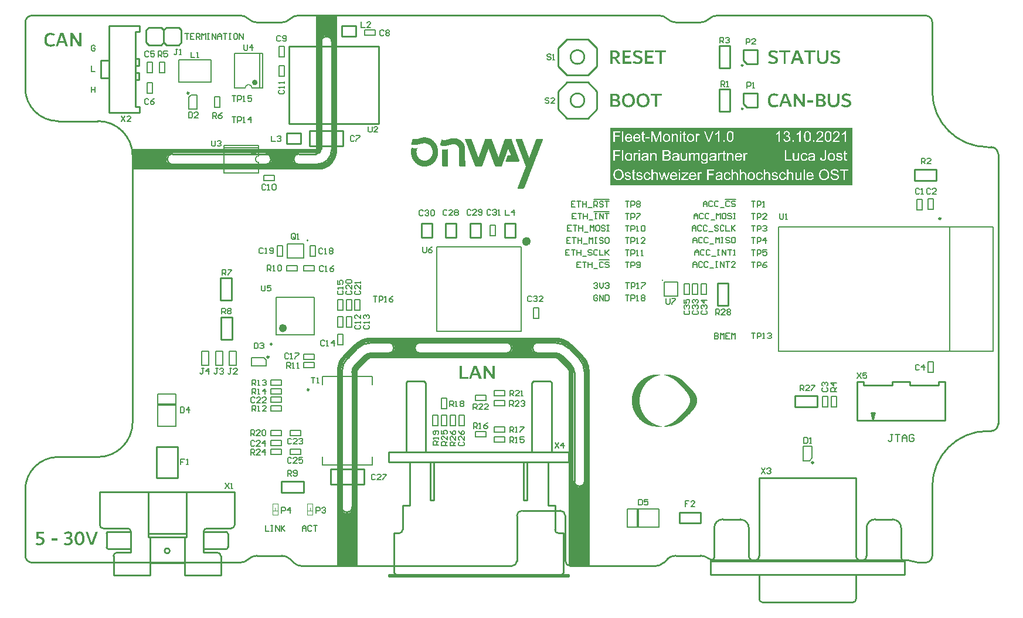
<source format=gto>
G04*
G04 #@! TF.GenerationSoftware,Altium Limited,Altium Designer,21.2.0 (30)*
G04*
G04 Layer_Color=65535*
%FSLAX25Y25*%
%MOIN*%
G70*
G04*
G04 #@! TF.SameCoordinates,586DA71B-A414-44C7-A424-215A95C81ED1*
G04*
G04*
G04 #@! TF.FilePolarity,Positive*
G04*
G01*
G75*
%ADD10C,0.01000*%
%ADD11C,0.01181*%
%ADD12C,0.00984*%
%ADD13C,0.02362*%
%ADD14C,0.01457*%
%ADD15C,0.03150*%
%ADD16C,0.01000*%
%ADD17C,0.00787*%
%ADD18C,0.00800*%
%ADD19C,0.01600*%
%ADD20C,0.00394*%
%ADD21C,0.00500*%
%ADD22C,0.00600*%
G36*
X-30390Y86183D02*
X-29977D01*
Y86146D01*
X-29677D01*
Y86108D01*
X-29452D01*
Y86071D01*
X-29265D01*
Y86033D01*
X-29152D01*
Y85996D01*
X-28965D01*
Y85958D01*
X-28852D01*
Y85921D01*
X-28703D01*
Y85883D01*
X-28590D01*
Y85846D01*
X-28515D01*
Y85808D01*
X-28365D01*
Y85770D01*
X-28253D01*
Y85733D01*
X-28178D01*
Y85695D01*
X-28065D01*
Y85658D01*
X-27990D01*
Y85620D01*
X-27915D01*
Y85583D01*
X-27840D01*
Y85545D01*
X-27728D01*
Y85508D01*
X-27653D01*
Y85470D01*
X-27615D01*
Y85433D01*
X-27503D01*
Y85395D01*
X-27428D01*
Y85358D01*
X-27353D01*
Y85321D01*
X-27315D01*
Y85283D01*
X-27240D01*
Y85246D01*
X-27165D01*
Y85208D01*
X-27090D01*
Y85171D01*
X-27053D01*
Y85133D01*
X-26978D01*
Y85096D01*
X-26940D01*
Y85058D01*
X-26865D01*
Y85021D01*
X-26790D01*
Y84983D01*
X-26753D01*
Y84946D01*
X-26715D01*
Y84908D01*
X-26640D01*
Y84871D01*
X-26603D01*
Y84833D01*
X-26528D01*
Y84796D01*
X-26490D01*
Y84758D01*
X-26453D01*
Y84721D01*
X-26378D01*
Y84683D01*
X-26340D01*
Y84646D01*
X-26265D01*
Y84608D01*
X-26228D01*
Y84571D01*
X-26190D01*
Y84533D01*
X-26153D01*
Y84496D01*
X-26115D01*
Y84458D01*
X-26040D01*
Y84421D01*
X-26003D01*
Y84383D01*
X-25965D01*
Y84346D01*
X-25928D01*
Y84308D01*
X-25890D01*
Y84271D01*
X-25853D01*
Y84233D01*
X-25815D01*
Y84196D01*
X-25778D01*
Y84158D01*
X-25703D01*
Y84121D01*
X-25665D01*
Y84083D01*
X-25628D01*
Y84046D01*
X-25590D01*
Y84008D01*
X-25553D01*
Y83971D01*
X-25515D01*
Y83933D01*
X-25478D01*
Y83896D01*
X-25440D01*
Y83858D01*
Y83821D01*
X-25403D01*
Y83783D01*
X-25365D01*
Y83746D01*
X-25328D01*
Y83708D01*
X-25290D01*
Y83671D01*
X-25253D01*
Y83633D01*
X-25215D01*
Y83596D01*
X-25178D01*
Y83558D01*
X-25141D01*
Y83521D01*
X-25103D01*
Y83483D01*
Y83446D01*
X-25065D01*
Y83408D01*
X-25028D01*
Y83371D01*
X-24991D01*
Y83333D01*
X-24953D01*
Y83296D01*
Y83258D01*
X-24915D01*
Y83221D01*
X-24878D01*
Y83183D01*
X-24840D01*
Y83146D01*
X-24803D01*
Y83108D01*
Y83071D01*
X-24766D01*
Y83033D01*
X-24728D01*
Y82996D01*
Y82958D01*
X-24690D01*
Y82921D01*
X-24653D01*
Y82883D01*
X-24615D01*
Y82846D01*
Y82808D01*
X-24578D01*
Y82771D01*
X-24541D01*
Y82733D01*
Y82696D01*
X-24503D01*
Y82658D01*
X-24465D01*
Y82621D01*
Y82583D01*
X-24428D01*
Y82546D01*
Y82508D01*
X-24390D01*
Y82471D01*
X-24353D01*
Y82433D01*
Y82396D01*
X-24316D01*
Y82358D01*
Y82321D01*
X-24278D01*
Y82284D01*
X-24241D01*
Y82246D01*
Y82209D01*
X-24203D01*
Y82171D01*
Y82134D01*
X-24166D01*
Y82096D01*
Y82059D01*
X-24128D01*
Y82021D01*
Y81984D01*
X-24091D01*
Y81946D01*
Y81909D01*
X-24053D01*
Y81871D01*
Y81833D01*
X-24016D01*
Y81796D01*
Y81758D01*
X-23978D01*
Y81721D01*
X-23941D01*
Y81683D01*
Y81646D01*
Y81608D01*
X-23903D01*
Y81571D01*
Y81534D01*
X-23866D01*
Y81496D01*
Y81459D01*
X-23828D01*
Y81421D01*
Y81384D01*
Y81346D01*
X-23791D01*
Y81309D01*
Y81271D01*
X-23753D01*
Y81234D01*
Y81196D01*
X-23716D01*
Y81159D01*
Y81121D01*
Y81084D01*
X-23678D01*
Y81046D01*
Y81009D01*
Y80971D01*
X-23641D01*
Y80934D01*
Y80896D01*
Y80859D01*
X-23603D01*
Y80821D01*
Y80784D01*
X-23566D01*
Y80746D01*
Y80709D01*
Y80671D01*
X-23528D01*
Y80634D01*
Y80596D01*
Y80559D01*
Y80521D01*
X-23491D01*
Y80484D01*
Y80446D01*
Y80409D01*
X-23453D01*
Y80371D01*
Y80334D01*
Y80296D01*
Y80259D01*
X-23416D01*
Y80221D01*
Y80184D01*
Y80146D01*
X-23378D01*
Y80109D01*
Y80071D01*
Y80034D01*
Y79996D01*
X-23341D01*
Y79959D01*
Y79921D01*
Y79884D01*
Y79846D01*
Y79809D01*
X-23303D01*
Y79771D01*
Y79734D01*
Y79696D01*
Y79659D01*
Y79621D01*
X-23266D01*
Y79584D01*
Y79546D01*
Y79509D01*
Y79471D01*
Y79434D01*
Y79396D01*
X-23228D01*
Y79359D01*
Y79321D01*
Y79284D01*
Y79246D01*
Y79209D01*
X-23191D01*
Y79171D01*
Y79134D01*
Y79096D01*
Y79059D01*
Y79021D01*
Y78984D01*
Y78946D01*
Y78909D01*
X-23153D01*
Y78871D01*
Y78834D01*
Y78796D01*
Y78759D01*
Y78721D01*
Y78684D01*
Y78646D01*
Y78609D01*
Y78571D01*
Y78534D01*
Y78496D01*
Y78459D01*
Y78421D01*
X-23116D01*
Y78384D01*
Y78347D01*
Y78309D01*
Y78272D01*
Y78234D01*
Y78197D01*
Y78159D01*
Y78122D01*
Y78084D01*
Y78047D01*
Y78009D01*
Y77972D01*
Y77934D01*
Y77896D01*
Y77859D01*
Y77821D01*
Y77784D01*
Y77747D01*
Y77709D01*
Y77672D01*
Y77634D01*
Y77597D01*
Y77559D01*
Y77522D01*
Y77484D01*
Y77447D01*
X-23153D01*
Y77409D01*
Y77372D01*
Y77334D01*
Y77297D01*
Y77259D01*
Y77222D01*
Y77184D01*
Y77147D01*
Y77109D01*
Y77072D01*
Y77034D01*
Y76997D01*
Y76959D01*
Y76922D01*
X-23191D01*
Y76884D01*
Y76847D01*
Y76809D01*
Y76772D01*
Y76734D01*
Y76697D01*
Y76659D01*
Y76622D01*
X-23228D01*
Y76584D01*
Y76547D01*
Y76509D01*
Y76472D01*
Y76434D01*
X-23266D01*
Y76397D01*
Y76359D01*
Y76322D01*
Y76284D01*
Y76247D01*
Y76209D01*
X-23303D01*
Y76172D01*
Y76134D01*
Y76097D01*
Y76059D01*
Y76022D01*
X-23341D01*
Y75984D01*
Y75947D01*
Y75909D01*
Y75872D01*
Y75834D01*
X-23378D01*
Y75797D01*
Y75759D01*
Y75722D01*
Y75684D01*
X-23416D01*
Y75647D01*
Y75609D01*
Y75572D01*
X-23453D01*
Y75534D01*
Y75497D01*
Y75459D01*
Y75422D01*
X-23491D01*
Y75384D01*
Y75347D01*
Y75309D01*
X-23528D01*
Y75272D01*
Y75234D01*
Y75197D01*
Y75159D01*
X-23566D01*
Y75122D01*
Y75084D01*
Y75047D01*
X-23603D01*
Y75009D01*
Y74972D01*
X-23641D01*
Y74934D01*
Y74897D01*
Y74859D01*
X-23678D01*
Y74822D01*
Y74784D01*
Y74747D01*
X-23716D01*
Y74709D01*
Y74672D01*
Y74634D01*
X-23753D01*
Y74597D01*
Y74559D01*
X-23791D01*
Y74522D01*
Y74484D01*
X-23828D01*
Y74447D01*
Y74410D01*
X-23866D01*
Y74372D01*
Y74335D01*
Y74297D01*
X-23903D01*
Y74260D01*
Y74222D01*
X-23941D01*
Y74185D01*
Y74147D01*
X-23978D01*
Y74110D01*
Y74072D01*
X-24016D01*
Y74035D01*
Y73997D01*
X-24053D01*
Y73959D01*
Y73922D01*
X-24091D01*
Y73885D01*
Y73847D01*
X-24128D01*
Y73810D01*
Y73772D01*
X-24166D01*
Y73735D01*
Y73697D01*
X-24203D01*
Y73660D01*
Y73622D01*
X-24241D01*
Y73585D01*
X-24278D01*
Y73547D01*
Y73510D01*
X-24316D01*
Y73472D01*
Y73435D01*
X-24353D01*
Y73397D01*
X-24390D01*
Y73360D01*
Y73322D01*
X-24428D01*
Y73285D01*
Y73247D01*
X-24465D01*
Y73210D01*
X-24503D01*
Y73172D01*
Y73135D01*
X-24541D01*
Y73097D01*
X-24578D01*
Y73060D01*
Y73022D01*
X-24615D01*
Y72985D01*
Y72947D01*
X-24653D01*
Y72910D01*
X-24690D01*
Y72872D01*
X-24728D01*
Y72835D01*
Y72797D01*
X-24766D01*
Y72760D01*
X-24803D01*
Y72722D01*
X-24840D01*
Y72685D01*
X-24878D01*
Y72647D01*
Y72610D01*
X-24915D01*
Y72572D01*
X-24953D01*
Y72535D01*
X-24991D01*
Y72497D01*
Y72460D01*
X-25028D01*
Y72422D01*
X-25065D01*
Y72385D01*
X-25103D01*
Y72347D01*
X-25141D01*
Y72310D01*
X-25178D01*
Y72272D01*
Y72235D01*
X-25215D01*
Y72197D01*
X-25253D01*
Y72160D01*
X-25290D01*
Y72122D01*
X-25328D01*
Y72085D01*
X-25365D01*
Y72047D01*
X-25403D01*
Y72010D01*
X-25440D01*
Y71972D01*
X-25478D01*
Y71935D01*
X-25515D01*
Y71897D01*
Y71860D01*
X-25553D01*
Y71822D01*
X-25628D01*
Y71785D01*
X-25665D01*
Y71747D01*
X-25703D01*
Y71710D01*
Y71672D01*
X-25778D01*
Y71635D01*
X-25815D01*
Y71597D01*
X-25853D01*
Y71560D01*
X-25890D01*
Y71522D01*
X-25928D01*
Y71485D01*
X-25965D01*
Y71447D01*
X-26003D01*
Y71410D01*
X-26078D01*
Y71372D01*
Y71335D01*
X-26153D01*
Y71297D01*
X-26190D01*
Y71260D01*
X-26228D01*
Y71222D01*
X-26303D01*
Y71185D01*
X-26340D01*
Y71147D01*
X-26378D01*
Y71110D01*
X-26453D01*
Y71072D01*
X-26490D01*
Y71035D01*
X-26528D01*
Y70997D01*
X-26603D01*
Y70960D01*
X-26640D01*
Y70922D01*
X-26715D01*
Y70885D01*
X-26753D01*
Y70847D01*
X-26828D01*
Y70810D01*
X-26865D01*
Y70772D01*
X-26940D01*
Y70735D01*
X-26978D01*
Y70697D01*
X-27053D01*
Y70660D01*
X-27128D01*
Y70622D01*
X-27165D01*
Y70585D01*
X-27240D01*
Y70547D01*
X-27315D01*
Y70510D01*
X-27390D01*
Y70473D01*
X-27465D01*
Y70435D01*
X-27503D01*
Y70398D01*
X-27578D01*
Y70360D01*
X-27653D01*
Y70323D01*
X-27765D01*
Y70285D01*
X-27840D01*
Y70248D01*
X-27915D01*
Y70210D01*
X-27990D01*
Y70173D01*
X-28103D01*
Y70135D01*
X-28178D01*
Y70098D01*
X-28253D01*
Y70060D01*
X-28365D01*
Y70023D01*
X-28477D01*
Y69985D01*
X-28590D01*
Y69948D01*
X-28740D01*
Y69910D01*
X-28852D01*
Y69873D01*
X-28965D01*
Y69835D01*
X-29115D01*
Y69798D01*
X-29302D01*
Y69760D01*
X-29490D01*
Y69723D01*
X-29677D01*
Y69685D01*
X-29940D01*
Y69648D01*
X-30390D01*
Y69610D01*
X-31290D01*
Y69648D01*
X-31702D01*
Y69685D01*
X-32002D01*
Y69723D01*
X-32190D01*
Y69760D01*
X-32377D01*
Y69798D01*
X-32527D01*
Y69835D01*
X-32715D01*
Y69873D01*
X-32864D01*
Y69910D01*
X-32939D01*
Y69948D01*
X-33089D01*
Y69985D01*
X-33202D01*
Y70023D01*
X-33314D01*
Y70060D01*
X-33427D01*
Y70098D01*
X-33502D01*
Y70135D01*
X-33577D01*
Y70173D01*
X-33689D01*
Y70210D01*
X-33764D01*
Y70248D01*
X-33839D01*
Y70285D01*
X-33914D01*
Y70323D01*
X-34027D01*
Y70360D01*
X-34102D01*
Y70398D01*
X-34177D01*
Y70435D01*
X-34214D01*
Y70473D01*
X-34289D01*
Y70510D01*
X-34364D01*
Y70547D01*
X-34439D01*
Y70585D01*
X-34514D01*
Y70622D01*
X-34552D01*
Y70660D01*
X-34627D01*
Y70697D01*
X-34702D01*
Y70735D01*
X-34739D01*
Y70772D01*
X-34814D01*
Y70810D01*
X-34852D01*
Y70847D01*
X-34927D01*
Y70885D01*
X-35002D01*
Y70922D01*
X-35039D01*
Y70960D01*
X-35077D01*
Y70997D01*
X-35114D01*
Y71035D01*
X-35189D01*
Y71072D01*
X-35227D01*
Y71110D01*
X-35302D01*
Y71147D01*
X-35339D01*
Y71185D01*
X-35377D01*
Y71222D01*
X-35452D01*
Y71260D01*
X-35489D01*
Y71297D01*
X-35527D01*
Y71335D01*
X-35564D01*
Y71372D01*
X-35602D01*
Y71410D01*
X-35677D01*
Y71447D01*
X-35714D01*
Y71485D01*
X-35752D01*
Y71522D01*
X-35789D01*
Y71560D01*
X-35827D01*
Y71597D01*
X-35864D01*
Y71635D01*
X-35901D01*
Y71672D01*
X-35939D01*
Y71710D01*
X-35976D01*
Y71747D01*
X-36014D01*
Y71785D01*
X-36089D01*
Y71822D01*
X-36127D01*
Y71860D01*
X-36164D01*
Y71897D01*
Y71935D01*
X-36202D01*
Y71972D01*
X-36239D01*
Y72010D01*
X-36277D01*
Y72047D01*
X-36314D01*
Y72085D01*
X-36351D01*
Y72122D01*
X-36389D01*
Y72160D01*
X-36426D01*
Y72197D01*
X-36464D01*
Y72235D01*
X-36502D01*
Y72272D01*
Y72310D01*
X-36539D01*
Y72347D01*
X-36577D01*
Y72385D01*
X-36614D01*
Y72422D01*
X-36651D01*
Y72460D01*
X-36689D01*
Y72497D01*
Y72535D01*
X-36726D01*
Y72572D01*
X-36764D01*
Y72610D01*
X-36801D01*
Y72647D01*
X-36839D01*
Y72685D01*
Y72722D01*
X-36876D01*
Y72760D01*
X-36914D01*
Y72797D01*
X-36951D01*
Y72835D01*
Y72872D01*
X-36989D01*
Y72910D01*
X-37026D01*
Y72947D01*
Y72985D01*
X-37064D01*
Y73022D01*
X-37101D01*
Y73060D01*
Y73097D01*
X-37139D01*
Y73135D01*
X-37176D01*
Y73172D01*
Y73210D01*
X-37214D01*
Y73247D01*
X-37251D01*
Y73285D01*
Y73322D01*
X-37289D01*
Y73360D01*
X-37326D01*
Y73397D01*
Y73435D01*
X-37364D01*
Y73472D01*
Y73510D01*
X-37401D01*
Y73547D01*
Y73585D01*
X-37439D01*
Y73622D01*
X-37476D01*
Y73660D01*
Y73697D01*
X-37514D01*
Y73735D01*
Y73772D01*
X-37551D01*
Y73810D01*
Y73847D01*
X-37589D01*
Y73885D01*
Y73922D01*
X-37626D01*
Y73959D01*
Y73997D01*
X-37664D01*
Y74035D01*
Y74072D01*
X-37701D01*
Y74110D01*
Y74147D01*
X-37739D01*
Y74185D01*
Y74222D01*
X-37776D01*
Y74260D01*
Y74297D01*
Y74335D01*
X-37814D01*
Y74372D01*
Y74410D01*
X-37851D01*
Y74447D01*
Y74484D01*
X-37889D01*
Y74522D01*
Y74559D01*
X-37926D01*
Y74597D01*
Y74634D01*
Y74672D01*
X-37964D01*
Y74709D01*
Y74747D01*
Y74784D01*
X-38001D01*
Y74822D01*
Y74859D01*
X-38039D01*
Y74897D01*
Y74934D01*
Y74972D01*
X-38076D01*
Y75009D01*
Y75047D01*
Y75084D01*
X-38114D01*
Y75122D01*
Y75159D01*
Y75197D01*
X-38151D01*
Y75234D01*
Y75272D01*
Y75309D01*
X-38189D01*
Y75347D01*
Y75384D01*
Y75422D01*
X-38226D01*
Y75459D01*
Y75497D01*
Y75534D01*
Y75572D01*
X-38264D01*
Y75609D01*
Y75647D01*
Y75684D01*
Y75722D01*
X-38301D01*
Y75759D01*
Y75797D01*
Y75834D01*
Y75872D01*
X-38339D01*
Y75909D01*
Y75947D01*
Y75984D01*
Y76022D01*
Y76059D01*
X-38376D01*
Y76097D01*
Y76134D01*
Y76172D01*
Y76209D01*
X-38414D01*
Y76247D01*
Y76284D01*
Y76322D01*
Y76359D01*
Y76397D01*
X-38451D01*
Y76434D01*
Y76472D01*
Y76509D01*
Y76547D01*
Y76584D01*
Y76622D01*
Y76659D01*
X-38489D01*
Y76697D01*
Y76734D01*
Y76772D01*
Y76809D01*
Y76847D01*
Y76884D01*
Y76922D01*
Y76959D01*
Y76997D01*
X-38526D01*
Y77034D01*
Y77072D01*
Y77109D01*
Y77147D01*
Y77184D01*
Y77222D01*
Y77259D01*
Y77297D01*
Y77334D01*
Y77372D01*
Y77409D01*
Y77447D01*
Y77484D01*
Y77522D01*
Y77559D01*
Y77597D01*
X-38564D01*
Y77634D01*
Y77672D01*
Y77709D01*
Y77747D01*
Y77784D01*
Y77821D01*
Y77859D01*
Y77896D01*
Y77934D01*
Y77972D01*
Y78009D01*
Y78047D01*
Y78084D01*
Y78122D01*
Y78159D01*
Y78197D01*
Y78234D01*
Y78272D01*
X-38526D01*
Y78309D01*
Y78347D01*
Y78384D01*
Y78421D01*
Y78459D01*
Y78496D01*
Y78534D01*
Y78571D01*
Y78609D01*
Y78646D01*
Y78684D01*
Y78721D01*
Y78759D01*
Y78796D01*
Y78834D01*
X-38489D01*
Y78871D01*
Y78909D01*
Y78946D01*
Y78984D01*
Y79021D01*
Y79059D01*
Y79096D01*
Y79134D01*
Y79171D01*
X-38451D01*
Y79209D01*
Y79246D01*
Y79284D01*
Y79321D01*
Y79359D01*
Y79396D01*
Y79434D01*
X-38414D01*
Y79471D01*
Y79509D01*
Y79546D01*
Y79584D01*
Y79621D01*
Y79659D01*
X-38376D01*
Y79696D01*
Y79734D01*
Y79771D01*
Y79809D01*
X-38339D01*
Y79846D01*
Y79884D01*
Y79921D01*
Y79959D01*
X-38301D01*
Y79996D01*
Y80034D01*
Y80071D01*
Y80109D01*
Y80146D01*
X-38264D01*
Y80184D01*
Y80221D01*
Y80259D01*
Y80296D01*
X-38226D01*
Y80334D01*
Y80371D01*
Y80409D01*
X-38151D01*
Y80446D01*
X-38001D01*
Y80409D01*
X-37926D01*
Y80371D01*
X-37851D01*
Y80334D01*
X-37739D01*
Y80296D01*
X-37664D01*
Y80259D01*
X-37514D01*
Y80221D01*
X-37364D01*
Y80184D01*
X-37251D01*
Y80146D01*
X-37064D01*
Y80109D01*
X-36726D01*
Y80071D01*
X-35939D01*
Y80109D01*
X-35564D01*
Y80146D01*
X-35302D01*
Y80184D01*
X-35039D01*
Y80146D01*
X-35002D01*
Y80109D01*
X-34964D01*
Y80071D01*
Y80034D01*
Y79996D01*
X-35002D01*
Y79959D01*
Y79921D01*
X-35039D01*
Y79884D01*
Y79846D01*
Y79809D01*
X-35077D01*
Y79771D01*
Y79734D01*
X-35114D01*
Y79696D01*
Y79659D01*
X-35152D01*
Y79621D01*
Y79584D01*
Y79546D01*
Y79509D01*
X-35189D01*
Y79471D01*
Y79434D01*
Y79396D01*
X-35227D01*
Y79359D01*
Y79321D01*
Y79284D01*
Y79246D01*
X-35264D01*
Y79209D01*
Y79171D01*
Y79134D01*
Y79096D01*
X-35302D01*
Y79059D01*
Y79021D01*
Y78984D01*
Y78946D01*
X-35339D01*
Y78909D01*
Y78871D01*
Y78834D01*
Y78796D01*
Y78759D01*
Y78721D01*
X-35377D01*
Y78684D01*
Y78646D01*
Y78609D01*
Y78571D01*
Y78534D01*
Y78496D01*
Y78459D01*
Y78421D01*
Y78384D01*
X-35414D01*
Y78347D01*
Y78309D01*
Y78272D01*
Y78234D01*
Y78197D01*
Y78159D01*
Y78122D01*
Y78084D01*
Y78047D01*
Y78009D01*
Y77972D01*
Y77934D01*
Y77896D01*
Y77859D01*
Y77821D01*
Y77784D01*
Y77747D01*
Y77709D01*
Y77672D01*
Y77634D01*
Y77597D01*
Y77559D01*
Y77522D01*
X-35377D01*
Y77484D01*
Y77447D01*
Y77409D01*
Y77372D01*
Y77334D01*
Y77297D01*
Y77259D01*
Y77222D01*
Y77184D01*
Y77147D01*
X-35339D01*
Y77109D01*
Y77072D01*
Y77034D01*
Y76997D01*
Y76959D01*
Y76922D01*
X-35302D01*
Y76884D01*
Y76847D01*
Y76809D01*
Y76772D01*
X-35264D01*
Y76734D01*
Y76697D01*
Y76659D01*
Y76622D01*
X-35227D01*
Y76584D01*
Y76547D01*
Y76509D01*
Y76472D01*
X-35189D01*
Y76434D01*
Y76397D01*
Y76359D01*
X-35152D01*
Y76322D01*
Y76284D01*
Y76247D01*
Y76209D01*
X-35114D01*
Y76172D01*
Y76134D01*
X-35077D01*
Y76097D01*
Y76059D01*
Y76022D01*
X-35039D01*
Y75984D01*
Y75947D01*
X-35002D01*
Y75909D01*
Y75872D01*
Y75834D01*
X-34964D01*
Y75797D01*
Y75759D01*
X-34927D01*
Y75722D01*
Y75684D01*
X-34889D01*
Y75647D01*
Y75609D01*
X-34852D01*
Y75572D01*
Y75534D01*
X-34814D01*
Y75497D01*
Y75459D01*
X-34777D01*
Y75422D01*
Y75384D01*
X-34739D01*
Y75347D01*
X-34702D01*
Y75309D01*
Y75272D01*
X-34664D01*
Y75234D01*
Y75197D01*
X-34627D01*
Y75159D01*
Y75122D01*
X-34589D01*
Y75084D01*
X-34552D01*
Y75047D01*
X-34514D01*
Y75009D01*
Y74972D01*
X-34477D01*
Y74934D01*
X-34439D01*
Y74897D01*
Y74859D01*
X-34402D01*
Y74822D01*
X-34364D01*
Y74784D01*
X-34327D01*
Y74747D01*
Y74709D01*
X-34289D01*
Y74672D01*
X-34252D01*
Y74634D01*
X-34214D01*
Y74597D01*
X-34177D01*
Y74559D01*
X-34139D01*
Y74522D01*
Y74484D01*
X-34102D01*
Y74447D01*
X-34064D01*
Y74410D01*
X-34027D01*
Y74372D01*
X-33989D01*
Y74335D01*
X-33952D01*
Y74297D01*
X-33914D01*
Y74260D01*
X-33877D01*
Y74222D01*
X-33802D01*
Y74185D01*
X-33764D01*
Y74147D01*
Y74110D01*
X-33689D01*
Y74072D01*
X-33652D01*
Y74035D01*
X-33614D01*
Y73997D01*
X-33577D01*
Y73959D01*
X-33539D01*
Y73922D01*
X-33464D01*
Y73885D01*
X-33427D01*
Y73847D01*
X-33352D01*
Y73810D01*
X-33314D01*
Y73772D01*
X-33277D01*
Y73735D01*
X-33202D01*
Y73697D01*
X-33164D01*
Y73660D01*
X-33089D01*
Y73622D01*
X-33014D01*
Y73585D01*
X-32977D01*
Y73547D01*
X-32902D01*
Y73510D01*
X-32827D01*
Y73472D01*
X-32752D01*
Y73435D01*
X-32640D01*
Y73397D01*
X-32602D01*
Y73360D01*
X-32489D01*
Y73322D01*
X-32414D01*
Y73285D01*
X-32302D01*
Y73247D01*
X-32190D01*
Y73210D01*
X-32077D01*
Y73172D01*
X-31965D01*
Y73135D01*
X-31815D01*
Y73097D01*
X-31627D01*
Y73060D01*
X-31440D01*
Y73022D01*
X-30990D01*
Y72985D01*
X-30690D01*
Y73022D01*
X-30240D01*
Y73060D01*
X-30052D01*
Y73097D01*
X-29865D01*
Y73135D01*
X-29715D01*
Y73172D01*
X-29602D01*
Y73210D01*
X-29490D01*
Y73247D01*
X-29377D01*
Y73285D01*
X-29265D01*
Y73322D01*
X-29190D01*
Y73360D01*
X-29077D01*
Y73397D01*
X-29040D01*
Y73435D01*
X-28927D01*
Y73472D01*
X-28852D01*
Y73510D01*
X-28778D01*
Y73547D01*
X-28740D01*
Y73585D01*
X-28665D01*
Y73622D01*
X-28590D01*
Y73660D01*
X-28552D01*
Y73697D01*
X-28477D01*
Y73735D01*
X-28403D01*
Y73772D01*
X-28365D01*
Y73810D01*
X-28328D01*
Y73847D01*
X-28253D01*
Y73885D01*
X-28215D01*
Y73922D01*
X-28178D01*
Y73959D01*
X-28103D01*
Y73997D01*
X-28065D01*
Y74035D01*
X-28028D01*
Y74072D01*
X-27990D01*
Y74110D01*
X-27915D01*
Y74147D01*
Y74185D01*
X-27840D01*
Y74222D01*
X-27803D01*
Y74260D01*
X-27765D01*
Y74297D01*
X-27728D01*
Y74335D01*
X-27690D01*
Y74372D01*
X-27653D01*
Y74410D01*
X-27615D01*
Y74447D01*
Y74484D01*
X-27540D01*
Y74522D01*
Y74559D01*
X-27503D01*
Y74597D01*
X-27465D01*
Y74634D01*
X-27428D01*
Y74672D01*
X-27390D01*
Y74709D01*
X-27353D01*
Y74747D01*
Y74784D01*
X-27315D01*
Y74822D01*
X-27278D01*
Y74859D01*
Y74897D01*
X-27240D01*
Y74934D01*
X-27203D01*
Y74972D01*
X-27165D01*
Y75009D01*
X-27128D01*
Y75047D01*
Y75084D01*
X-27090D01*
Y75122D01*
Y75159D01*
X-27053D01*
Y75197D01*
X-27015D01*
Y75234D01*
Y75272D01*
X-26978D01*
Y75309D01*
Y75347D01*
X-26940D01*
Y75384D01*
X-26903D01*
Y75422D01*
Y75459D01*
X-26865D01*
Y75497D01*
Y75534D01*
X-26828D01*
Y75572D01*
Y75609D01*
X-26790D01*
Y75647D01*
Y75684D01*
X-26753D01*
Y75722D01*
Y75759D01*
X-26715D01*
Y75797D01*
Y75834D01*
Y75872D01*
X-26678D01*
Y75909D01*
X-26640D01*
Y75947D01*
Y75984D01*
Y76022D01*
X-26603D01*
Y76059D01*
Y76097D01*
Y76134D01*
X-26565D01*
Y76172D01*
Y76209D01*
Y76247D01*
X-26528D01*
Y76284D01*
Y76322D01*
X-26490D01*
Y76359D01*
Y76397D01*
Y76434D01*
Y76472D01*
X-26453D01*
Y76509D01*
Y76547D01*
Y76584D01*
X-26415D01*
Y76622D01*
Y76659D01*
Y76697D01*
Y76734D01*
Y76772D01*
X-26378D01*
Y76809D01*
Y76847D01*
Y76884D01*
Y76922D01*
Y76959D01*
X-26340D01*
Y76997D01*
Y77034D01*
Y77072D01*
Y77109D01*
X-26303D01*
Y77147D01*
Y77184D01*
Y77222D01*
Y77259D01*
Y77297D01*
Y77334D01*
Y77372D01*
Y77409D01*
X-26265D01*
Y77447D01*
Y77484D01*
Y77522D01*
Y77559D01*
Y77597D01*
Y77634D01*
Y77672D01*
Y77709D01*
Y77747D01*
Y77784D01*
Y77821D01*
Y77859D01*
Y77896D01*
Y77934D01*
Y77972D01*
Y78009D01*
Y78047D01*
Y78084D01*
Y78122D01*
Y78159D01*
Y78197D01*
Y78234D01*
Y78272D01*
Y78309D01*
Y78347D01*
Y78384D01*
Y78421D01*
X-26303D01*
Y78459D01*
Y78496D01*
Y78534D01*
Y78571D01*
Y78609D01*
Y78646D01*
Y78684D01*
Y78721D01*
Y78759D01*
X-26340D01*
Y78796D01*
Y78834D01*
Y78871D01*
Y78909D01*
X-26378D01*
Y78946D01*
Y78984D01*
Y79021D01*
Y79059D01*
Y79096D01*
X-26415D01*
Y79134D01*
Y79171D01*
Y79209D01*
Y79246D01*
Y79284D01*
X-26453D01*
Y79321D01*
Y79359D01*
Y79396D01*
X-26490D01*
Y79434D01*
Y79471D01*
Y79509D01*
Y79546D01*
X-26528D01*
Y79584D01*
Y79621D01*
X-26565D01*
Y79659D01*
Y79696D01*
Y79734D01*
X-26603D01*
Y79771D01*
Y79809D01*
Y79846D01*
X-26640D01*
Y79884D01*
Y79921D01*
X-26678D01*
Y79959D01*
Y79996D01*
X-26715D01*
Y80034D01*
Y80071D01*
Y80109D01*
X-26753D01*
Y80146D01*
Y80184D01*
X-26790D01*
Y80221D01*
Y80259D01*
X-26828D01*
Y80296D01*
Y80334D01*
X-26865D01*
Y80371D01*
Y80409D01*
X-26903D01*
Y80446D01*
X-26940D01*
Y80484D01*
Y80521D01*
X-26978D01*
Y80559D01*
Y80596D01*
X-27015D01*
Y80634D01*
Y80671D01*
X-27053D01*
Y80709D01*
X-27090D01*
Y80746D01*
Y80784D01*
X-27128D01*
Y80821D01*
X-27165D01*
Y80859D01*
Y80896D01*
X-27203D01*
Y80934D01*
X-27240D01*
Y80971D01*
X-27278D01*
Y81009D01*
Y81046D01*
X-27315D01*
Y81084D01*
X-27353D01*
Y81121D01*
X-27390D01*
Y81159D01*
Y81196D01*
X-27428D01*
Y81234D01*
X-27465D01*
Y81271D01*
X-27503D01*
Y81309D01*
X-27540D01*
Y81346D01*
X-27578D01*
Y81384D01*
X-27615D01*
Y81421D01*
X-27653D01*
Y81459D01*
Y81496D01*
X-27690D01*
Y81534D01*
X-27728D01*
Y81571D01*
X-27803D01*
Y81608D01*
X-27840D01*
Y81646D01*
X-27878D01*
Y81683D01*
X-27915D01*
Y81721D01*
X-27953D01*
Y81758D01*
X-27990D01*
Y81796D01*
X-28028D01*
Y81833D01*
X-28065D01*
Y81871D01*
X-28140D01*
Y81909D01*
X-28178D01*
Y81946D01*
X-28215D01*
Y81984D01*
X-28253D01*
Y82021D01*
X-28328D01*
Y82059D01*
X-28365D01*
Y82096D01*
X-28440D01*
Y82134D01*
X-28515D01*
Y82171D01*
X-28552D01*
Y82209D01*
X-28590D01*
Y82246D01*
X-28665D01*
Y82284D01*
X-28740D01*
Y82321D01*
X-28815D01*
Y82358D01*
X-28890D01*
Y82396D01*
X-28965D01*
Y82433D01*
X-29040D01*
Y82471D01*
X-29115D01*
Y82508D01*
X-29190D01*
Y82546D01*
X-29265D01*
Y82583D01*
X-29377D01*
Y82621D01*
X-29490D01*
Y82658D01*
X-29640D01*
Y82696D01*
X-29715D01*
Y82733D01*
X-29865D01*
Y82771D01*
X-30052D01*
Y82808D01*
X-30277D01*
Y82846D01*
X-30802D01*
Y82883D01*
X-30952D01*
Y82846D01*
X-31590D01*
Y82808D01*
X-31890D01*
Y82771D01*
X-32152D01*
Y82733D01*
X-32377D01*
Y82696D01*
X-32527D01*
Y82658D01*
X-32677D01*
Y82621D01*
X-32864D01*
Y82583D01*
X-33014D01*
Y82546D01*
X-33164D01*
Y82508D01*
X-33277D01*
Y82471D01*
X-33389D01*
Y82433D01*
X-33539D01*
Y82396D01*
X-33652D01*
Y82358D01*
X-33764D01*
Y82321D01*
X-33877D01*
Y82284D01*
X-33989D01*
Y82246D01*
X-34139D01*
Y82209D01*
X-34289D01*
Y82171D01*
X-34439D01*
Y82134D01*
X-34589D01*
Y82096D01*
X-34777D01*
Y82059D01*
X-34964D01*
Y82021D01*
X-35227D01*
Y81984D01*
X-35414D01*
Y81946D01*
X-35752D01*
Y81909D01*
X-37214D01*
Y81946D01*
X-37551D01*
Y81984D01*
X-37739D01*
Y82021D01*
X-37926D01*
Y82059D01*
X-38114D01*
Y82096D01*
X-38226D01*
Y82134D01*
X-38301D01*
Y82171D01*
X-38339D01*
Y82209D01*
X-38376D01*
Y82246D01*
Y82284D01*
X-38414D01*
Y82321D01*
Y82358D01*
Y82396D01*
Y82433D01*
Y82471D01*
Y82508D01*
X-38376D01*
Y82546D01*
Y82583D01*
Y82621D01*
X-38339D01*
Y82658D01*
Y82696D01*
Y82733D01*
Y82771D01*
X-38301D01*
Y82808D01*
Y82846D01*
Y82883D01*
X-38264D01*
Y82921D01*
Y82958D01*
Y82996D01*
Y83033D01*
X-38226D01*
Y83071D01*
Y83108D01*
Y83146D01*
Y83183D01*
X-38189D01*
Y83221D01*
Y83258D01*
X-38151D01*
Y83296D01*
Y83333D01*
Y83371D01*
Y83408D01*
X-38114D01*
Y83446D01*
Y83483D01*
Y83521D01*
Y83558D01*
X-38076D01*
Y83596D01*
Y83633D01*
Y83671D01*
Y83708D01*
X-38039D01*
Y83746D01*
Y83783D01*
X-38001D01*
Y83821D01*
Y83858D01*
Y83896D01*
Y83933D01*
X-37964D01*
Y83971D01*
Y84008D01*
Y84046D01*
Y84083D01*
X-37926D01*
Y84121D01*
Y84158D01*
Y84196D01*
Y84233D01*
X-37889D01*
Y84271D01*
Y84308D01*
Y84346D01*
X-37851D01*
Y84383D01*
Y84421D01*
Y84458D01*
X-37814D01*
Y84496D01*
Y84533D01*
Y84571D01*
Y84608D01*
X-37776D01*
Y84646D01*
Y84683D01*
Y84721D01*
X-37739D01*
Y84758D01*
Y84796D01*
Y84833D01*
Y84871D01*
X-37701D01*
Y84908D01*
Y84946D01*
Y84983D01*
Y85021D01*
X-37664D01*
Y85058D01*
Y85096D01*
X-37626D01*
Y85133D01*
Y85171D01*
Y85208D01*
Y85246D01*
X-37589D01*
Y85283D01*
X-37551D01*
Y85321D01*
Y85358D01*
X-37439D01*
Y85395D01*
X-37326D01*
Y85358D01*
X-37101D01*
Y85321D01*
X-36951D01*
Y85283D01*
X-36651D01*
Y85246D01*
X-35339D01*
Y85283D01*
X-35039D01*
Y85321D01*
X-34889D01*
Y85358D01*
X-34702D01*
Y85395D01*
X-34514D01*
Y85433D01*
X-34364D01*
Y85470D01*
X-34289D01*
Y85508D01*
X-34139D01*
Y85545D01*
X-34027D01*
Y85583D01*
X-33914D01*
Y85620D01*
X-33802D01*
Y85658D01*
X-33689D01*
Y85695D01*
X-33577D01*
Y85733D01*
X-33464D01*
Y85770D01*
X-33352D01*
Y85808D01*
X-33239D01*
Y85846D01*
X-33127D01*
Y85883D01*
X-33014D01*
Y85921D01*
X-32864D01*
Y85958D01*
X-32752D01*
Y85996D01*
X-32564D01*
Y86033D01*
X-32452D01*
Y86071D01*
X-32227D01*
Y86108D01*
X-32040D01*
Y86146D01*
X-31740D01*
Y86183D01*
X-31290D01*
Y86220D01*
X-30390D01*
Y86183D01*
D02*
G37*
G36*
X-13929Y85733D02*
X-13479D01*
Y85695D01*
X-13217D01*
Y85658D01*
X-13029D01*
Y85620D01*
X-12842D01*
Y85583D01*
X-12692D01*
Y85545D01*
X-12542D01*
Y85508D01*
X-12392D01*
Y85470D01*
X-12280D01*
Y85433D01*
X-12167D01*
Y85395D01*
X-12055D01*
Y85358D01*
X-11942D01*
Y85321D01*
X-11867D01*
Y85283D01*
X-11755D01*
Y85246D01*
X-11642D01*
Y85208D01*
X-11567D01*
Y85171D01*
X-11492D01*
Y85133D01*
X-11417D01*
Y85096D01*
X-11305D01*
Y85058D01*
X-11230D01*
Y85021D01*
X-11155D01*
Y84983D01*
X-11080D01*
Y84946D01*
X-11042D01*
Y84908D01*
X-10967D01*
Y84871D01*
X-10892D01*
Y84833D01*
X-10817D01*
Y84796D01*
X-10742D01*
Y84758D01*
X-10705D01*
Y84721D01*
X-10630D01*
Y84683D01*
X-10555D01*
Y84646D01*
X-10517D01*
Y84608D01*
X-10442D01*
Y84571D01*
X-10405D01*
Y84533D01*
X-10330D01*
Y84496D01*
X-10255D01*
Y84458D01*
X-10217D01*
Y84421D01*
X-10142D01*
Y84383D01*
X-10105D01*
Y84346D01*
X-10067D01*
Y84308D01*
X-9992D01*
Y84271D01*
X-9955D01*
Y84233D01*
X-9917D01*
Y84196D01*
X-9880D01*
Y84158D01*
X-9805D01*
Y84121D01*
X-9768D01*
Y84083D01*
X-9730D01*
Y84046D01*
X-9655D01*
Y84008D01*
Y83971D01*
X-9580D01*
Y83933D01*
X-9543D01*
Y83896D01*
X-9505D01*
Y83858D01*
X-9467D01*
Y83821D01*
X-9430D01*
Y83783D01*
X-9392D01*
Y83746D01*
X-9355D01*
Y83708D01*
X-9318D01*
Y83671D01*
X-9280D01*
Y83633D01*
X-9243D01*
Y83596D01*
X-9205D01*
Y83558D01*
X-9167D01*
Y83521D01*
X-9130D01*
Y83483D01*
X-9093D01*
Y83446D01*
X-9055D01*
Y83408D01*
X-9018D01*
Y83371D01*
X-8980D01*
Y83333D01*
Y83296D01*
X-8943D01*
Y83258D01*
X-8905D01*
Y83221D01*
Y83183D01*
X-8868D01*
Y83146D01*
X-8830D01*
Y83108D01*
X-8793D01*
Y83071D01*
Y83033D01*
X-8755D01*
Y82996D01*
X-8718D01*
Y82958D01*
Y82921D01*
X-8680D01*
Y82883D01*
X-8643D01*
Y82846D01*
Y82808D01*
X-8605D01*
Y82771D01*
Y82733D01*
X-8568D01*
Y82696D01*
Y82658D01*
X-8530D01*
Y82621D01*
Y82583D01*
X-8493D01*
Y82546D01*
Y82508D01*
X-8455D01*
Y82471D01*
Y82433D01*
X-8418D01*
Y82396D01*
Y82358D01*
X-8380D01*
Y82321D01*
Y82284D01*
Y82246D01*
X-8343D01*
Y82209D01*
Y82171D01*
X-8305D01*
Y82134D01*
Y82096D01*
X-8268D01*
Y82059D01*
Y82021D01*
Y81984D01*
X-8230D01*
Y81946D01*
Y81909D01*
Y81871D01*
X-8193D01*
Y81833D01*
Y81796D01*
Y81758D01*
X-8155D01*
Y81721D01*
Y81683D01*
Y81646D01*
Y81608D01*
X-8118D01*
Y81571D01*
Y81534D01*
X-8080D01*
Y81496D01*
Y81459D01*
Y81421D01*
Y81384D01*
Y81346D01*
X-8043D01*
Y81309D01*
Y81271D01*
Y81234D01*
Y81196D01*
X-8005D01*
Y81159D01*
Y81121D01*
Y81084D01*
Y81046D01*
Y81009D01*
X-7968D01*
Y80971D01*
Y80934D01*
Y80896D01*
Y80859D01*
X-7930D01*
Y80821D01*
Y80784D01*
Y80746D01*
Y80709D01*
Y80671D01*
Y80634D01*
X-7893D01*
Y80596D01*
Y80559D01*
Y80521D01*
Y80484D01*
Y80446D01*
Y80409D01*
Y80371D01*
X-7855D01*
Y80334D01*
Y80296D01*
Y80259D01*
Y80221D01*
Y80184D01*
Y80146D01*
Y80109D01*
Y80071D01*
Y80034D01*
X-7818D01*
Y79996D01*
Y79959D01*
Y79921D01*
Y79884D01*
Y79846D01*
Y79809D01*
Y79771D01*
Y79734D01*
Y79696D01*
Y79659D01*
Y79621D01*
Y79584D01*
Y79546D01*
Y79509D01*
Y79471D01*
X-7780D01*
Y79434D01*
Y79396D01*
Y79359D01*
Y79321D01*
Y79284D01*
Y79246D01*
Y79209D01*
Y79171D01*
Y79134D01*
Y79096D01*
Y79059D01*
Y79021D01*
Y78984D01*
Y78946D01*
Y78909D01*
Y78871D01*
Y78834D01*
Y78796D01*
Y78759D01*
Y78721D01*
Y78684D01*
Y78646D01*
Y78609D01*
Y78571D01*
Y78534D01*
Y78496D01*
Y78459D01*
Y78421D01*
Y78384D01*
Y78347D01*
Y78309D01*
Y78272D01*
Y78234D01*
Y78197D01*
Y78159D01*
Y78122D01*
Y78084D01*
Y78047D01*
Y78009D01*
Y77972D01*
Y77934D01*
Y77896D01*
Y77859D01*
Y77821D01*
Y77784D01*
Y77747D01*
Y77709D01*
Y77672D01*
Y77634D01*
Y77597D01*
Y77559D01*
Y77522D01*
Y77484D01*
Y77447D01*
Y77409D01*
Y77372D01*
Y77334D01*
Y77297D01*
X-7743D01*
Y77259D01*
Y77222D01*
Y77184D01*
Y77147D01*
Y77109D01*
Y77072D01*
Y77034D01*
Y76997D01*
Y76959D01*
Y76922D01*
Y76884D01*
Y76847D01*
Y76809D01*
Y76772D01*
Y76734D01*
Y76697D01*
Y76659D01*
Y76622D01*
Y76584D01*
Y76547D01*
Y76509D01*
Y76472D01*
Y76434D01*
Y76397D01*
Y76359D01*
Y76322D01*
Y76284D01*
Y76247D01*
Y76209D01*
Y76172D01*
Y76134D01*
Y76097D01*
Y76059D01*
Y76022D01*
Y75984D01*
Y75947D01*
Y75909D01*
Y75872D01*
Y75834D01*
Y75797D01*
Y75759D01*
Y75722D01*
Y75684D01*
Y75647D01*
Y75609D01*
Y75572D01*
Y75534D01*
Y75497D01*
Y75459D01*
Y75422D01*
Y75384D01*
Y75347D01*
Y75309D01*
Y75272D01*
Y75234D01*
Y75197D01*
Y75159D01*
Y75122D01*
Y75084D01*
Y75047D01*
Y75009D01*
Y74972D01*
Y74934D01*
Y74897D01*
Y74859D01*
Y74822D01*
Y74784D01*
Y74747D01*
Y74709D01*
Y74672D01*
Y74634D01*
Y74597D01*
Y74559D01*
Y74522D01*
Y74484D01*
Y74447D01*
Y74410D01*
Y74372D01*
Y74335D01*
Y74297D01*
Y74260D01*
Y74222D01*
Y74185D01*
Y74147D01*
Y74110D01*
Y74072D01*
Y74035D01*
Y73997D01*
Y73959D01*
Y73922D01*
Y73885D01*
Y73847D01*
Y73810D01*
Y73772D01*
Y73735D01*
Y73697D01*
Y73660D01*
Y73622D01*
Y73585D01*
Y73547D01*
Y73510D01*
Y73472D01*
Y73435D01*
Y73397D01*
Y73360D01*
Y73322D01*
Y73285D01*
Y73247D01*
Y73210D01*
Y73172D01*
Y73135D01*
Y73097D01*
Y73060D01*
Y73022D01*
Y72985D01*
Y72947D01*
X-7705D01*
Y72910D01*
Y72872D01*
Y72835D01*
Y72797D01*
Y72760D01*
Y72722D01*
Y72685D01*
Y72647D01*
Y72610D01*
Y72572D01*
Y72535D01*
Y72497D01*
Y72460D01*
Y72422D01*
Y72385D01*
Y72347D01*
Y72310D01*
Y72272D01*
Y72235D01*
Y72197D01*
Y72160D01*
Y72122D01*
Y72085D01*
Y72047D01*
Y72010D01*
Y71972D01*
Y71935D01*
Y71897D01*
Y71860D01*
Y71822D01*
Y71785D01*
Y71747D01*
Y71710D01*
Y71672D01*
Y71635D01*
Y71597D01*
Y71560D01*
Y71522D01*
Y71485D01*
Y71447D01*
Y71410D01*
Y71372D01*
Y71335D01*
Y71297D01*
Y71260D01*
Y71222D01*
Y71185D01*
Y71147D01*
Y71110D01*
Y71072D01*
Y71035D01*
Y70997D01*
Y70960D01*
Y70922D01*
Y70885D01*
Y70847D01*
Y70810D01*
Y70772D01*
Y70735D01*
Y70697D01*
Y70660D01*
Y70622D01*
Y70585D01*
Y70547D01*
Y70510D01*
Y70473D01*
Y70435D01*
Y70398D01*
Y70360D01*
Y70323D01*
Y70285D01*
Y70248D01*
Y70210D01*
Y70173D01*
Y70135D01*
Y70098D01*
Y70060D01*
Y70023D01*
Y69985D01*
Y69948D01*
Y69910D01*
Y69873D01*
Y69835D01*
Y69798D01*
Y69760D01*
Y69723D01*
Y69685D01*
X-8043D01*
Y69648D01*
X-10630D01*
Y69685D01*
X-10780D01*
Y69723D01*
X-10817D01*
Y69760D01*
X-10892D01*
Y69798D01*
X-10967D01*
Y69835D01*
X-11005D01*
Y69873D01*
X-11042D01*
Y69910D01*
X-11080D01*
Y69948D01*
Y69985D01*
X-11117D01*
Y70023D01*
X-11155D01*
Y70060D01*
Y70098D01*
Y70135D01*
X-11192D01*
Y70173D01*
Y70210D01*
Y70248D01*
X-11230D01*
Y70285D01*
Y70323D01*
Y70360D01*
X-11267D01*
Y70398D01*
Y70435D01*
Y70473D01*
Y70510D01*
Y70547D01*
Y70585D01*
Y70622D01*
Y70660D01*
Y70697D01*
Y70735D01*
Y70772D01*
Y70810D01*
Y70847D01*
Y70885D01*
Y70922D01*
Y70960D01*
Y70997D01*
Y71035D01*
Y71072D01*
Y71110D01*
Y71147D01*
Y71185D01*
Y71222D01*
Y71260D01*
Y71297D01*
Y71335D01*
Y71372D01*
Y71410D01*
Y71447D01*
Y71485D01*
Y71522D01*
Y71560D01*
Y71597D01*
Y71635D01*
Y71672D01*
Y71710D01*
Y71747D01*
Y71785D01*
Y71822D01*
Y71860D01*
Y71897D01*
Y71935D01*
Y71972D01*
Y72010D01*
Y72047D01*
Y72085D01*
Y72122D01*
Y72160D01*
Y72197D01*
Y72235D01*
Y72272D01*
Y72310D01*
X-11230D01*
Y72347D01*
Y72385D01*
Y72422D01*
Y72460D01*
Y72497D01*
Y72535D01*
Y72572D01*
Y72610D01*
Y72647D01*
Y72685D01*
Y72722D01*
Y72760D01*
Y72797D01*
Y72835D01*
Y72872D01*
Y72910D01*
Y72947D01*
Y72985D01*
Y73022D01*
Y73060D01*
Y73097D01*
Y73135D01*
Y73172D01*
Y73210D01*
Y73247D01*
Y73285D01*
Y73322D01*
Y73360D01*
Y73397D01*
Y73435D01*
Y73472D01*
Y73510D01*
Y73547D01*
Y73585D01*
Y73622D01*
Y73660D01*
Y73697D01*
Y73735D01*
Y73772D01*
Y73810D01*
Y73847D01*
Y73885D01*
Y73922D01*
Y73959D01*
Y73997D01*
Y74035D01*
Y74072D01*
Y74110D01*
Y74147D01*
Y74185D01*
Y74222D01*
Y74260D01*
Y74297D01*
Y74335D01*
Y74372D01*
Y74410D01*
Y74447D01*
Y74484D01*
Y74522D01*
Y74559D01*
Y74597D01*
Y74634D01*
Y74672D01*
Y74709D01*
Y74747D01*
Y74784D01*
Y74822D01*
Y74859D01*
Y74897D01*
Y74934D01*
Y74972D01*
Y75009D01*
X-11192D01*
Y75047D01*
Y75084D01*
Y75122D01*
Y75159D01*
Y75197D01*
Y75234D01*
Y75272D01*
Y75309D01*
Y75347D01*
Y75384D01*
Y75422D01*
Y75459D01*
Y75497D01*
Y75534D01*
Y75572D01*
Y75609D01*
Y75647D01*
Y75684D01*
Y75722D01*
Y75759D01*
Y75797D01*
Y75834D01*
Y75872D01*
Y75909D01*
Y75947D01*
Y75984D01*
Y76022D01*
Y76059D01*
Y76097D01*
Y76134D01*
Y76172D01*
Y76209D01*
Y76247D01*
Y76284D01*
Y76322D01*
Y76359D01*
Y76397D01*
Y76434D01*
Y76472D01*
Y76509D01*
Y76547D01*
Y76584D01*
Y76622D01*
Y76659D01*
Y76697D01*
Y76734D01*
Y76772D01*
Y76809D01*
Y76847D01*
Y76884D01*
Y76922D01*
Y76959D01*
Y76997D01*
Y77034D01*
Y77072D01*
Y77109D01*
Y77147D01*
Y77184D01*
Y77222D01*
Y77259D01*
Y77297D01*
Y77334D01*
Y77372D01*
Y77409D01*
Y77447D01*
Y77484D01*
Y77522D01*
Y77559D01*
Y77597D01*
Y77634D01*
Y77672D01*
Y77709D01*
Y77747D01*
Y77784D01*
Y77821D01*
Y77859D01*
Y77896D01*
Y77934D01*
Y77972D01*
Y78009D01*
Y78047D01*
Y78084D01*
Y78122D01*
Y78159D01*
Y78197D01*
X-11155D01*
Y78234D01*
Y78272D01*
Y78309D01*
Y78347D01*
Y78384D01*
Y78421D01*
Y78459D01*
Y78496D01*
Y78534D01*
Y78571D01*
Y78609D01*
Y78646D01*
Y78684D01*
Y78721D01*
Y78759D01*
Y78796D01*
Y78834D01*
Y78871D01*
Y78909D01*
Y78946D01*
Y78984D01*
X-11192D01*
Y79021D01*
Y79059D01*
Y79096D01*
Y79134D01*
Y79171D01*
Y79209D01*
Y79246D01*
Y79284D01*
Y79321D01*
Y79359D01*
X-11230D01*
Y79396D01*
Y79434D01*
Y79471D01*
Y79509D01*
Y79546D01*
X-11267D01*
Y79584D01*
Y79621D01*
Y79659D01*
Y79696D01*
Y79734D01*
Y79771D01*
X-11305D01*
Y79809D01*
Y79846D01*
Y79884D01*
Y79921D01*
X-11342D01*
Y79959D01*
Y79996D01*
Y80034D01*
Y80071D01*
X-11380D01*
Y80109D01*
Y80146D01*
Y80184D01*
Y80221D01*
X-11417D01*
Y80259D01*
Y80296D01*
X-11455D01*
Y80334D01*
Y80371D01*
Y80409D01*
X-11492D01*
Y80446D01*
Y80484D01*
X-11530D01*
Y80521D01*
Y80559D01*
Y80596D01*
X-11567D01*
Y80634D01*
Y80671D01*
X-11605D01*
Y80709D01*
Y80746D01*
X-11642D01*
Y80784D01*
Y80821D01*
X-11680D01*
Y80859D01*
Y80896D01*
X-11717D01*
Y80934D01*
Y80971D01*
X-11755D01*
Y81009D01*
X-11792D01*
Y81046D01*
Y81084D01*
X-11830D01*
Y81121D01*
X-11867D01*
Y81159D01*
Y81196D01*
X-11905D01*
Y81234D01*
X-11942D01*
Y81271D01*
X-11980D01*
Y81309D01*
X-12017D01*
Y81346D01*
X-12055D01*
Y81384D01*
Y81421D01*
X-12092D01*
Y81459D01*
X-12130D01*
Y81496D01*
X-12167D01*
Y81534D01*
X-12205D01*
Y81571D01*
X-12242D01*
Y81608D01*
X-12280D01*
Y81646D01*
X-12355D01*
Y81683D01*
X-12392D01*
Y81721D01*
X-12430D01*
Y81758D01*
X-12505D01*
Y81796D01*
X-12542D01*
Y81833D01*
X-12580D01*
Y81871D01*
X-12655D01*
Y81909D01*
X-12730D01*
Y81946D01*
X-12805D01*
Y81984D01*
X-12842D01*
Y82021D01*
X-12955D01*
Y82059D01*
X-13029D01*
Y82096D01*
X-13142D01*
Y82134D01*
X-13254D01*
Y82171D01*
X-13329D01*
Y82209D01*
X-13479D01*
Y82246D01*
X-13667D01*
Y82284D01*
X-13967D01*
Y82321D01*
X-14679D01*
Y82284D01*
X-15017D01*
Y82246D01*
X-15242D01*
Y82209D01*
X-15467D01*
Y82171D01*
X-15579D01*
Y82134D01*
X-15767D01*
Y82096D01*
X-15917D01*
Y82059D01*
X-16067D01*
Y82021D01*
X-16217D01*
Y81984D01*
X-16292D01*
Y81946D01*
X-16442D01*
Y81909D01*
X-16592D01*
Y81871D01*
X-16704D01*
Y81833D01*
X-16854D01*
Y81796D01*
X-16966D01*
Y81758D01*
X-17079D01*
Y81721D01*
X-17229D01*
Y81683D01*
X-17379D01*
Y81646D01*
X-17529D01*
Y81608D01*
X-17604D01*
Y81571D01*
X-17791D01*
Y81534D01*
X-17941D01*
Y81496D01*
X-18129D01*
Y81459D01*
X-18316D01*
Y81421D01*
X-18466D01*
Y81384D01*
X-18729D01*
Y81346D01*
X-19029D01*
Y81309D01*
X-20304D01*
Y81346D01*
X-20604D01*
Y81384D01*
X-20829D01*
Y81421D01*
X-20941D01*
Y81459D01*
X-21128D01*
Y81496D01*
X-21279D01*
Y81534D01*
X-21428D01*
Y81571D01*
X-21578D01*
Y81608D01*
X-21653D01*
Y81646D01*
X-21803D01*
Y81683D01*
X-21916D01*
Y81721D01*
X-21953D01*
Y81758D01*
X-21991D01*
Y81796D01*
Y81833D01*
X-22028D01*
Y81871D01*
Y81909D01*
Y81946D01*
Y81984D01*
Y82021D01*
X-21991D01*
Y82059D01*
Y82096D01*
Y82134D01*
X-21953D01*
Y82171D01*
Y82209D01*
Y82246D01*
Y82284D01*
X-21916D01*
Y82321D01*
Y82358D01*
Y82396D01*
X-21878D01*
Y82433D01*
Y82471D01*
Y82508D01*
Y82546D01*
X-21841D01*
Y82583D01*
Y82621D01*
Y82658D01*
X-21803D01*
Y82696D01*
Y82733D01*
Y82771D01*
Y82808D01*
X-21766D01*
Y82846D01*
Y82883D01*
Y82921D01*
X-21728D01*
Y82958D01*
Y82996D01*
Y83033D01*
Y83071D01*
X-21691D01*
Y83108D01*
Y83146D01*
Y83183D01*
Y83221D01*
X-21653D01*
Y83258D01*
Y83296D01*
X-21616D01*
Y83333D01*
Y83371D01*
Y83408D01*
Y83446D01*
X-21578D01*
Y83483D01*
Y83521D01*
Y83558D01*
Y83596D01*
X-21541D01*
Y83633D01*
Y83671D01*
Y83708D01*
X-21503D01*
Y83746D01*
Y83783D01*
Y83821D01*
Y83858D01*
X-21466D01*
Y83896D01*
Y83933D01*
Y83971D01*
X-21428D01*
Y84008D01*
Y84046D01*
Y84083D01*
X-21391D01*
Y84121D01*
Y84158D01*
Y84196D01*
Y84233D01*
X-21353D01*
Y84271D01*
Y84308D01*
Y84346D01*
Y84383D01*
X-21316D01*
Y84421D01*
Y84458D01*
Y84496D01*
X-21279D01*
Y84533D01*
Y84571D01*
Y84608D01*
X-21241D01*
Y84646D01*
Y84683D01*
Y84721D01*
Y84758D01*
X-21204D01*
Y84796D01*
Y84833D01*
X-21166D01*
Y84871D01*
X-21128D01*
Y84908D01*
X-21016D01*
Y84946D01*
X-20903D01*
Y84908D01*
X-20753D01*
Y84871D01*
X-20604D01*
Y84833D01*
X-20416D01*
Y84796D01*
X-20154D01*
Y84758D01*
X-19891D01*
Y84721D01*
X-19141D01*
Y84758D01*
X-18804D01*
Y84796D01*
X-18504D01*
Y84833D01*
X-18316D01*
Y84871D01*
X-18129D01*
Y84908D01*
X-17941D01*
Y84946D01*
X-17829D01*
Y84983D01*
X-17679D01*
Y85021D01*
X-17567D01*
Y85058D01*
X-17416D01*
Y85096D01*
X-17304D01*
Y85133D01*
X-17191D01*
Y85171D01*
X-17079D01*
Y85208D01*
X-16966D01*
Y85246D01*
X-16854D01*
Y85283D01*
X-16742D01*
Y85321D01*
X-16667D01*
Y85358D01*
X-16517D01*
Y85395D01*
X-16404D01*
Y85433D01*
X-16292D01*
Y85470D01*
X-16217D01*
Y85508D01*
X-16067D01*
Y85545D01*
X-15954D01*
Y85583D01*
X-15804D01*
Y85620D01*
X-15617D01*
Y85658D01*
X-15467D01*
Y85695D01*
X-15242D01*
Y85733D01*
X-14792D01*
Y85770D01*
X-13929D01*
Y85733D01*
D02*
G37*
G36*
X-17454Y79509D02*
X-17416D01*
Y79471D01*
Y79434D01*
Y79396D01*
Y79359D01*
Y79321D01*
Y79284D01*
Y79246D01*
Y79209D01*
Y79171D01*
Y79134D01*
Y79096D01*
Y79059D01*
Y79021D01*
Y78984D01*
Y78946D01*
Y78909D01*
Y78871D01*
Y78834D01*
Y78796D01*
Y78759D01*
Y78721D01*
Y78684D01*
Y78646D01*
Y78609D01*
Y78571D01*
Y78534D01*
Y78496D01*
Y78459D01*
Y78421D01*
Y78384D01*
Y78347D01*
Y78309D01*
Y78272D01*
Y78234D01*
Y78197D01*
Y78159D01*
Y78122D01*
Y78084D01*
Y78047D01*
Y78009D01*
Y77972D01*
Y77934D01*
Y77896D01*
Y77859D01*
Y77821D01*
Y77784D01*
Y77747D01*
Y77709D01*
Y77672D01*
Y77634D01*
Y77597D01*
Y77559D01*
Y77522D01*
Y77484D01*
Y77447D01*
Y77409D01*
Y77372D01*
Y77334D01*
Y77297D01*
Y77259D01*
Y77222D01*
Y77184D01*
Y77147D01*
Y77109D01*
Y77072D01*
Y77034D01*
Y76997D01*
Y76959D01*
Y76922D01*
Y76884D01*
Y76847D01*
Y76809D01*
Y76772D01*
Y76734D01*
Y76697D01*
Y76659D01*
Y76622D01*
Y76584D01*
Y76547D01*
Y76509D01*
Y76472D01*
Y76434D01*
Y76397D01*
Y76359D01*
Y76322D01*
Y76284D01*
Y76247D01*
Y76209D01*
Y76172D01*
Y76134D01*
Y76097D01*
Y76059D01*
Y76022D01*
Y75984D01*
Y75947D01*
Y75909D01*
Y75872D01*
Y75834D01*
Y75797D01*
Y75759D01*
Y75722D01*
Y75684D01*
Y75647D01*
Y75609D01*
Y75572D01*
Y75534D01*
Y75497D01*
Y75459D01*
Y75422D01*
Y75384D01*
Y75347D01*
Y75309D01*
Y75272D01*
Y75234D01*
Y75197D01*
Y75159D01*
Y75122D01*
Y75084D01*
Y75047D01*
Y75009D01*
Y74972D01*
Y74934D01*
Y74897D01*
Y74859D01*
Y74822D01*
Y74784D01*
Y74747D01*
Y74709D01*
Y74672D01*
Y74634D01*
Y74597D01*
Y74559D01*
Y74522D01*
Y74484D01*
Y74447D01*
Y74410D01*
Y74372D01*
Y74335D01*
Y74297D01*
Y74260D01*
Y74222D01*
Y74185D01*
Y74147D01*
Y74110D01*
Y74072D01*
Y74035D01*
Y73997D01*
Y73959D01*
Y73922D01*
Y73885D01*
Y73847D01*
Y73810D01*
Y73772D01*
Y73735D01*
Y73697D01*
Y73660D01*
Y73622D01*
Y73585D01*
Y73547D01*
Y73510D01*
Y73472D01*
Y73435D01*
Y73397D01*
Y73360D01*
Y73322D01*
Y73285D01*
Y73247D01*
Y73210D01*
Y73172D01*
Y73135D01*
Y73097D01*
Y73060D01*
Y73022D01*
Y72985D01*
Y72947D01*
Y72910D01*
Y72872D01*
Y72835D01*
Y72797D01*
Y72760D01*
Y72722D01*
Y72685D01*
Y72647D01*
Y72610D01*
Y72572D01*
Y72535D01*
Y72497D01*
Y72460D01*
Y72422D01*
Y72385D01*
Y72347D01*
Y72310D01*
Y72272D01*
Y72235D01*
Y72197D01*
Y72160D01*
Y72122D01*
Y72085D01*
Y72047D01*
Y72010D01*
Y71972D01*
Y71935D01*
Y71897D01*
Y71860D01*
Y71822D01*
Y71785D01*
Y71747D01*
Y71710D01*
Y71672D01*
Y71635D01*
Y71597D01*
Y71560D01*
Y71522D01*
Y71485D01*
Y71447D01*
Y71410D01*
Y71372D01*
Y71335D01*
Y71297D01*
Y71260D01*
Y71222D01*
Y71185D01*
Y71147D01*
Y71110D01*
Y71072D01*
Y71035D01*
Y70997D01*
Y70960D01*
Y70922D01*
Y70885D01*
Y70847D01*
Y70810D01*
Y70772D01*
Y70735D01*
Y70697D01*
Y70660D01*
Y70622D01*
Y70585D01*
Y70547D01*
Y70510D01*
Y70473D01*
Y70435D01*
Y70398D01*
Y70360D01*
Y70323D01*
Y70285D01*
Y70248D01*
Y70210D01*
Y70173D01*
Y70135D01*
Y70098D01*
Y70060D01*
Y70023D01*
Y69985D01*
Y69948D01*
Y69910D01*
Y69873D01*
Y69835D01*
Y69798D01*
Y69760D01*
Y69723D01*
Y69685D01*
Y69648D01*
X-20454D01*
Y69685D01*
X-20566D01*
Y69723D01*
X-20604D01*
Y69760D01*
X-20678D01*
Y69798D01*
X-20716D01*
Y69835D01*
X-20753D01*
Y69873D01*
X-20791D01*
Y69910D01*
Y69948D01*
X-20829D01*
Y69985D01*
Y70023D01*
X-20866D01*
Y70060D01*
Y70098D01*
Y70135D01*
X-20903D01*
Y70173D01*
Y70210D01*
Y70248D01*
X-20941D01*
Y70285D01*
Y70323D01*
Y70360D01*
X-20978D01*
Y70398D01*
Y70435D01*
Y70473D01*
Y70510D01*
Y70547D01*
Y70585D01*
Y70622D01*
Y70660D01*
Y70697D01*
X-21016D01*
Y70735D01*
Y70772D01*
Y70810D01*
Y70847D01*
Y70885D01*
Y70922D01*
Y70960D01*
Y70997D01*
Y71035D01*
Y71072D01*
Y71110D01*
Y71147D01*
Y71185D01*
X-20978D01*
Y71222D01*
Y71260D01*
Y71297D01*
Y71335D01*
Y71372D01*
Y71410D01*
Y71447D01*
Y71485D01*
Y71522D01*
Y71560D01*
Y71597D01*
Y71635D01*
Y71672D01*
Y71710D01*
Y71747D01*
Y71785D01*
Y71822D01*
Y71860D01*
Y71897D01*
Y71935D01*
Y71972D01*
Y72010D01*
Y72047D01*
Y72085D01*
Y72122D01*
Y72160D01*
Y72197D01*
Y72235D01*
Y72272D01*
Y72310D01*
Y72347D01*
Y72385D01*
Y72422D01*
Y72460D01*
Y72497D01*
Y72535D01*
Y72572D01*
Y72610D01*
Y72647D01*
Y72685D01*
Y72722D01*
Y72760D01*
Y72797D01*
Y72835D01*
Y72872D01*
Y72910D01*
Y72947D01*
Y72985D01*
Y73022D01*
Y73060D01*
Y73097D01*
Y73135D01*
Y73172D01*
Y73210D01*
Y73247D01*
Y73285D01*
Y73322D01*
Y73360D01*
Y73397D01*
Y73435D01*
Y73472D01*
Y73510D01*
Y73547D01*
Y73585D01*
Y73622D01*
Y73660D01*
Y73697D01*
Y73735D01*
Y73772D01*
Y73810D01*
Y73847D01*
Y73885D01*
Y73922D01*
Y73959D01*
Y73997D01*
Y74035D01*
Y74072D01*
Y74110D01*
Y74147D01*
Y74185D01*
Y74222D01*
Y74260D01*
Y74297D01*
Y74335D01*
Y74372D01*
Y74410D01*
Y74447D01*
Y74484D01*
Y74522D01*
Y74559D01*
Y74597D01*
Y74634D01*
Y74672D01*
Y74709D01*
Y74747D01*
Y74784D01*
Y74822D01*
Y74859D01*
Y74897D01*
Y74934D01*
Y74972D01*
Y75009D01*
Y75047D01*
Y75084D01*
Y75122D01*
Y75159D01*
Y75197D01*
Y75234D01*
Y75272D01*
Y75309D01*
Y75347D01*
Y75384D01*
Y75422D01*
Y75459D01*
Y75497D01*
Y75534D01*
Y75572D01*
Y75609D01*
Y75647D01*
Y75684D01*
Y75722D01*
Y75759D01*
Y75797D01*
Y75834D01*
Y75872D01*
Y75909D01*
Y75947D01*
Y75984D01*
Y76022D01*
Y76059D01*
Y76097D01*
Y76134D01*
Y76172D01*
Y76209D01*
Y76247D01*
Y76284D01*
Y76322D01*
Y76359D01*
Y76397D01*
Y76434D01*
Y76472D01*
Y76509D01*
Y76547D01*
Y76584D01*
Y76622D01*
Y76659D01*
Y76697D01*
Y76734D01*
Y76772D01*
Y76809D01*
Y76847D01*
Y76884D01*
Y76922D01*
Y76959D01*
Y76997D01*
Y77034D01*
Y77072D01*
Y77109D01*
Y77147D01*
Y77184D01*
Y77222D01*
Y77259D01*
Y77297D01*
Y77334D01*
Y77372D01*
Y77409D01*
Y77447D01*
Y77484D01*
Y77522D01*
Y77559D01*
Y77597D01*
Y77634D01*
Y77672D01*
Y77709D01*
Y77747D01*
Y77784D01*
Y77821D01*
Y77859D01*
Y77896D01*
Y77934D01*
Y77972D01*
Y78009D01*
Y78047D01*
Y78084D01*
Y78122D01*
Y78159D01*
Y78197D01*
Y78234D01*
Y78272D01*
Y78309D01*
Y78347D01*
Y78384D01*
Y78421D01*
Y78459D01*
Y78496D01*
Y78534D01*
Y78571D01*
Y78609D01*
Y78646D01*
Y78684D01*
Y78721D01*
Y78759D01*
Y78796D01*
Y78834D01*
Y78871D01*
Y78909D01*
Y78946D01*
Y78984D01*
Y79021D01*
Y79059D01*
Y79096D01*
Y79134D01*
Y79171D01*
Y79209D01*
Y79246D01*
Y79284D01*
Y79321D01*
Y79359D01*
X-20941D01*
Y79396D01*
X-20791D01*
Y79359D01*
X-20641D01*
Y79321D01*
X-20491D01*
Y79284D01*
X-20304D01*
Y79246D01*
X-18879D01*
Y79284D01*
X-18654D01*
Y79321D01*
X-18429D01*
Y79359D01*
X-18204D01*
Y79396D01*
X-18054D01*
Y79434D01*
X-17941D01*
Y79471D01*
X-17791D01*
Y79509D01*
X-17641D01*
Y79546D01*
X-17454D01*
Y79509D01*
D02*
G37*
G36*
X18391Y85321D02*
X18504D01*
Y85283D01*
X18541D01*
Y85246D01*
X18579D01*
Y85208D01*
Y85171D01*
X18616D01*
Y85133D01*
Y85096D01*
Y85058D01*
X18654D01*
Y85021D01*
Y84983D01*
X18691D01*
Y84946D01*
Y84908D01*
Y84871D01*
X18729D01*
Y84833D01*
Y84796D01*
Y84758D01*
X18766D01*
Y84721D01*
Y84683D01*
Y84646D01*
X18804D01*
Y84608D01*
Y84571D01*
Y84533D01*
X18841D01*
Y84496D01*
Y84458D01*
X18879D01*
Y84421D01*
Y84383D01*
Y84346D01*
X18916D01*
Y84308D01*
Y84271D01*
X18954D01*
Y84233D01*
Y84196D01*
Y84158D01*
X18991D01*
Y84121D01*
Y84083D01*
Y84046D01*
X19029D01*
Y84008D01*
Y83971D01*
X19066D01*
Y83933D01*
Y83896D01*
Y83858D01*
X19104D01*
Y83821D01*
Y83783D01*
Y83746D01*
X19141D01*
Y83708D01*
Y83671D01*
Y83633D01*
X19179D01*
Y83596D01*
Y83558D01*
X19216D01*
Y83521D01*
Y83483D01*
Y83446D01*
X19254D01*
Y83408D01*
Y83371D01*
X19291D01*
Y83333D01*
Y83296D01*
Y83258D01*
X19329D01*
Y83221D01*
Y83183D01*
Y83146D01*
X19366D01*
Y83108D01*
Y83071D01*
X19404D01*
Y83033D01*
Y82996D01*
Y82958D01*
X19441D01*
Y82921D01*
Y82883D01*
Y82846D01*
X19479D01*
Y82808D01*
Y82771D01*
Y82733D01*
X19516D01*
Y82696D01*
Y82658D01*
Y82621D01*
X19554D01*
Y82583D01*
Y82546D01*
X19591D01*
Y82508D01*
Y82471D01*
Y82433D01*
X19629D01*
Y82396D01*
Y82358D01*
Y82321D01*
X19666D01*
Y82284D01*
Y82246D01*
X19704D01*
Y82209D01*
Y82171D01*
Y82134D01*
X19741D01*
Y82096D01*
Y82059D01*
X19779D01*
Y82021D01*
Y81984D01*
Y81946D01*
X19816D01*
Y81909D01*
Y81871D01*
Y81833D01*
X19854D01*
Y81796D01*
Y81758D01*
Y81721D01*
X19891D01*
Y81683D01*
Y81646D01*
Y81608D01*
X19929D01*
Y81571D01*
Y81534D01*
X19966D01*
Y81496D01*
Y81459D01*
Y81421D01*
X20004D01*
Y81384D01*
Y81346D01*
X20041D01*
Y81309D01*
Y81271D01*
Y81234D01*
X20079D01*
Y81196D01*
Y81159D01*
Y81121D01*
X20116D01*
Y81084D01*
Y81046D01*
X20154D01*
Y81009D01*
Y80971D01*
Y80934D01*
X20191D01*
Y80896D01*
Y80859D01*
Y80821D01*
X20229D01*
Y80784D01*
Y80746D01*
Y80709D01*
X20266D01*
Y80671D01*
Y80634D01*
X20304D01*
Y80596D01*
Y80559D01*
Y80521D01*
X20341D01*
Y80484D01*
Y80446D01*
Y80409D01*
X20379D01*
Y80371D01*
Y80334D01*
Y80296D01*
X20416D01*
Y80259D01*
Y80221D01*
X20454D01*
Y80184D01*
Y80146D01*
Y80109D01*
X20491D01*
Y80071D01*
Y80034D01*
X20529D01*
Y79996D01*
Y79959D01*
Y79921D01*
X20566D01*
Y79884D01*
Y79846D01*
Y79809D01*
X20604D01*
Y79771D01*
Y79734D01*
Y79696D01*
X20641D01*
Y79659D01*
Y79621D01*
X20678D01*
Y79584D01*
Y79546D01*
Y79509D01*
X20716D01*
Y79471D01*
Y79434D01*
Y79396D01*
X20753D01*
Y79359D01*
Y79321D01*
X20791D01*
Y79284D01*
Y79246D01*
Y79209D01*
X20829D01*
Y79171D01*
Y79134D01*
X20866D01*
Y79096D01*
Y79059D01*
Y79021D01*
X20903D01*
Y78984D01*
Y78946D01*
Y78909D01*
X20941D01*
Y78871D01*
Y78834D01*
Y78796D01*
X20978D01*
Y78759D01*
Y78721D01*
Y78684D01*
X21016D01*
Y78646D01*
Y78609D01*
X21054D01*
Y78571D01*
Y78534D01*
Y78496D01*
X21091D01*
Y78459D01*
Y78421D01*
X21128D01*
Y78384D01*
Y78347D01*
Y78309D01*
X21166D01*
Y78272D01*
Y78234D01*
X21204D01*
Y78197D01*
Y78159D01*
Y78122D01*
X21241D01*
Y78084D01*
Y78047D01*
Y78009D01*
X21279D01*
Y77972D01*
Y77934D01*
Y77896D01*
X21316D01*
Y77859D01*
Y77821D01*
Y77784D01*
X21353D01*
Y77747D01*
Y77709D01*
X21391D01*
Y77672D01*
Y77634D01*
Y77597D01*
X21428D01*
Y77559D01*
Y77522D01*
X21466D01*
Y77484D01*
Y77447D01*
Y77409D01*
X21503D01*
Y77372D01*
Y77334D01*
Y77297D01*
X21541D01*
Y77259D01*
Y77222D01*
X21578D01*
Y77184D01*
Y77147D01*
Y77109D01*
X21616D01*
Y77072D01*
Y77034D01*
Y76997D01*
X21653D01*
Y76959D01*
Y76922D01*
Y76884D01*
X21691D01*
Y76847D01*
Y76809D01*
X21728D01*
Y76772D01*
Y76734D01*
X21766D01*
Y76697D01*
Y76659D01*
Y76622D01*
X21803D01*
Y76584D01*
Y76547D01*
Y76509D01*
X21841D01*
Y76472D01*
Y76434D01*
Y76397D01*
X21878D01*
Y76359D01*
Y76322D01*
Y76284D01*
X21916D01*
Y76247D01*
Y76209D01*
X21953D01*
Y76172D01*
Y76134D01*
Y76097D01*
X21991D01*
Y76059D01*
Y76022D01*
X22028D01*
Y75984D01*
Y75947D01*
Y75909D01*
X22066D01*
Y75872D01*
Y75834D01*
X22103D01*
Y75797D01*
Y75759D01*
Y75722D01*
X22141D01*
Y75684D01*
Y75647D01*
Y75609D01*
X22178D01*
Y75572D01*
Y75534D01*
Y75497D01*
X22216D01*
Y75459D01*
Y75422D01*
X22253D01*
Y75384D01*
Y75347D01*
X22291D01*
Y75309D01*
Y75272D01*
Y75234D01*
X22328D01*
Y75197D01*
Y75159D01*
Y75122D01*
X22366D01*
Y75084D01*
Y75047D01*
Y75009D01*
X22403D01*
Y74972D01*
Y74934D01*
X22441D01*
Y74897D01*
Y74859D01*
X22478D01*
Y74822D01*
Y74784D01*
Y74747D01*
X22516D01*
Y74709D01*
Y74672D01*
Y74634D01*
X22553D01*
Y74597D01*
Y74559D01*
X22591D01*
Y74522D01*
Y74484D01*
Y74447D01*
X22628D01*
Y74410D01*
Y74372D01*
X22666D01*
Y74335D01*
Y74297D01*
Y74260D01*
X22703D01*
Y74222D01*
Y74185D01*
X22741D01*
Y74147D01*
Y74110D01*
Y74072D01*
X22778D01*
Y74035D01*
Y73997D01*
X22816D01*
Y73959D01*
Y73922D01*
Y73885D01*
X22853D01*
Y73847D01*
Y73810D01*
Y73772D01*
X22891D01*
Y73735D01*
Y73697D01*
X22928D01*
Y73660D01*
Y73622D01*
Y73585D01*
X22966D01*
Y73547D01*
Y73510D01*
X23003D01*
Y73472D01*
Y73435D01*
Y73397D01*
X23041D01*
Y73360D01*
Y73322D01*
Y73285D01*
X23078D01*
Y73247D01*
Y73210D01*
Y73172D01*
X23116D01*
Y73135D01*
Y73097D01*
Y73060D01*
X23153D01*
Y73022D01*
Y72985D01*
Y72947D01*
Y72910D01*
Y72872D01*
Y72835D01*
Y72797D01*
Y72760D01*
X23116D01*
Y72722D01*
Y72685D01*
X23078D01*
Y72647D01*
Y72610D01*
X23041D01*
Y72572D01*
X22966D01*
Y72535D01*
X22891D01*
Y72497D01*
X22778D01*
Y72460D01*
X15429D01*
Y72497D01*
X15354D01*
Y72535D01*
X15279D01*
Y72572D01*
Y72610D01*
X15242D01*
Y72647D01*
Y72685D01*
Y72722D01*
Y72760D01*
Y72797D01*
Y72835D01*
Y72872D01*
Y72910D01*
X15279D01*
Y72947D01*
Y72985D01*
Y73022D01*
X15317D01*
Y73060D01*
Y73097D01*
Y73135D01*
X15354D01*
Y73172D01*
Y73210D01*
Y73247D01*
X15392D01*
Y73285D01*
Y73322D01*
X15429D01*
Y73360D01*
Y73397D01*
Y73435D01*
X15467D01*
Y73472D01*
Y73510D01*
X15504D01*
Y73547D01*
Y73585D01*
Y73622D01*
X15542D01*
Y73660D01*
Y73697D01*
Y73735D01*
X15579D01*
Y73772D01*
Y73810D01*
X15617D01*
Y73847D01*
Y73885D01*
Y73922D01*
X15654D01*
Y73959D01*
Y73997D01*
Y74035D01*
X15692D01*
Y74072D01*
Y74110D01*
X15729D01*
Y74147D01*
Y74185D01*
Y74222D01*
X15767D01*
Y74260D01*
Y74297D01*
X15804D01*
Y74335D01*
Y74372D01*
Y74410D01*
X15842D01*
Y74447D01*
Y74484D01*
Y74522D01*
X15879D01*
Y74559D01*
Y74597D01*
Y74634D01*
X15917D01*
Y74672D01*
Y74709D01*
X15954D01*
Y74747D01*
Y74784D01*
Y74822D01*
X15992D01*
Y74859D01*
Y74897D01*
X16029D01*
Y74934D01*
Y74972D01*
Y75009D01*
X16067D01*
Y75047D01*
Y75084D01*
Y75122D01*
X16104D01*
Y75159D01*
Y75197D01*
X16142D01*
Y75234D01*
Y75272D01*
X16179D01*
Y75309D01*
Y75347D01*
Y75384D01*
X16217D01*
Y75422D01*
Y75459D01*
Y75497D01*
X16254D01*
Y75534D01*
Y75572D01*
X16292D01*
Y75609D01*
X16329D01*
Y75647D01*
Y75684D01*
X16367D01*
Y75722D01*
X16442D01*
Y75759D01*
X16479D01*
Y75797D01*
X16554D01*
Y75834D01*
X18316D01*
Y75872D01*
X18279D01*
Y75909D01*
Y75947D01*
Y75984D01*
X18241D01*
Y76022D01*
Y76059D01*
X18204D01*
Y76097D01*
Y76134D01*
Y76172D01*
X18166D01*
Y76209D01*
Y76247D01*
Y76284D01*
X18129D01*
Y76322D01*
Y76359D01*
Y76397D01*
X18091D01*
Y76434D01*
Y76472D01*
X18054D01*
Y76509D01*
Y76547D01*
Y76584D01*
X18016D01*
Y76622D01*
Y76659D01*
Y76697D01*
X17979D01*
Y76734D01*
Y76772D01*
X17941D01*
Y76809D01*
Y76847D01*
Y76884D01*
X17904D01*
Y76922D01*
Y76959D01*
X17866D01*
Y76997D01*
Y77034D01*
Y77072D01*
X17829D01*
Y77109D01*
Y77147D01*
X17791D01*
Y77184D01*
Y77222D01*
Y77259D01*
X17754D01*
Y77297D01*
Y77334D01*
X17716D01*
Y77372D01*
Y77409D01*
X17679D01*
Y77447D01*
Y77484D01*
Y77522D01*
X17641D01*
Y77559D01*
Y77597D01*
Y77634D01*
X17604D01*
Y77672D01*
Y77709D01*
X17567D01*
Y77747D01*
Y77784D01*
Y77821D01*
X17529D01*
Y77859D01*
Y77896D01*
X17492D01*
Y77934D01*
Y77972D01*
X17454D01*
Y78009D01*
Y78047D01*
Y78084D01*
X17416D01*
Y78122D01*
Y78159D01*
Y78197D01*
X17379D01*
Y78234D01*
Y78272D01*
X17342D01*
Y78309D01*
Y78347D01*
X17304D01*
Y78384D01*
Y78421D01*
Y78459D01*
X17266D01*
Y78496D01*
Y78534D01*
Y78571D01*
X17229D01*
Y78609D01*
Y78646D01*
X17191D01*
Y78684D01*
Y78721D01*
X17154D01*
Y78759D01*
Y78796D01*
Y78834D01*
X17117D01*
Y78871D01*
Y78909D01*
X17079D01*
Y78946D01*
Y78984D01*
Y79021D01*
X17041D01*
Y79059D01*
Y79096D01*
Y79134D01*
X17004D01*
Y79171D01*
X16966D01*
Y79209D01*
Y79246D01*
Y79284D01*
X16929D01*
Y79321D01*
Y79359D01*
Y79396D01*
X16892D01*
Y79434D01*
Y79471D01*
X16854D01*
Y79509D01*
Y79546D01*
Y79584D01*
X16817D01*
Y79621D01*
Y79659D01*
X16779D01*
Y79696D01*
Y79734D01*
X16704D01*
Y79696D01*
Y79659D01*
Y79621D01*
X16667D01*
Y79584D01*
Y79546D01*
X16629D01*
Y79509D01*
Y79471D01*
Y79434D01*
X16592D01*
Y79396D01*
Y79359D01*
Y79321D01*
X16554D01*
Y79284D01*
Y79246D01*
Y79209D01*
X16517D01*
Y79171D01*
Y79134D01*
X16479D01*
Y79096D01*
Y79059D01*
Y79021D01*
X16442D01*
Y78984D01*
Y78946D01*
Y78909D01*
X16404D01*
Y78871D01*
Y78834D01*
Y78796D01*
X16367D01*
Y78759D01*
Y78721D01*
X16329D01*
Y78684D01*
Y78646D01*
Y78609D01*
X16292D01*
Y78571D01*
Y78534D01*
X16254D01*
Y78496D01*
Y78459D01*
Y78421D01*
X16217D01*
Y78384D01*
Y78347D01*
Y78309D01*
X16179D01*
Y78272D01*
Y78234D01*
Y78197D01*
X16142D01*
Y78159D01*
Y78122D01*
X16104D01*
Y78084D01*
Y78047D01*
Y78009D01*
X16067D01*
Y77972D01*
Y77934D01*
Y77896D01*
X16029D01*
Y77859D01*
Y77821D01*
Y77784D01*
X15992D01*
Y77747D01*
Y77709D01*
Y77672D01*
X15954D01*
Y77634D01*
Y77597D01*
X15917D01*
Y77559D01*
Y77522D01*
Y77484D01*
X15879D01*
Y77447D01*
Y77409D01*
Y77372D01*
X15842D01*
Y77334D01*
Y77297D01*
X15804D01*
Y77259D01*
Y77222D01*
Y77184D01*
X15767D01*
Y77147D01*
Y77109D01*
X15729D01*
Y77072D01*
Y77034D01*
Y76997D01*
X15692D01*
Y76959D01*
Y76922D01*
Y76884D01*
X15654D01*
Y76847D01*
Y76809D01*
Y76772D01*
X15617D01*
Y76734D01*
Y76697D01*
X15579D01*
Y76659D01*
Y76622D01*
Y76584D01*
X15542D01*
Y76547D01*
Y76509D01*
Y76472D01*
X15504D01*
Y76434D01*
Y76397D01*
Y76359D01*
X15467D01*
Y76322D01*
Y76284D01*
Y76247D01*
X15429D01*
Y76209D01*
Y76172D01*
X15392D01*
Y76134D01*
Y76097D01*
Y76059D01*
X15354D01*
Y76022D01*
Y75984D01*
Y75947D01*
X15317D01*
Y75909D01*
Y75872D01*
Y75834D01*
X15279D01*
Y75797D01*
Y75759D01*
Y75722D01*
X15242D01*
Y75684D01*
Y75647D01*
X15204D01*
Y75609D01*
Y75572D01*
Y75534D01*
X15167D01*
Y75497D01*
Y75459D01*
X15129D01*
Y75422D01*
Y75384D01*
Y75347D01*
X15092D01*
Y75309D01*
Y75272D01*
Y75234D01*
X15054D01*
Y75197D01*
Y75159D01*
X15017D01*
Y75122D01*
Y75084D01*
Y75047D01*
X14979D01*
Y75009D01*
Y74972D01*
Y74934D01*
X14942D01*
Y74897D01*
Y74859D01*
Y74822D01*
X14904D01*
Y74784D01*
Y74747D01*
Y74709D01*
X14867D01*
Y74672D01*
Y74634D01*
X14829D01*
Y74597D01*
Y74559D01*
Y74522D01*
X14792D01*
Y74484D01*
Y74447D01*
Y74410D01*
X14754D01*
Y74372D01*
Y74335D01*
Y74297D01*
X14717D01*
Y74260D01*
Y74222D01*
X14679D01*
Y74185D01*
Y74147D01*
Y74110D01*
X14642D01*
Y74072D01*
Y74035D01*
Y73997D01*
X14604D01*
Y73959D01*
Y73922D01*
Y73885D01*
X14567D01*
Y73847D01*
Y73810D01*
X14529D01*
Y73772D01*
Y73735D01*
Y73697D01*
X14492D01*
Y73660D01*
Y73622D01*
X14454D01*
Y73585D01*
Y73547D01*
Y73510D01*
X14417D01*
Y73472D01*
Y73435D01*
Y73397D01*
X14379D01*
Y73360D01*
Y73322D01*
Y73285D01*
X14342D01*
Y73247D01*
Y73210D01*
X14304D01*
Y73172D01*
Y73135D01*
Y73097D01*
X14267D01*
Y73060D01*
Y73022D01*
Y72985D01*
X14229D01*
Y72947D01*
Y72910D01*
Y72872D01*
X14192D01*
Y72835D01*
Y72797D01*
Y72760D01*
X14154D01*
Y72722D01*
Y72685D01*
X14117D01*
Y72647D01*
Y72610D01*
Y72572D01*
X14079D01*
Y72535D01*
Y72497D01*
Y72460D01*
X14042D01*
Y72422D01*
Y72385D01*
Y72347D01*
X14004D01*
Y72310D01*
Y72272D01*
Y72235D01*
X13967D01*
Y72197D01*
Y72160D01*
X13929D01*
Y72122D01*
Y72085D01*
Y72047D01*
X13892D01*
Y72010D01*
Y71972D01*
X13854D01*
Y71935D01*
Y71897D01*
Y71860D01*
X13817D01*
Y71822D01*
Y71785D01*
X13779D01*
Y71747D01*
Y71710D01*
Y71672D01*
X13742D01*
Y71635D01*
Y71597D01*
Y71560D01*
X13704D01*
Y71522D01*
Y71485D01*
Y71447D01*
X13667D01*
Y71410D01*
Y71372D01*
Y71335D01*
X13630D01*
Y71297D01*
Y71260D01*
X13592D01*
Y71222D01*
Y71185D01*
Y71147D01*
X13555D01*
Y71110D01*
Y71072D01*
Y71035D01*
X13517D01*
Y70997D01*
Y70960D01*
Y70922D01*
X13479D01*
Y70885D01*
Y70847D01*
Y70810D01*
X13442D01*
Y70772D01*
Y70735D01*
X13405D01*
Y70697D01*
Y70660D01*
Y70622D01*
X13367D01*
Y70585D01*
Y70547D01*
Y70510D01*
X13329D01*
Y70473D01*
Y70435D01*
Y70398D01*
X13292D01*
Y70360D01*
Y70323D01*
X13254D01*
Y70285D01*
Y70248D01*
Y70210D01*
X13217D01*
Y70173D01*
Y70135D01*
X13180D01*
Y70098D01*
Y70060D01*
Y70023D01*
Y69985D01*
X13142D01*
Y69948D01*
X13104D01*
Y69910D01*
Y69873D01*
X13067D01*
Y69835D01*
X13030D01*
Y69798D01*
X12992D01*
Y69760D01*
X12880D01*
Y69723D01*
X9355D01*
Y69760D01*
X9318D01*
Y69798D01*
X9280D01*
Y69835D01*
X9243D01*
Y69873D01*
X9205D01*
Y69910D01*
X9167D01*
Y69948D01*
Y69985D01*
X9130D01*
Y70023D01*
Y70060D01*
X9093D01*
Y70098D01*
X9055D01*
Y70135D01*
Y70173D01*
Y70210D01*
X9018D01*
Y70248D01*
Y70285D01*
Y70323D01*
X8980D01*
Y70360D01*
Y70398D01*
X8943D01*
Y70435D01*
Y70473D01*
Y70510D01*
X8905D01*
Y70547D01*
Y70585D01*
Y70622D01*
X8868D01*
Y70660D01*
Y70697D01*
X8830D01*
Y70735D01*
Y70772D01*
Y70810D01*
X8793D01*
Y70847D01*
Y70885D01*
Y70922D01*
X8755D01*
Y70960D01*
Y70997D01*
Y71035D01*
X8718D01*
Y71072D01*
Y71110D01*
X8680D01*
Y71147D01*
Y71185D01*
Y71222D01*
X8643D01*
Y71260D01*
Y71297D01*
Y71335D01*
X8605D01*
Y71372D01*
Y71410D01*
Y71447D01*
X8568D01*
Y71485D01*
Y71522D01*
X8530D01*
Y71560D01*
Y71597D01*
Y71635D01*
X8493D01*
Y71672D01*
Y71710D01*
Y71747D01*
X8455D01*
Y71785D01*
Y71822D01*
Y71860D01*
X8418D01*
Y71897D01*
Y71935D01*
Y71972D01*
X8380D01*
Y72010D01*
Y72047D01*
X8343D01*
Y72085D01*
Y72122D01*
Y72160D01*
X8305D01*
Y72197D01*
Y72235D01*
Y72272D01*
X8268D01*
Y72310D01*
Y72347D01*
Y72385D01*
X8230D01*
Y72422D01*
Y72460D01*
Y72497D01*
X8193D01*
Y72535D01*
Y72572D01*
X8155D01*
Y72610D01*
Y72647D01*
Y72685D01*
X8118D01*
Y72722D01*
Y72760D01*
X8080D01*
Y72797D01*
Y72835D01*
Y72872D01*
X8043D01*
Y72910D01*
Y72947D01*
Y72985D01*
X8005D01*
Y73022D01*
Y73060D01*
X7968D01*
Y73097D01*
Y73135D01*
Y73172D01*
X7930D01*
Y73210D01*
Y73247D01*
Y73285D01*
X7893D01*
Y73322D01*
Y73360D01*
Y73397D01*
X7855D01*
Y73435D01*
Y73472D01*
Y73510D01*
X7818D01*
Y73547D01*
Y73585D01*
X7780D01*
Y73622D01*
Y73660D01*
Y73697D01*
X7743D01*
Y73735D01*
Y73772D01*
Y73810D01*
X7705D01*
Y73847D01*
Y73885D01*
Y73922D01*
X7668D01*
Y73959D01*
Y73997D01*
X7630D01*
Y74035D01*
Y74072D01*
Y74110D01*
X7593D01*
Y74147D01*
Y74185D01*
Y74222D01*
X7555D01*
Y74260D01*
Y74297D01*
Y74335D01*
X7518D01*
Y74372D01*
Y74410D01*
X7480D01*
Y74447D01*
Y74484D01*
Y74522D01*
X7443D01*
Y74559D01*
Y74597D01*
X7405D01*
Y74634D01*
Y74672D01*
Y74709D01*
X7368D01*
Y74747D01*
Y74784D01*
Y74822D01*
X7330D01*
Y74859D01*
Y74897D01*
Y74934D01*
X7293D01*
Y74972D01*
Y75009D01*
X7255D01*
Y75047D01*
Y75084D01*
Y75122D01*
X7218D01*
Y75159D01*
Y75197D01*
Y75234D01*
X7180D01*
Y75272D01*
Y75309D01*
Y75347D01*
X7143D01*
Y75384D01*
Y75422D01*
Y75459D01*
X7105D01*
Y75497D01*
Y75534D01*
X7068D01*
Y75572D01*
Y75609D01*
Y75647D01*
X7030D01*
Y75684D01*
Y75722D01*
X6993D01*
Y75759D01*
Y75797D01*
Y75834D01*
X6955D01*
Y75872D01*
Y75909D01*
Y75947D01*
X6918D01*
Y75984D01*
Y76022D01*
X6880D01*
Y76059D01*
Y76097D01*
Y76134D01*
X6843D01*
Y76172D01*
Y76209D01*
Y76247D01*
X6805D01*
Y76284D01*
Y76322D01*
Y76359D01*
X6768D01*
Y76397D01*
Y76434D01*
X6730D01*
Y76472D01*
Y76509D01*
Y76547D01*
X6693D01*
Y76584D01*
Y76622D01*
Y76659D01*
X6655D01*
Y76697D01*
Y76734D01*
Y76772D01*
X6618D01*
Y76809D01*
Y76847D01*
Y76884D01*
X6580D01*
Y76922D01*
Y76959D01*
X6543D01*
Y76997D01*
Y77034D01*
Y77072D01*
X6505D01*
Y77109D01*
Y77147D01*
Y77184D01*
X6468D01*
Y77222D01*
Y77259D01*
Y77297D01*
X6430D01*
Y77334D01*
Y77372D01*
X6393D01*
Y77409D01*
Y77447D01*
Y77484D01*
X6355D01*
Y77522D01*
Y77559D01*
X6318D01*
Y77597D01*
Y77634D01*
Y77672D01*
X6280D01*
Y77709D01*
Y77747D01*
Y77784D01*
X6243D01*
Y77821D01*
Y77859D01*
Y77896D01*
X6205D01*
Y77934D01*
Y77972D01*
X6168D01*
Y78009D01*
Y78047D01*
Y78084D01*
X6130D01*
Y78122D01*
Y78159D01*
Y78197D01*
X6093D01*
Y78234D01*
Y78272D01*
Y78309D01*
X6055D01*
Y78347D01*
Y78384D01*
Y78421D01*
X6018D01*
Y78459D01*
Y78496D01*
X5980D01*
Y78534D01*
Y78571D01*
Y78609D01*
X5943D01*
Y78646D01*
Y78684D01*
Y78721D01*
X5906D01*
Y78759D01*
Y78796D01*
X5868D01*
Y78834D01*
Y78871D01*
Y78909D01*
X5830D01*
Y78946D01*
Y78984D01*
X5793D01*
Y79021D01*
Y79059D01*
Y79096D01*
X5756D01*
Y79134D01*
Y79171D01*
Y79209D01*
X5718D01*
Y79246D01*
Y79284D01*
Y79321D01*
X5680D01*
Y79359D01*
Y79396D01*
X5643D01*
Y79434D01*
Y79471D01*
Y79509D01*
X5605D01*
Y79546D01*
Y79584D01*
Y79621D01*
X5568D01*
Y79659D01*
Y79696D01*
Y79734D01*
X5531D01*
Y79696D01*
Y79659D01*
X5493D01*
Y79621D01*
Y79584D01*
Y79546D01*
X5455D01*
Y79509D01*
Y79471D01*
Y79434D01*
X5418D01*
Y79396D01*
Y79359D01*
Y79321D01*
X5381D01*
Y79284D01*
Y79246D01*
Y79209D01*
X5343D01*
Y79171D01*
Y79134D01*
X5306D01*
Y79096D01*
Y79059D01*
Y79021D01*
X5268D01*
Y78984D01*
Y78946D01*
Y78909D01*
X5231D01*
Y78871D01*
Y78834D01*
Y78796D01*
X5193D01*
Y78759D01*
Y78721D01*
X5156D01*
Y78684D01*
Y78646D01*
Y78609D01*
X5118D01*
Y78571D01*
Y78534D01*
X5081D01*
Y78496D01*
Y78459D01*
Y78421D01*
X5043D01*
Y78384D01*
Y78347D01*
Y78309D01*
X5006D01*
Y78272D01*
Y78234D01*
X4968D01*
Y78197D01*
Y78159D01*
Y78122D01*
X4931D01*
Y78084D01*
Y78047D01*
Y78009D01*
X4893D01*
Y77972D01*
Y77934D01*
Y77896D01*
X4856D01*
Y77859D01*
Y77821D01*
Y77784D01*
X4818D01*
Y77747D01*
Y77709D01*
X4781D01*
Y77672D01*
Y77634D01*
Y77597D01*
X4743D01*
Y77559D01*
Y77522D01*
Y77484D01*
X4706D01*
Y77447D01*
Y77409D01*
Y77372D01*
X4668D01*
Y77334D01*
Y77297D01*
Y77259D01*
X4631D01*
Y77222D01*
Y77184D01*
X4593D01*
Y77147D01*
Y77109D01*
Y77072D01*
X4556D01*
Y77034D01*
Y76997D01*
Y76959D01*
X4518D01*
Y76922D01*
Y76884D01*
X4481D01*
Y76847D01*
Y76809D01*
Y76772D01*
X4443D01*
Y76734D01*
Y76697D01*
Y76659D01*
X4406D01*
Y76622D01*
Y76584D01*
Y76547D01*
X4368D01*
Y76509D01*
Y76472D01*
Y76434D01*
X4331D01*
Y76397D01*
Y76359D01*
X4293D01*
Y76322D01*
Y76284D01*
Y76247D01*
X4256D01*
Y76209D01*
Y76172D01*
X4218D01*
Y76134D01*
Y76097D01*
Y76059D01*
X4181D01*
Y76022D01*
Y75984D01*
Y75947D01*
X4143D01*
Y75909D01*
Y75872D01*
Y75834D01*
X4106D01*
Y75797D01*
Y75759D01*
X4068D01*
Y75722D01*
Y75684D01*
Y75647D01*
X4031D01*
Y75609D01*
Y75572D01*
Y75534D01*
X3993D01*
Y75497D01*
Y75459D01*
Y75422D01*
X3956D01*
Y75384D01*
Y75347D01*
Y75309D01*
X3918D01*
Y75272D01*
Y75234D01*
X3881D01*
Y75197D01*
Y75159D01*
Y75122D01*
X3843D01*
Y75084D01*
Y75047D01*
Y75009D01*
X3806D01*
Y74972D01*
Y74934D01*
Y74897D01*
X3768D01*
Y74859D01*
Y74822D01*
Y74784D01*
X3731D01*
Y74747D01*
Y74709D01*
X3693D01*
Y74672D01*
Y74634D01*
Y74597D01*
X3656D01*
Y74559D01*
Y74522D01*
X3618D01*
Y74484D01*
Y74447D01*
Y74410D01*
X3581D01*
Y74372D01*
Y74335D01*
Y74297D01*
X3543D01*
Y74260D01*
Y74222D01*
X3506D01*
Y74185D01*
Y74147D01*
Y74110D01*
X3468D01*
Y74072D01*
Y74035D01*
Y73997D01*
X3431D01*
Y73959D01*
Y73922D01*
Y73885D01*
X3393D01*
Y73847D01*
Y73810D01*
X3356D01*
Y73772D01*
Y73735D01*
Y73697D01*
X3318D01*
Y73660D01*
Y73622D01*
Y73585D01*
X3281D01*
Y73547D01*
Y73510D01*
Y73472D01*
X3243D01*
Y73435D01*
Y73397D01*
Y73360D01*
X3206D01*
Y73322D01*
Y73285D01*
X3168D01*
Y73247D01*
Y73210D01*
Y73172D01*
X3131D01*
Y73135D01*
Y73097D01*
Y73060D01*
X3093D01*
Y73022D01*
Y72985D01*
Y72947D01*
X3056D01*
Y72910D01*
Y72872D01*
Y72835D01*
X3018D01*
Y72797D01*
Y72760D01*
X2981D01*
Y72722D01*
Y72685D01*
Y72647D01*
X2943D01*
Y72610D01*
Y72572D01*
Y72535D01*
X2906D01*
Y72497D01*
Y72460D01*
Y72422D01*
X2868D01*
Y72385D01*
Y72347D01*
X2831D01*
Y72310D01*
Y72272D01*
Y72235D01*
X2793D01*
Y72197D01*
Y72160D01*
X2756D01*
Y72122D01*
Y72085D01*
Y72047D01*
X2718D01*
Y72010D01*
Y71972D01*
Y71935D01*
X2681D01*
Y71897D01*
Y71860D01*
Y71822D01*
X2643D01*
Y71785D01*
Y71747D01*
X2606D01*
Y71710D01*
Y71672D01*
Y71635D01*
X2568D01*
Y71597D01*
Y71560D01*
Y71522D01*
X2531D01*
Y71485D01*
Y71447D01*
Y71410D01*
X2493D01*
Y71372D01*
Y71335D01*
X2456D01*
Y71297D01*
Y71260D01*
Y71222D01*
X2418D01*
Y71185D01*
Y71147D01*
Y71110D01*
X2381D01*
Y71072D01*
Y71035D01*
Y70997D01*
X2343D01*
Y70960D01*
Y70922D01*
Y70885D01*
X2306D01*
Y70847D01*
Y70810D01*
X2268D01*
Y70772D01*
Y70735D01*
Y70697D01*
X2231D01*
Y70660D01*
Y70622D01*
Y70585D01*
X2193D01*
Y70547D01*
Y70510D01*
Y70473D01*
X2156D01*
Y70435D01*
Y70398D01*
Y70360D01*
X2118D01*
Y70323D01*
Y70285D01*
X2081D01*
Y70248D01*
Y70210D01*
Y70173D01*
X2043D01*
Y70135D01*
Y70098D01*
Y70060D01*
X2006D01*
Y70023D01*
Y69985D01*
X1969D01*
Y69948D01*
Y69910D01*
X1931D01*
Y69873D01*
X1894D01*
Y69835D01*
X1856D01*
Y69798D01*
X1819D01*
Y69760D01*
X1743D01*
Y69723D01*
X1668D01*
Y69685D01*
X-769D01*
Y69723D01*
X-1931D01*
Y69760D01*
X-2006D01*
Y69798D01*
X-2043D01*
Y69835D01*
X-2081D01*
Y69873D01*
X-2118D01*
Y69910D01*
Y69948D01*
X-2156D01*
Y69985D01*
Y70023D01*
X-2193D01*
Y70060D01*
Y70098D01*
X-2231D01*
Y70135D01*
Y70173D01*
X-2268D01*
Y70210D01*
Y70248D01*
Y70285D01*
X-2306D01*
Y70323D01*
Y70360D01*
Y70398D01*
X-2343D01*
Y70435D01*
Y70473D01*
Y70510D01*
X-2381D01*
Y70547D01*
Y70585D01*
X-2418D01*
Y70622D01*
Y70660D01*
X-2456D01*
Y70697D01*
Y70735D01*
Y70772D01*
X-2493D01*
Y70810D01*
Y70847D01*
Y70885D01*
X-2531D01*
Y70922D01*
Y70960D01*
Y70997D01*
X-2568D01*
Y71035D01*
Y71072D01*
X-2606D01*
Y71110D01*
Y71147D01*
X-2643D01*
Y71185D01*
Y71222D01*
Y71260D01*
X-2681D01*
Y71297D01*
Y71335D01*
Y71372D01*
X-2718D01*
Y71410D01*
Y71447D01*
Y71485D01*
X-2756D01*
Y71522D01*
Y71560D01*
Y71597D01*
X-2793D01*
Y71635D01*
Y71672D01*
X-2831D01*
Y71710D01*
Y71747D01*
Y71785D01*
X-2868D01*
Y71822D01*
Y71860D01*
X-2906D01*
Y71897D01*
Y71935D01*
Y71972D01*
X-2943D01*
Y72010D01*
Y72047D01*
X-2981D01*
Y72085D01*
Y72122D01*
Y72160D01*
X-3018D01*
Y72197D01*
Y72235D01*
Y72272D01*
X-3056D01*
Y72310D01*
Y72347D01*
Y72385D01*
X-3093D01*
Y72422D01*
Y72460D01*
Y72497D01*
X-3131D01*
Y72535D01*
Y72572D01*
X-3168D01*
Y72610D01*
Y72647D01*
Y72685D01*
X-3206D01*
Y72722D01*
Y72760D01*
X-3243D01*
Y72797D01*
Y72835D01*
Y72872D01*
X-3281D01*
Y72910D01*
Y72947D01*
Y72985D01*
X-3318D01*
Y73022D01*
Y73060D01*
X-3356D01*
Y73097D01*
Y73135D01*
Y73172D01*
X-3393D01*
Y73210D01*
Y73247D01*
Y73285D01*
X-3431D01*
Y73322D01*
Y73360D01*
Y73397D01*
X-3468D01*
Y73435D01*
Y73472D01*
X-3506D01*
Y73510D01*
Y73547D01*
X-3543D01*
Y73585D01*
Y73622D01*
Y73660D01*
X-3581D01*
Y73697D01*
Y73735D01*
Y73772D01*
X-3618D01*
Y73810D01*
Y73847D01*
Y73885D01*
X-3656D01*
Y73922D01*
Y73959D01*
X-3693D01*
Y73997D01*
Y74035D01*
X-3731D01*
Y74072D01*
Y74110D01*
Y74147D01*
X-3768D01*
Y74185D01*
Y74222D01*
Y74260D01*
X-3806D01*
Y74297D01*
Y74335D01*
Y74372D01*
X-3843D01*
Y74410D01*
Y74447D01*
X-3881D01*
Y74484D01*
Y74522D01*
Y74559D01*
X-3918D01*
Y74597D01*
Y74634D01*
X-3956D01*
Y74672D01*
Y74709D01*
Y74747D01*
X-3993D01*
Y74784D01*
Y74822D01*
Y74859D01*
X-4031D01*
Y74897D01*
Y74934D01*
X-4068D01*
Y74972D01*
Y75009D01*
Y75047D01*
X-4106D01*
Y75084D01*
Y75122D01*
Y75159D01*
X-4143D01*
Y75197D01*
Y75234D01*
Y75272D01*
X-4181D01*
Y75309D01*
Y75347D01*
X-4218D01*
Y75384D01*
Y75422D01*
X-4256D01*
Y75459D01*
Y75497D01*
Y75534D01*
X-4293D01*
Y75572D01*
Y75609D01*
Y75647D01*
X-4331D01*
Y75684D01*
Y75722D01*
Y75759D01*
X-4368D01*
Y75797D01*
Y75834D01*
X-4406D01*
Y75872D01*
Y75909D01*
X-4443D01*
Y75947D01*
Y75984D01*
Y76022D01*
X-4481D01*
Y76059D01*
Y76097D01*
Y76134D01*
X-4518D01*
Y76172D01*
Y76209D01*
Y76247D01*
X-4556D01*
Y76284D01*
Y76322D01*
Y76359D01*
X-4593D01*
Y76397D01*
Y76434D01*
X-4631D01*
Y76472D01*
Y76509D01*
Y76547D01*
X-4668D01*
Y76584D01*
Y76622D01*
X-4706D01*
Y76659D01*
Y76697D01*
Y76734D01*
X-4743D01*
Y76772D01*
Y76809D01*
X-4781D01*
Y76847D01*
Y76884D01*
Y76922D01*
X-4818D01*
Y76959D01*
Y76997D01*
Y77034D01*
X-4856D01*
Y77072D01*
Y77109D01*
X-4893D01*
Y77147D01*
Y77184D01*
Y77222D01*
X-4931D01*
Y77259D01*
Y77297D01*
X-4968D01*
Y77334D01*
Y77372D01*
Y77409D01*
X-5006D01*
Y77447D01*
Y77484D01*
Y77522D01*
X-5043D01*
Y77559D01*
Y77597D01*
Y77634D01*
X-5081D01*
Y77672D01*
Y77709D01*
X-5118D01*
Y77747D01*
Y77784D01*
Y77821D01*
X-5156D01*
Y77859D01*
Y77896D01*
X-5193D01*
Y77934D01*
Y77972D01*
Y78009D01*
X-5231D01*
Y78047D01*
Y78084D01*
Y78122D01*
X-5268D01*
Y78159D01*
Y78197D01*
Y78234D01*
X-5306D01*
Y78272D01*
X-5343D01*
Y78309D01*
Y78347D01*
Y78384D01*
X-5381D01*
Y78421D01*
Y78459D01*
Y78496D01*
X-5418D01*
Y78534D01*
Y78571D01*
Y78609D01*
X-5455D01*
Y78646D01*
Y78684D01*
Y78721D01*
X-5493D01*
Y78759D01*
Y78796D01*
X-5531D01*
Y78834D01*
Y78871D01*
Y78909D01*
X-5568D01*
Y78946D01*
Y78984D01*
X-5605D01*
Y79021D01*
Y79059D01*
Y79096D01*
X-5643D01*
Y79134D01*
Y79171D01*
X-5680D01*
Y79209D01*
Y79246D01*
Y79284D01*
X-5718D01*
Y79321D01*
Y79359D01*
Y79396D01*
X-5756D01*
Y79434D01*
Y79471D01*
X-5793D01*
Y79509D01*
Y79546D01*
Y79584D01*
X-5830D01*
Y79621D01*
Y79659D01*
X-5868D01*
Y79696D01*
Y79734D01*
Y79771D01*
X-5906D01*
Y79809D01*
Y79846D01*
Y79884D01*
X-5943D01*
Y79921D01*
Y79959D01*
Y79996D01*
X-5980D01*
Y80034D01*
Y80071D01*
X-6018D01*
Y80109D01*
Y80146D01*
Y80184D01*
X-6055D01*
Y80221D01*
Y80259D01*
X-6093D01*
Y80296D01*
Y80334D01*
Y80371D01*
X-6130D01*
Y80409D01*
Y80446D01*
Y80484D01*
X-6168D01*
Y80521D01*
Y80559D01*
Y80596D01*
X-6205D01*
Y80634D01*
Y80671D01*
X-6243D01*
Y80709D01*
Y80746D01*
X-6280D01*
Y80784D01*
Y80821D01*
Y80859D01*
X-6318D01*
Y80896D01*
Y80934D01*
Y80971D01*
X-6355D01*
Y81009D01*
Y81046D01*
X-6393D01*
Y81084D01*
Y81121D01*
Y81159D01*
X-6430D01*
Y81196D01*
Y81234D01*
Y81271D01*
X-6468D01*
Y81309D01*
Y81346D01*
X-6505D01*
Y81384D01*
Y81421D01*
Y81459D01*
X-6543D01*
Y81496D01*
Y81534D01*
X-6580D01*
Y81571D01*
Y81608D01*
Y81646D01*
X-6618D01*
Y81683D01*
Y81721D01*
Y81758D01*
X-6655D01*
Y81796D01*
Y81833D01*
Y81871D01*
X-6693D01*
Y81909D01*
Y81946D01*
X-6730D01*
Y81984D01*
Y82021D01*
X-6768D01*
Y82059D01*
Y82096D01*
Y82134D01*
X-6805D01*
Y82171D01*
Y82209D01*
Y82246D01*
X-6843D01*
Y82284D01*
Y82321D01*
Y82358D01*
X-6880D01*
Y82396D01*
Y82433D01*
X-6918D01*
Y82471D01*
Y82508D01*
Y82546D01*
X-6955D01*
Y82583D01*
Y82621D01*
X-6993D01*
Y82658D01*
Y82696D01*
Y82733D01*
X-7030D01*
Y82771D01*
Y82808D01*
Y82846D01*
X-7068D01*
Y82883D01*
Y82921D01*
Y82958D01*
X-7105D01*
Y82996D01*
Y83033D01*
X-7143D01*
Y83071D01*
Y83108D01*
X-7180D01*
Y83146D01*
Y83183D01*
Y83221D01*
X-7218D01*
Y83258D01*
Y83296D01*
Y83333D01*
X-7255D01*
Y83371D01*
Y83408D01*
X-7293D01*
Y83446D01*
Y83483D01*
Y83521D01*
X-7330D01*
Y83558D01*
Y83596D01*
X-7368D01*
Y83633D01*
Y83671D01*
Y83708D01*
X-7405D01*
Y83746D01*
Y83783D01*
Y83821D01*
X-7443D01*
Y83858D01*
Y83896D01*
X-7480D01*
Y83933D01*
Y83971D01*
Y84008D01*
X-7518D01*
Y84046D01*
Y84083D01*
Y84121D01*
X-7555D01*
Y84158D01*
Y84196D01*
Y84233D01*
X-7593D01*
Y84271D01*
Y84308D01*
X-7630D01*
Y84346D01*
Y84383D01*
X-7668D01*
Y84421D01*
Y84458D01*
Y84496D01*
X-7705D01*
Y84533D01*
Y84571D01*
Y84608D01*
X-7743D01*
Y84646D01*
Y84683D01*
Y84721D01*
Y84758D01*
X-7780D01*
Y84796D01*
Y84833D01*
Y84871D01*
Y84908D01*
X-7818D01*
Y84946D01*
Y84983D01*
Y85021D01*
Y85058D01*
Y85096D01*
Y85133D01*
X-7780D01*
Y85171D01*
Y85208D01*
X-7743D01*
Y85246D01*
X-7705D01*
Y85283D01*
X-7593D01*
Y85321D01*
X-4406D01*
Y85283D01*
X-4293D01*
Y85246D01*
X-4256D01*
Y85208D01*
X-4218D01*
Y85171D01*
X-4181D01*
Y85133D01*
X-4143D01*
Y85096D01*
X-4106D01*
Y85058D01*
Y85021D01*
X-4068D01*
Y84983D01*
Y84946D01*
X-4031D01*
Y84908D01*
Y84871D01*
X-3993D01*
Y84833D01*
Y84796D01*
X-3956D01*
Y84758D01*
Y84721D01*
Y84683D01*
X-3918D01*
Y84646D01*
Y84608D01*
Y84571D01*
X-3881D01*
Y84533D01*
Y84496D01*
Y84458D01*
X-3843D01*
Y84421D01*
Y84383D01*
X-3806D01*
Y84346D01*
Y84308D01*
X-3768D01*
Y84271D01*
Y84233D01*
Y84196D01*
X-3731D01*
Y84158D01*
Y84121D01*
Y84083D01*
X-3693D01*
Y84046D01*
Y84008D01*
Y83971D01*
X-3656D01*
Y83933D01*
Y83896D01*
X-3618D01*
Y83858D01*
Y83821D01*
Y83783D01*
X-3581D01*
Y83746D01*
Y83708D01*
Y83671D01*
X-3543D01*
Y83633D01*
Y83596D01*
X-3506D01*
Y83558D01*
Y83521D01*
Y83483D01*
X-3468D01*
Y83446D01*
Y83408D01*
X-3431D01*
Y83371D01*
Y83333D01*
Y83296D01*
X-3393D01*
Y83258D01*
Y83221D01*
Y83183D01*
X-3356D01*
Y83146D01*
Y83108D01*
Y83071D01*
X-3318D01*
Y83033D01*
Y82996D01*
X-3281D01*
Y82958D01*
Y82921D01*
Y82883D01*
X-3243D01*
Y82846D01*
Y82808D01*
X-3206D01*
Y82771D01*
Y82733D01*
Y82696D01*
X-3168D01*
Y82658D01*
Y82621D01*
Y82583D01*
X-3131D01*
Y82546D01*
Y82508D01*
Y82471D01*
X-3093D01*
Y82433D01*
Y82396D01*
X-3056D01*
Y82358D01*
Y82321D01*
Y82284D01*
X-3018D01*
Y82246D01*
Y82209D01*
Y82171D01*
X-2981D01*
Y82134D01*
Y82096D01*
X-2943D01*
Y82059D01*
Y82021D01*
Y81984D01*
X-2906D01*
Y81946D01*
Y81909D01*
X-2868D01*
Y81871D01*
Y81833D01*
Y81796D01*
X-2831D01*
Y81758D01*
Y81721D01*
Y81683D01*
X-2793D01*
Y81646D01*
Y81608D01*
Y81571D01*
X-2756D01*
Y81534D01*
Y81496D01*
X-2718D01*
Y81459D01*
Y81421D01*
Y81384D01*
X-2681D01*
Y81346D01*
Y81309D01*
X-2643D01*
Y81271D01*
Y81234D01*
Y81196D01*
X-2606D01*
Y81159D01*
Y81121D01*
Y81084D01*
X-2568D01*
Y81046D01*
Y81009D01*
X-2531D01*
Y80971D01*
Y80934D01*
Y80896D01*
X-2493D01*
Y80859D01*
Y80821D01*
Y80784D01*
X-2456D01*
Y80746D01*
Y80709D01*
X-2418D01*
Y80671D01*
Y80634D01*
Y80596D01*
X-2381D01*
Y80559D01*
Y80521D01*
X-2343D01*
Y80484D01*
Y80446D01*
Y80409D01*
X-2306D01*
Y80371D01*
Y80334D01*
Y80296D01*
X-2268D01*
Y80259D01*
Y80221D01*
Y80184D01*
X-2231D01*
Y80146D01*
Y80109D01*
X-2193D01*
Y80071D01*
Y80034D01*
X-2156D01*
Y79996D01*
Y79959D01*
Y79921D01*
X-2118D01*
Y79884D01*
Y79846D01*
Y79809D01*
X-2081D01*
Y79771D01*
Y79734D01*
Y79696D01*
X-2043D01*
Y79659D01*
Y79621D01*
Y79584D01*
X-2006D01*
Y79546D01*
Y79509D01*
X-1969D01*
Y79471D01*
Y79434D01*
Y79396D01*
X-1931D01*
Y79359D01*
Y79321D01*
X-1894D01*
Y79284D01*
Y79246D01*
Y79209D01*
X-1856D01*
Y79171D01*
Y79134D01*
X-1819D01*
Y79096D01*
Y79059D01*
Y79021D01*
X-1781D01*
Y78984D01*
Y78946D01*
Y78909D01*
X-1743D01*
Y78871D01*
Y78834D01*
Y78796D01*
X-1706D01*
Y78759D01*
Y78721D01*
Y78684D01*
X-1668D01*
Y78646D01*
Y78609D01*
X-1631D01*
Y78571D01*
Y78534D01*
X-1594D01*
Y78496D01*
Y78459D01*
Y78421D01*
X-1556D01*
Y78384D01*
Y78347D01*
Y78309D01*
X-1519D01*
Y78272D01*
Y78234D01*
Y78197D01*
X-1481D01*
Y78159D01*
Y78122D01*
X-1444D01*
Y78084D01*
Y78047D01*
X-1406D01*
Y78009D01*
Y77972D01*
Y77934D01*
X-1369D01*
Y77896D01*
Y77859D01*
Y77821D01*
X-1331D01*
Y77784D01*
Y77747D01*
Y77709D01*
X-1294D01*
Y77672D01*
Y77634D01*
X-1256D01*
Y77597D01*
Y77559D01*
Y77522D01*
X-1219D01*
Y77484D01*
Y77447D01*
Y77409D01*
X-1181D01*
Y77372D01*
Y77334D01*
X-1144D01*
Y77297D01*
Y77259D01*
Y77222D01*
X-1106D01*
Y77184D01*
Y77147D01*
X-1069D01*
Y77109D01*
Y77072D01*
Y77034D01*
X-1031D01*
Y76997D01*
Y76959D01*
Y76922D01*
X-994D01*
Y76884D01*
Y76847D01*
Y76809D01*
X-956D01*
Y76772D01*
Y76734D01*
X-919D01*
Y76697D01*
Y76659D01*
X-881D01*
Y76622D01*
Y76584D01*
Y76547D01*
X-844D01*
Y76509D01*
Y76472D01*
Y76434D01*
X-806D01*
Y76397D01*
Y76359D01*
Y76322D01*
X-769D01*
Y76284D01*
Y76247D01*
X-731D01*
Y76209D01*
Y76172D01*
Y76134D01*
X-694D01*
Y76097D01*
Y76059D01*
X-656D01*
Y76022D01*
Y75984D01*
Y75947D01*
X-619D01*
Y75909D01*
Y75872D01*
Y75834D01*
X-581D01*
Y75797D01*
Y75759D01*
X-544D01*
Y75722D01*
Y75684D01*
Y75647D01*
X-506D01*
Y75609D01*
Y75572D01*
Y75534D01*
X-469D01*
Y75497D01*
Y75459D01*
X-431D01*
Y75422D01*
Y75384D01*
Y75347D01*
X-394D01*
Y75309D01*
Y75272D01*
X-356D01*
Y75234D01*
Y75197D01*
Y75159D01*
X-319D01*
Y75122D01*
Y75084D01*
Y75047D01*
X-281D01*
Y75009D01*
Y74972D01*
Y74934D01*
X-244D01*
Y74897D01*
Y74859D01*
Y74822D01*
X-206D01*
Y74784D01*
X-131D01*
Y74822D01*
Y74859D01*
Y74897D01*
X-94D01*
Y74934D01*
Y74972D01*
X-56D01*
Y75009D01*
Y75047D01*
Y75084D01*
X-19D01*
Y75122D01*
Y75159D01*
Y75197D01*
X19D01*
Y75234D01*
Y75272D01*
Y75309D01*
X56D01*
Y75347D01*
Y75384D01*
X94D01*
Y75422D01*
Y75459D01*
Y75497D01*
X131D01*
Y75534D01*
Y75572D01*
X169D01*
Y75609D01*
Y75647D01*
Y75684D01*
X206D01*
Y75722D01*
Y75759D01*
Y75797D01*
X244D01*
Y75834D01*
Y75872D01*
Y75909D01*
X281D01*
Y75947D01*
Y75984D01*
Y76022D01*
X319D01*
Y76059D01*
Y76097D01*
X356D01*
Y76134D01*
Y76172D01*
Y76209D01*
X394D01*
Y76247D01*
Y76284D01*
Y76322D01*
X431D01*
Y76359D01*
Y76397D01*
Y76434D01*
X469D01*
Y76472D01*
Y76509D01*
Y76547D01*
X506D01*
Y76584D01*
Y76622D01*
X544D01*
Y76659D01*
Y76697D01*
Y76734D01*
X581D01*
Y76772D01*
Y76809D01*
Y76847D01*
X619D01*
Y76884D01*
Y76922D01*
Y76959D01*
X656D01*
Y76997D01*
Y77034D01*
X694D01*
Y77072D01*
Y77109D01*
Y77147D01*
X731D01*
Y77184D01*
Y77222D01*
Y77259D01*
X769D01*
Y77297D01*
Y77334D01*
Y77372D01*
X806D01*
Y77409D01*
Y77447D01*
X844D01*
Y77484D01*
Y77522D01*
Y77559D01*
X881D01*
Y77597D01*
Y77634D01*
Y77672D01*
X919D01*
Y77709D01*
Y77747D01*
Y77784D01*
X956D01*
Y77821D01*
Y77859D01*
Y77896D01*
X994D01*
Y77934D01*
Y77972D01*
X1031D01*
Y78009D01*
Y78047D01*
Y78084D01*
X1069D01*
Y78122D01*
Y78159D01*
Y78197D01*
X1106D01*
Y78234D01*
Y78272D01*
Y78309D01*
X1144D01*
Y78347D01*
Y78384D01*
Y78421D01*
X1181D01*
Y78459D01*
Y78496D01*
X1219D01*
Y78534D01*
Y78571D01*
Y78609D01*
X1256D01*
Y78646D01*
Y78684D01*
Y78721D01*
X1294D01*
Y78759D01*
Y78796D01*
Y78834D01*
X1331D01*
Y78871D01*
Y78909D01*
Y78946D01*
X1369D01*
Y78984D01*
Y79021D01*
X1406D01*
Y79059D01*
Y79096D01*
Y79134D01*
X1444D01*
Y79171D01*
Y79209D01*
Y79246D01*
X1481D01*
Y79284D01*
Y79321D01*
Y79359D01*
X1519D01*
Y79396D01*
Y79434D01*
Y79471D01*
X1556D01*
Y79509D01*
Y79546D01*
X1594D01*
Y79584D01*
Y79621D01*
Y79659D01*
X1631D01*
Y79696D01*
Y79734D01*
Y79771D01*
X1668D01*
Y79809D01*
Y79846D01*
Y79884D01*
X1706D01*
Y79921D01*
Y79959D01*
X1743D01*
Y79996D01*
Y80034D01*
Y80071D01*
X1781D01*
Y80109D01*
Y80146D01*
Y80184D01*
X1819D01*
Y80221D01*
Y80259D01*
Y80296D01*
X1856D01*
Y80334D01*
Y80371D01*
Y80409D01*
X1894D01*
Y80446D01*
Y80484D01*
X1931D01*
Y80521D01*
Y80559D01*
Y80596D01*
X1969D01*
Y80634D01*
Y80671D01*
Y80709D01*
X2006D01*
Y80746D01*
Y80784D01*
Y80821D01*
X2043D01*
Y80859D01*
Y80896D01*
Y80934D01*
X2081D01*
Y80971D01*
Y81009D01*
X2118D01*
Y81046D01*
Y81084D01*
Y81121D01*
X2156D01*
Y81159D01*
Y81196D01*
Y81234D01*
X2193D01*
Y81271D01*
Y81309D01*
Y81346D01*
X2231D01*
Y81384D01*
Y81421D01*
Y81459D01*
X2268D01*
Y81496D01*
Y81534D01*
X2306D01*
Y81571D01*
Y81608D01*
Y81646D01*
X2343D01*
Y81683D01*
Y81721D01*
Y81758D01*
X2381D01*
Y81796D01*
Y81833D01*
Y81871D01*
X2418D01*
Y81909D01*
Y81946D01*
Y81984D01*
X2456D01*
Y82021D01*
Y82059D01*
X2493D01*
Y82096D01*
Y82134D01*
Y82171D01*
X2531D01*
Y82209D01*
Y82246D01*
Y82284D01*
X2568D01*
Y82321D01*
Y82358D01*
Y82396D01*
X2606D01*
Y82433D01*
Y82471D01*
X2643D01*
Y82508D01*
Y82546D01*
Y82583D01*
X2681D01*
Y82621D01*
Y82658D01*
Y82696D01*
X2718D01*
Y82733D01*
Y82771D01*
Y82808D01*
X2756D01*
Y82846D01*
Y82883D01*
X2793D01*
Y82921D01*
Y82958D01*
Y82996D01*
X2831D01*
Y83033D01*
Y83071D01*
Y83108D01*
X2868D01*
Y83146D01*
Y83183D01*
Y83221D01*
X2906D01*
Y83258D01*
Y83296D01*
Y83333D01*
X2943D01*
Y83371D01*
Y83408D01*
X2981D01*
Y83446D01*
Y83483D01*
Y83521D01*
X3018D01*
Y83558D01*
Y83596D01*
Y83633D01*
X3056D01*
Y83671D01*
Y83708D01*
Y83746D01*
X3093D01*
Y83783D01*
Y83821D01*
X3131D01*
Y83858D01*
Y83896D01*
Y83933D01*
Y83971D01*
X3168D01*
Y84008D01*
Y84046D01*
X3206D01*
Y84083D01*
Y84121D01*
Y84158D01*
X3243D01*
Y84196D01*
Y84233D01*
Y84271D01*
X3281D01*
Y84308D01*
Y84346D01*
Y84383D01*
X3318D01*
Y84421D01*
Y84458D01*
Y84496D01*
X3356D01*
Y84533D01*
Y84571D01*
X3393D01*
Y84608D01*
Y84646D01*
X3431D01*
Y84683D01*
Y84721D01*
Y84758D01*
Y84796D01*
X3468D01*
Y84833D01*
Y84871D01*
X3506D01*
Y84908D01*
Y84946D01*
Y84983D01*
X3543D01*
Y85021D01*
Y85058D01*
X3581D01*
Y85096D01*
Y85133D01*
Y85171D01*
X3618D01*
Y85208D01*
X3656D01*
Y85246D01*
X3693D01*
Y85283D01*
X3768D01*
Y85321D01*
X7068D01*
Y85283D01*
X7180D01*
Y85246D01*
X7218D01*
Y85208D01*
X7255D01*
Y85171D01*
X7293D01*
Y85133D01*
Y85096D01*
X7330D01*
Y85058D01*
X7368D01*
Y85021D01*
Y84983D01*
X7405D01*
Y84946D01*
Y84908D01*
X7443D01*
Y84871D01*
Y84833D01*
X7480D01*
Y84796D01*
Y84758D01*
Y84721D01*
X7518D01*
Y84683D01*
Y84646D01*
X7555D01*
Y84608D01*
Y84571D01*
Y84533D01*
X7593D01*
Y84496D01*
Y84458D01*
Y84421D01*
X7630D01*
Y84383D01*
Y84346D01*
Y84308D01*
X7668D01*
Y84271D01*
Y84233D01*
X7705D01*
Y84196D01*
Y84158D01*
X7743D01*
Y84121D01*
Y84083D01*
Y84046D01*
X7780D01*
Y84008D01*
Y83971D01*
Y83933D01*
X7818D01*
Y83896D01*
Y83858D01*
Y83821D01*
X7855D01*
Y83783D01*
Y83746D01*
X7893D01*
Y83708D01*
Y83671D01*
Y83633D01*
X7930D01*
Y83596D01*
Y83558D01*
X7968D01*
Y83521D01*
Y83483D01*
Y83446D01*
X8005D01*
Y83408D01*
Y83371D01*
Y83333D01*
X8043D01*
Y83296D01*
Y83258D01*
X8080D01*
Y83221D01*
Y83183D01*
Y83146D01*
X8118D01*
Y83108D01*
Y83071D01*
Y83033D01*
X8155D01*
Y82996D01*
Y82958D01*
X8193D01*
Y82921D01*
Y82883D01*
Y82846D01*
X8230D01*
Y82808D01*
Y82771D01*
X8268D01*
Y82733D01*
Y82696D01*
Y82658D01*
X8305D01*
Y82621D01*
Y82583D01*
Y82546D01*
X8343D01*
Y82508D01*
Y82471D01*
X8380D01*
Y82433D01*
Y82396D01*
Y82358D01*
X8418D01*
Y82321D01*
Y82284D01*
X8455D01*
Y82246D01*
Y82209D01*
Y82171D01*
X8493D01*
Y82134D01*
Y82096D01*
Y82059D01*
X8530D01*
Y82021D01*
Y81984D01*
Y81946D01*
X8568D01*
Y81909D01*
Y81871D01*
X8605D01*
Y81833D01*
Y81796D01*
Y81758D01*
X8643D01*
Y81721D01*
Y81683D01*
X8680D01*
Y81646D01*
Y81608D01*
Y81571D01*
X8718D01*
Y81534D01*
Y81496D01*
Y81459D01*
X8755D01*
Y81421D01*
Y81384D01*
X8793D01*
Y81346D01*
Y81309D01*
Y81271D01*
X8830D01*
Y81234D01*
Y81196D01*
Y81159D01*
X8868D01*
Y81121D01*
Y81084D01*
X8905D01*
Y81046D01*
Y81009D01*
Y80971D01*
X8943D01*
Y80934D01*
Y80896D01*
X8980D01*
Y80859D01*
Y80821D01*
Y80784D01*
X9018D01*
Y80746D01*
Y80709D01*
Y80671D01*
X9055D01*
Y80634D01*
Y80596D01*
Y80559D01*
X9093D01*
Y80521D01*
Y80484D01*
X9130D01*
Y80446D01*
Y80409D01*
X9167D01*
Y80371D01*
Y80334D01*
Y80296D01*
X9205D01*
Y80259D01*
Y80221D01*
Y80184D01*
X9243D01*
Y80146D01*
Y80109D01*
Y80071D01*
X9280D01*
Y80034D01*
Y79996D01*
Y79959D01*
X9318D01*
Y79921D01*
Y79884D01*
X9355D01*
Y79846D01*
Y79809D01*
Y79771D01*
X9392D01*
Y79734D01*
Y79696D01*
X9430D01*
Y79659D01*
Y79621D01*
Y79584D01*
X9467D01*
Y79546D01*
Y79509D01*
Y79471D01*
X9505D01*
Y79434D01*
Y79396D01*
X9543D01*
Y79359D01*
Y79321D01*
Y79284D01*
X9580D01*
Y79246D01*
Y79209D01*
Y79171D01*
X9618D01*
Y79134D01*
Y79096D01*
X9655D01*
Y79059D01*
Y79021D01*
X9692D01*
Y78984D01*
Y78946D01*
Y78909D01*
X9730D01*
Y78871D01*
Y78834D01*
Y78796D01*
X9768D01*
Y78759D01*
Y78721D01*
Y78684D01*
X9805D01*
Y78646D01*
Y78609D01*
X9843D01*
Y78571D01*
Y78534D01*
Y78496D01*
X9880D01*
Y78459D01*
Y78421D01*
X9917D01*
Y78384D01*
Y78347D01*
Y78309D01*
X9955D01*
Y78272D01*
Y78234D01*
Y78197D01*
X9992D01*
Y78159D01*
Y78122D01*
Y78084D01*
X10030D01*
Y78047D01*
Y78009D01*
X10067D01*
Y77972D01*
Y77934D01*
Y77896D01*
X10105D01*
Y77859D01*
Y77821D01*
X10142D01*
Y77784D01*
Y77747D01*
Y77709D01*
X10180D01*
Y77672D01*
Y77634D01*
Y77597D01*
X10217D01*
Y77559D01*
Y77522D01*
X10255D01*
Y77484D01*
Y77447D01*
Y77409D01*
X10292D01*
Y77372D01*
Y77334D01*
Y77297D01*
X10330D01*
Y77259D01*
Y77222D01*
Y77184D01*
X10367D01*
Y77147D01*
Y77109D01*
X10405D01*
Y77072D01*
Y77034D01*
X10442D01*
Y76997D01*
Y76959D01*
Y76922D01*
X10480D01*
Y76884D01*
Y76847D01*
Y76809D01*
X10517D01*
Y76772D01*
Y76734D01*
Y76697D01*
X10555D01*
Y76659D01*
Y76622D01*
X10592D01*
Y76584D01*
Y76547D01*
X10630D01*
Y76509D01*
Y76472D01*
Y76434D01*
X10667D01*
Y76397D01*
Y76359D01*
Y76322D01*
X10705D01*
Y76284D01*
Y76247D01*
Y76209D01*
X10742D01*
Y76172D01*
Y76134D01*
X10780D01*
Y76097D01*
Y76059D01*
Y76022D01*
X10817D01*
Y75984D01*
Y75947D01*
Y75909D01*
X10855D01*
Y75872D01*
Y75834D01*
X10892D01*
Y75797D01*
Y75759D01*
Y75722D01*
X10930D01*
Y75684D01*
Y75647D01*
X10967D01*
Y75609D01*
Y75572D01*
Y75534D01*
X11005D01*
Y75497D01*
Y75459D01*
Y75422D01*
X11042D01*
Y75384D01*
Y75347D01*
Y75309D01*
X11080D01*
Y75272D01*
Y75234D01*
Y75197D01*
X11117D01*
Y75159D01*
X11155D01*
Y75122D01*
Y75084D01*
Y75047D01*
X11192D01*
Y75009D01*
Y74972D01*
Y74934D01*
X11230D01*
Y74972D01*
X11267D01*
Y75009D01*
Y75047D01*
Y75084D01*
X11305D01*
Y75122D01*
Y75159D01*
Y75197D01*
X11342D01*
Y75234D01*
Y75272D01*
Y75309D01*
X11380D01*
Y75347D01*
Y75384D01*
Y75422D01*
X11417D01*
Y75459D01*
Y75497D01*
X11455D01*
Y75534D01*
Y75572D01*
Y75609D01*
X11492D01*
Y75647D01*
Y75684D01*
Y75722D01*
X11530D01*
Y75759D01*
Y75797D01*
Y75834D01*
X11567D01*
Y75872D01*
Y75909D01*
Y75947D01*
X11605D01*
Y75984D01*
Y76022D01*
Y76059D01*
X11642D01*
Y76097D01*
Y76134D01*
Y76172D01*
X11680D01*
Y76209D01*
Y76247D01*
Y76284D01*
X11717D01*
Y76322D01*
Y76359D01*
Y76397D01*
X11755D01*
Y76434D01*
Y76472D01*
Y76509D01*
X11792D01*
Y76547D01*
Y76584D01*
X11830D01*
Y76622D01*
Y76659D01*
Y76697D01*
X11867D01*
Y76734D01*
Y76772D01*
Y76809D01*
X11905D01*
Y76847D01*
Y76884D01*
Y76922D01*
X11942D01*
Y76959D01*
Y76997D01*
Y77034D01*
X11980D01*
Y77072D01*
Y77109D01*
Y77147D01*
X12017D01*
Y77184D01*
Y77222D01*
Y77259D01*
X12055D01*
Y77297D01*
Y77334D01*
Y77372D01*
X12092D01*
Y77409D01*
Y77447D01*
Y77484D01*
X12130D01*
Y77522D01*
Y77559D01*
Y77597D01*
X12167D01*
Y77634D01*
Y77672D01*
X12205D01*
Y77709D01*
Y77747D01*
Y77784D01*
X12242D01*
Y77821D01*
Y77859D01*
Y77896D01*
X12280D01*
Y77934D01*
Y77972D01*
Y78009D01*
Y78047D01*
X12317D01*
Y78084D01*
Y78122D01*
X12355D01*
Y78159D01*
Y78197D01*
Y78234D01*
X12392D01*
Y78272D01*
Y78309D01*
Y78347D01*
X12430D01*
Y78384D01*
Y78421D01*
Y78459D01*
X12467D01*
Y78496D01*
Y78534D01*
Y78571D01*
X12505D01*
Y78609D01*
Y78646D01*
X12542D01*
Y78684D01*
Y78721D01*
Y78759D01*
X12580D01*
Y78796D01*
Y78834D01*
Y78871D01*
X12617D01*
Y78909D01*
Y78946D01*
Y78984D01*
Y79021D01*
X12655D01*
Y79059D01*
Y79096D01*
Y79134D01*
X12692D01*
Y79171D01*
Y79209D01*
X12730D01*
Y79246D01*
Y79284D01*
Y79321D01*
X12767D01*
Y79359D01*
Y79396D01*
Y79434D01*
X12805D01*
Y79471D01*
Y79509D01*
Y79546D01*
X12842D01*
Y79584D01*
Y79621D01*
Y79659D01*
X12880D01*
Y79696D01*
Y79734D01*
X12917D01*
Y79771D01*
Y79809D01*
Y79846D01*
Y79884D01*
X12955D01*
Y79921D01*
Y79959D01*
Y79996D01*
X12992D01*
Y80034D01*
Y80071D01*
Y80109D01*
X13030D01*
Y80146D01*
Y80184D01*
X13067D01*
Y80221D01*
Y80259D01*
Y80296D01*
X13104D01*
Y80334D01*
Y80371D01*
Y80409D01*
X13142D01*
Y80446D01*
Y80484D01*
Y80521D01*
X13180D01*
Y80559D01*
Y80596D01*
Y80634D01*
X13217D01*
Y80671D01*
Y80709D01*
X13254D01*
Y80746D01*
Y80784D01*
Y80821D01*
Y80859D01*
X13292D01*
Y80896D01*
Y80934D01*
Y80971D01*
X13329D01*
Y81009D01*
Y81046D01*
Y81084D01*
X13367D01*
Y81121D01*
Y81159D01*
Y81196D01*
X13405D01*
Y81234D01*
Y81271D01*
X13442D01*
Y81309D01*
Y81346D01*
Y81384D01*
X13479D01*
Y81421D01*
Y81459D01*
Y81496D01*
X13517D01*
Y81534D01*
Y81571D01*
Y81608D01*
X13555D01*
Y81646D01*
Y81683D01*
Y81721D01*
X13592D01*
Y81758D01*
Y81796D01*
Y81833D01*
X13630D01*
Y81871D01*
Y81909D01*
Y81946D01*
X13667D01*
Y81984D01*
Y82021D01*
Y82059D01*
X13704D01*
Y82096D01*
Y82134D01*
Y82171D01*
X13742D01*
Y82209D01*
Y82246D01*
Y82284D01*
X13779D01*
Y82321D01*
Y82358D01*
X13817D01*
Y82396D01*
Y82433D01*
Y82471D01*
X13854D01*
Y82508D01*
Y82546D01*
Y82583D01*
Y82621D01*
X13892D01*
Y82658D01*
Y82696D01*
X13929D01*
Y82733D01*
Y82771D01*
Y82808D01*
X13967D01*
Y82846D01*
Y82883D01*
Y82921D01*
X14004D01*
Y82958D01*
Y82996D01*
Y83033D01*
X14042D01*
Y83071D01*
Y83108D01*
Y83146D01*
X14079D01*
Y83183D01*
Y83221D01*
Y83258D01*
X14117D01*
Y83296D01*
Y83333D01*
X14154D01*
Y83371D01*
Y83408D01*
Y83446D01*
X14192D01*
Y83483D01*
Y83521D01*
Y83558D01*
Y83596D01*
X14229D01*
Y83633D01*
Y83671D01*
Y83708D01*
X14267D01*
Y83746D01*
Y83783D01*
Y83821D01*
X14304D01*
Y83858D01*
Y83896D01*
X14342D01*
Y83933D01*
Y83971D01*
Y84008D01*
X14379D01*
Y84046D01*
Y84083D01*
Y84121D01*
X14417D01*
Y84158D01*
Y84196D01*
Y84233D01*
X14454D01*
Y84271D01*
Y84308D01*
Y84346D01*
X14492D01*
Y84383D01*
Y84421D01*
Y84458D01*
X14529D01*
Y84496D01*
Y84533D01*
Y84571D01*
X14567D01*
Y84608D01*
Y84646D01*
Y84683D01*
X14604D01*
Y84721D01*
Y84758D01*
Y84796D01*
X14642D01*
Y84833D01*
Y84871D01*
Y84908D01*
X14679D01*
Y84946D01*
Y84983D01*
X14717D01*
Y85021D01*
Y85058D01*
Y85096D01*
X14754D01*
Y85133D01*
X14792D01*
Y85171D01*
Y85208D01*
X14867D01*
Y85246D01*
X14904D01*
Y85283D01*
X15017D01*
Y85321D01*
X17492D01*
Y85358D01*
X18391D01*
Y85321D01*
D02*
G37*
G36*
X36277Y85283D02*
X36351D01*
Y85246D01*
X36389D01*
Y85208D01*
X36426D01*
Y85171D01*
Y85133D01*
Y85096D01*
Y85058D01*
Y85021D01*
Y84983D01*
Y84946D01*
Y84908D01*
Y84871D01*
Y84833D01*
Y84796D01*
Y84758D01*
Y84721D01*
Y84683D01*
X36389D01*
Y84646D01*
Y84608D01*
Y84571D01*
X36351D01*
Y84533D01*
Y84496D01*
Y84458D01*
X36314D01*
Y84421D01*
Y84383D01*
Y84346D01*
X36277D01*
Y84308D01*
Y84271D01*
X36239D01*
Y84233D01*
Y84196D01*
Y84158D01*
X36202D01*
Y84121D01*
Y84083D01*
Y84046D01*
X36164D01*
Y84008D01*
Y83971D01*
Y83933D01*
X36127D01*
Y83896D01*
Y83858D01*
X36089D01*
Y83821D01*
Y83783D01*
X36051D01*
Y83746D01*
Y83708D01*
Y83671D01*
X36014D01*
Y83633D01*
Y83596D01*
Y83558D01*
X35976D01*
Y83521D01*
Y83483D01*
X35939D01*
Y83446D01*
Y83408D01*
Y83371D01*
X35901D01*
Y83333D01*
Y83296D01*
X35864D01*
Y83258D01*
Y83221D01*
Y83183D01*
X35827D01*
Y83146D01*
Y83108D01*
Y83071D01*
X35789D01*
Y83033D01*
Y82996D01*
X35752D01*
Y82958D01*
Y82921D01*
X35714D01*
Y82883D01*
Y82846D01*
Y82808D01*
X35677D01*
Y82771D01*
Y82733D01*
Y82696D01*
X35639D01*
Y82658D01*
Y82621D01*
Y82583D01*
X35602D01*
Y82546D01*
Y82508D01*
X35564D01*
Y82471D01*
Y82433D01*
X35527D01*
Y82396D01*
Y82358D01*
Y82321D01*
X35489D01*
Y82284D01*
Y82246D01*
Y82209D01*
X35452D01*
Y82171D01*
Y82134D01*
Y82096D01*
X35414D01*
Y82059D01*
Y82021D01*
X35377D01*
Y81984D01*
Y81946D01*
X35339D01*
Y81909D01*
Y81871D01*
Y81833D01*
X35302D01*
Y81796D01*
Y81758D01*
Y81721D01*
X35264D01*
Y81683D01*
Y81646D01*
Y81608D01*
X35227D01*
Y81571D01*
Y81534D01*
X35189D01*
Y81496D01*
Y81459D01*
X35152D01*
Y81421D01*
Y81384D01*
Y81346D01*
X35114D01*
Y81309D01*
Y81271D01*
Y81234D01*
X35077D01*
Y81196D01*
Y81159D01*
Y81121D01*
X35039D01*
Y81084D01*
Y81046D01*
X35002D01*
Y81009D01*
Y80971D01*
X34964D01*
Y80934D01*
Y80896D01*
Y80859D01*
X34927D01*
Y80821D01*
Y80784D01*
Y80746D01*
X34889D01*
Y80709D01*
Y80671D01*
Y80634D01*
X34852D01*
Y80596D01*
Y80559D01*
X34814D01*
Y80521D01*
Y80484D01*
X34777D01*
Y80446D01*
Y80409D01*
Y80371D01*
X34739D01*
Y80334D01*
Y80296D01*
Y80259D01*
X34702D01*
Y80221D01*
Y80184D01*
X34664D01*
Y80146D01*
Y80109D01*
Y80071D01*
X34627D01*
Y80034D01*
Y79996D01*
X34589D01*
Y79959D01*
Y79921D01*
Y79884D01*
X34552D01*
Y79846D01*
Y79809D01*
Y79771D01*
X34514D01*
Y79734D01*
Y79696D01*
Y79659D01*
X34477D01*
Y79621D01*
X34439D01*
Y79584D01*
Y79546D01*
Y79509D01*
X34402D01*
Y79471D01*
Y79434D01*
Y79396D01*
X34364D01*
Y79359D01*
Y79321D01*
Y79284D01*
X34327D01*
Y79246D01*
Y79209D01*
Y79171D01*
X34289D01*
Y79134D01*
Y79096D01*
X34252D01*
Y79059D01*
Y79021D01*
X34214D01*
Y78984D01*
Y78946D01*
Y78909D01*
X34177D01*
Y78871D01*
Y78834D01*
Y78796D01*
X34139D01*
Y78759D01*
Y78721D01*
X34102D01*
Y78684D01*
Y78646D01*
Y78609D01*
X34064D01*
Y78571D01*
Y78534D01*
X34027D01*
Y78496D01*
Y78459D01*
Y78421D01*
X33989D01*
Y78384D01*
Y78347D01*
Y78309D01*
X33952D01*
Y78272D01*
Y78234D01*
X33914D01*
Y78197D01*
Y78159D01*
X33877D01*
Y78122D01*
Y78084D01*
Y78047D01*
X33839D01*
Y78009D01*
Y77972D01*
Y77934D01*
X33802D01*
Y77896D01*
Y77859D01*
Y77821D01*
X33764D01*
Y77784D01*
Y77747D01*
X33727D01*
Y77709D01*
Y77672D01*
X33689D01*
Y77634D01*
Y77597D01*
Y77559D01*
X33652D01*
Y77522D01*
Y77484D01*
Y77447D01*
X33614D01*
Y77409D01*
Y77372D01*
Y77334D01*
X33577D01*
Y77297D01*
Y77259D01*
X33539D01*
Y77222D01*
Y77184D01*
Y77147D01*
X33502D01*
Y77109D01*
Y77072D01*
X33464D01*
Y77034D01*
Y76997D01*
Y76959D01*
X33427D01*
Y76922D01*
Y76884D01*
Y76847D01*
X33389D01*
Y76809D01*
Y76772D01*
X33352D01*
Y76734D01*
Y76697D01*
X33314D01*
Y76659D01*
Y76622D01*
Y76584D01*
X33277D01*
Y76547D01*
Y76509D01*
Y76472D01*
X33239D01*
Y76434D01*
Y76397D01*
X33202D01*
Y76359D01*
Y76322D01*
Y76284D01*
X33164D01*
Y76247D01*
Y76209D01*
X33127D01*
Y76172D01*
Y76134D01*
Y76097D01*
X33089D01*
Y76059D01*
Y76022D01*
Y75984D01*
X33052D01*
Y75947D01*
Y75909D01*
X33014D01*
Y75872D01*
Y75834D01*
Y75797D01*
X32977D01*
Y75759D01*
Y75722D01*
X32939D01*
Y75684D01*
Y75647D01*
Y75609D01*
X32902D01*
Y75572D01*
Y75534D01*
Y75497D01*
X32864D01*
Y75459D01*
Y75422D01*
X32827D01*
Y75384D01*
Y75347D01*
Y75309D01*
X32789D01*
Y75272D01*
Y75234D01*
X32752D01*
Y75197D01*
Y75159D01*
Y75122D01*
X32715D01*
Y75084D01*
Y75047D01*
Y75009D01*
X32677D01*
Y74972D01*
Y74934D01*
X32640D01*
Y74897D01*
Y74859D01*
Y74822D01*
X32602D01*
Y74784D01*
Y74747D01*
X32564D01*
Y74709D01*
Y74672D01*
Y74634D01*
X32527D01*
Y74597D01*
Y74559D01*
Y74522D01*
X32489D01*
Y74484D01*
Y74447D01*
X32452D01*
Y74410D01*
Y74372D01*
Y74335D01*
X32414D01*
Y74297D01*
Y74260D01*
X32377D01*
Y74222D01*
Y74185D01*
Y74147D01*
X32340D01*
Y74110D01*
Y74072D01*
X32302D01*
Y74035D01*
Y73997D01*
Y73959D01*
X32265D01*
Y73922D01*
Y73885D01*
Y73847D01*
X32227D01*
Y73810D01*
Y73772D01*
X32190D01*
Y73735D01*
Y73697D01*
Y73660D01*
X32152D01*
Y73622D01*
Y73585D01*
X32114D01*
Y73547D01*
Y73510D01*
Y73472D01*
X32077D01*
Y73435D01*
Y73397D01*
X32040D01*
Y73360D01*
Y73322D01*
Y73285D01*
X32002D01*
Y73247D01*
Y73210D01*
Y73172D01*
X31965D01*
Y73135D01*
Y73097D01*
X31927D01*
Y73060D01*
Y73022D01*
Y72985D01*
X31890D01*
Y72947D01*
Y72910D01*
Y72872D01*
X31852D01*
Y72835D01*
Y72797D01*
X31815D01*
Y72760D01*
Y72722D01*
Y72685D01*
X31777D01*
Y72647D01*
Y72610D01*
X31740D01*
Y72572D01*
Y72535D01*
Y72497D01*
X31702D01*
Y72460D01*
Y72422D01*
Y72385D01*
X31665D01*
Y72347D01*
Y72310D01*
X31627D01*
Y72272D01*
Y72235D01*
X31590D01*
Y72197D01*
Y72160D01*
Y72122D01*
X31552D01*
Y72085D01*
Y72047D01*
Y72010D01*
X31515D01*
Y71972D01*
Y71935D01*
X31477D01*
Y71897D01*
Y71860D01*
Y71822D01*
X31440D01*
Y71785D01*
Y71747D01*
X31402D01*
Y71710D01*
Y71672D01*
Y71635D01*
X31365D01*
Y71597D01*
Y71560D01*
Y71522D01*
X31327D01*
Y71485D01*
Y71447D01*
X31290D01*
Y71410D01*
Y71372D01*
Y71335D01*
X31252D01*
Y71297D01*
Y71260D01*
X31215D01*
Y71222D01*
Y71185D01*
Y71147D01*
X31177D01*
Y71110D01*
Y71072D01*
Y71035D01*
X31140D01*
Y70997D01*
Y70960D01*
Y70922D01*
X31102D01*
Y70885D01*
Y70847D01*
X31065D01*
Y70810D01*
Y70772D01*
X31027D01*
Y70735D01*
Y70697D01*
Y70660D01*
X30990D01*
Y70622D01*
Y70585D01*
Y70547D01*
X30952D01*
Y70510D01*
Y70473D01*
X30915D01*
Y70435D01*
Y70398D01*
Y70360D01*
X30877D01*
Y70323D01*
Y70285D01*
X30840D01*
Y70248D01*
Y70210D01*
Y70173D01*
X30802D01*
Y70135D01*
Y70098D01*
Y70060D01*
X30765D01*
Y70023D01*
Y69985D01*
X30727D01*
Y69948D01*
Y69910D01*
Y69873D01*
X30690D01*
Y69835D01*
Y69798D01*
X30652D01*
Y69760D01*
Y69723D01*
Y69685D01*
X30615D01*
Y69648D01*
Y69610D01*
Y69573D01*
X30577D01*
Y69535D01*
Y69498D01*
Y69460D01*
X30540D01*
Y69423D01*
X30502D01*
Y69385D01*
Y69348D01*
Y69310D01*
X30465D01*
Y69273D01*
Y69235D01*
Y69198D01*
X30427D01*
Y69160D01*
Y69123D01*
Y69085D01*
X30390D01*
Y69048D01*
Y69010D01*
X30352D01*
Y68973D01*
Y68935D01*
X30315D01*
Y68898D01*
Y68860D01*
Y68823D01*
X30277D01*
Y68785D01*
Y68748D01*
Y68710D01*
X30240D01*
Y68673D01*
Y68635D01*
X30202D01*
Y68598D01*
Y68560D01*
Y68523D01*
X30165D01*
Y68485D01*
Y68448D01*
Y68410D01*
X30127D01*
Y68373D01*
Y68335D01*
X30090D01*
Y68298D01*
Y68260D01*
Y68223D01*
X30052D01*
Y68185D01*
Y68148D01*
Y68110D01*
X30015D01*
Y68073D01*
Y68035D01*
X29977D01*
Y67998D01*
Y67960D01*
X29940D01*
Y67923D01*
Y67885D01*
Y67848D01*
X29902D01*
Y67810D01*
Y67773D01*
Y67735D01*
X29865D01*
Y67698D01*
Y67660D01*
Y67623D01*
X29827D01*
Y67585D01*
Y67548D01*
X29790D01*
Y67510D01*
Y67473D01*
X29752D01*
Y67435D01*
Y67398D01*
Y67360D01*
X29715D01*
Y67323D01*
Y67285D01*
Y67248D01*
X29677D01*
Y67210D01*
Y67173D01*
X29640D01*
Y67135D01*
Y67098D01*
Y67061D01*
X29602D01*
Y67023D01*
Y66985D01*
X29565D01*
Y66948D01*
Y66910D01*
Y66873D01*
X29527D01*
Y66835D01*
Y66798D01*
Y66760D01*
X29490D01*
Y66723D01*
Y66685D01*
X29452D01*
Y66648D01*
Y66610D01*
Y66573D01*
X29415D01*
Y66536D01*
Y66498D01*
X29377D01*
Y66461D01*
Y66423D01*
Y66386D01*
X29340D01*
Y66348D01*
Y66311D01*
Y66273D01*
X29302D01*
Y66236D01*
Y66198D01*
Y66161D01*
X29265D01*
Y66123D01*
X29227D01*
Y66086D01*
Y66048D01*
Y66011D01*
X29190D01*
Y65973D01*
Y65936D01*
Y65898D01*
X29152D01*
Y65861D01*
Y65823D01*
Y65786D01*
X29115D01*
Y65748D01*
Y65711D01*
X29077D01*
Y65673D01*
Y65636D01*
Y65598D01*
X29040D01*
Y65561D01*
Y65523D01*
X29002D01*
Y65486D01*
Y65448D01*
Y65411D01*
X28965D01*
Y65373D01*
Y65336D01*
Y65298D01*
X28927D01*
Y65261D01*
Y65223D01*
X28890D01*
Y65186D01*
Y65148D01*
Y65111D01*
X28852D01*
Y65073D01*
Y65036D01*
X28815D01*
Y64998D01*
Y64961D01*
Y64923D01*
X28778D01*
Y64886D01*
Y64848D01*
Y64811D01*
X28740D01*
Y64773D01*
Y64736D01*
X28703D01*
Y64698D01*
Y64661D01*
X28665D01*
Y64623D01*
Y64586D01*
Y64548D01*
X28627D01*
Y64511D01*
Y64473D01*
Y64436D01*
X28590D01*
Y64398D01*
Y64361D01*
Y64323D01*
X28552D01*
Y64286D01*
Y64248D01*
X28515D01*
Y64211D01*
Y64173D01*
X28477D01*
Y64136D01*
Y64098D01*
Y64061D01*
X28440D01*
Y64023D01*
Y63986D01*
Y63948D01*
X28403D01*
Y63911D01*
Y63873D01*
Y63836D01*
X28365D01*
Y63798D01*
Y63761D01*
X28328D01*
Y63723D01*
Y63686D01*
Y63648D01*
X28290D01*
Y63611D01*
Y63573D01*
X28253D01*
Y63536D01*
Y63498D01*
Y63461D01*
X28215D01*
Y63423D01*
Y63386D01*
Y63348D01*
X28178D01*
Y63311D01*
Y63274D01*
X28140D01*
Y63236D01*
Y63199D01*
X28103D01*
Y63161D01*
Y63124D01*
Y63086D01*
X28065D01*
Y63048D01*
Y63011D01*
Y62973D01*
X28028D01*
Y62936D01*
Y62898D01*
X27990D01*
Y62861D01*
Y62823D01*
Y62786D01*
X27953D01*
Y62748D01*
Y62711D01*
X27915D01*
Y62673D01*
Y62636D01*
Y62599D01*
X27878D01*
Y62561D01*
Y62524D01*
Y62486D01*
X27840D01*
Y62449D01*
Y62411D01*
X27803D01*
Y62374D01*
Y62336D01*
Y62299D01*
X27765D01*
Y62261D01*
Y62224D01*
X27728D01*
Y62186D01*
Y62149D01*
Y62111D01*
X27690D01*
Y62074D01*
Y62036D01*
Y61999D01*
X27653D01*
Y61961D01*
Y61924D01*
X27615D01*
Y61886D01*
Y61849D01*
Y61811D01*
X27578D01*
Y61774D01*
Y61736D01*
X27540D01*
Y61699D01*
Y61661D01*
Y61624D01*
X27503D01*
Y61586D01*
Y61549D01*
Y61511D01*
X27465D01*
Y61474D01*
Y61436D01*
X27428D01*
Y61399D01*
Y61361D01*
Y61324D01*
X27390D01*
Y61286D01*
Y61249D01*
X27353D01*
Y61211D01*
Y61174D01*
Y61136D01*
X27315D01*
Y61099D01*
Y61061D01*
Y61024D01*
X27278D01*
Y60986D01*
Y60949D01*
X27240D01*
Y60911D01*
Y60874D01*
Y60836D01*
X27203D01*
Y60799D01*
Y60761D01*
X27165D01*
Y60724D01*
Y60686D01*
Y60649D01*
X27128D01*
Y60611D01*
Y60574D01*
X27090D01*
Y60536D01*
Y60499D01*
Y60461D01*
X27053D01*
Y60424D01*
Y60386D01*
Y60349D01*
X27015D01*
Y60311D01*
Y60274D01*
X26978D01*
Y60236D01*
Y60199D01*
Y60161D01*
X26940D01*
Y60124D01*
Y60086D01*
X26903D01*
Y60049D01*
Y60011D01*
Y59974D01*
X26865D01*
Y59936D01*
Y59899D01*
X26828D01*
Y59861D01*
Y59824D01*
Y59786D01*
X26790D01*
Y59749D01*
Y59711D01*
Y59674D01*
X26753D01*
Y59636D01*
Y59599D01*
X26715D01*
Y59561D01*
Y59524D01*
Y59486D01*
X26678D01*
Y59449D01*
Y59412D01*
X26640D01*
Y59374D01*
Y59337D01*
Y59299D01*
X26603D01*
Y59262D01*
Y59224D01*
Y59187D01*
X26565D01*
Y59149D01*
Y59111D01*
X26528D01*
Y59074D01*
Y59036D01*
Y58999D01*
X26490D01*
Y58961D01*
Y58924D01*
X26453D01*
Y58886D01*
Y58849D01*
Y58811D01*
X26415D01*
Y58774D01*
Y58736D01*
Y58699D01*
X26378D01*
Y58662D01*
Y58624D01*
X26340D01*
Y58587D01*
Y58549D01*
Y58512D01*
X26303D01*
Y58474D01*
Y58437D01*
X26265D01*
Y58399D01*
Y58362D01*
Y58324D01*
X26228D01*
Y58287D01*
Y58249D01*
X26190D01*
Y58212D01*
Y58174D01*
Y58137D01*
X26153D01*
Y58099D01*
Y58062D01*
X26115D01*
Y58024D01*
Y57987D01*
Y57949D01*
X26078D01*
Y57912D01*
Y57874D01*
Y57837D01*
X26040D01*
Y57799D01*
Y57762D01*
X26003D01*
Y57724D01*
Y57687D01*
Y57649D01*
X25965D01*
Y57612D01*
Y57574D01*
X25928D01*
Y57537D01*
Y57499D01*
Y57462D01*
X25890D01*
Y57424D01*
Y57387D01*
X25853D01*
Y57349D01*
X25815D01*
Y57312D01*
X25778D01*
Y57274D01*
X25740D01*
Y57237D01*
X25703D01*
Y57199D01*
X25628D01*
Y57162D01*
X25553D01*
Y57124D01*
X22178D01*
Y57162D01*
X22141D01*
Y57199D01*
X22103D01*
Y57237D01*
Y57274D01*
Y57312D01*
Y57349D01*
Y57387D01*
Y57424D01*
Y57462D01*
Y57499D01*
Y57537D01*
Y57574D01*
X22141D01*
Y57612D01*
Y57649D01*
Y57687D01*
X22178D01*
Y57724D01*
Y57762D01*
Y57799D01*
X22216D01*
Y57837D01*
Y57874D01*
X22253D01*
Y57912D01*
Y57949D01*
Y57987D01*
X22291D01*
Y58024D01*
Y58062D01*
Y58099D01*
X22328D01*
Y58137D01*
Y58174D01*
X22366D01*
Y58212D01*
Y58249D01*
Y58287D01*
X22403D01*
Y58324D01*
Y58362D01*
X22441D01*
Y58399D01*
Y58437D01*
Y58474D01*
X22478D01*
Y58512D01*
Y58549D01*
Y58587D01*
X22516D01*
Y58624D01*
Y58662D01*
Y58699D01*
X22553D01*
Y58736D01*
Y58774D01*
Y58811D01*
X22591D01*
Y58849D01*
Y58886D01*
X22628D01*
Y58924D01*
Y58961D01*
Y58999D01*
X22666D01*
Y59036D01*
Y59074D01*
X22703D01*
Y59111D01*
Y59149D01*
Y59187D01*
X22741D01*
Y59224D01*
Y59262D01*
X22778D01*
Y59299D01*
Y59337D01*
Y59374D01*
X22816D01*
Y59412D01*
Y59449D01*
X22853D01*
Y59486D01*
Y59524D01*
Y59561D01*
X22891D01*
Y59599D01*
Y59636D01*
Y59674D01*
X22928D01*
Y59711D01*
Y59749D01*
X22966D01*
Y59786D01*
Y59824D01*
Y59861D01*
X23003D01*
Y59899D01*
Y59936D01*
Y59974D01*
X23041D01*
Y60011D01*
Y60049D01*
X23078D01*
Y60086D01*
Y60124D01*
Y60161D01*
X23116D01*
Y60199D01*
Y60236D01*
X23153D01*
Y60274D01*
Y60311D01*
Y60349D01*
X23191D01*
Y60386D01*
Y60424D01*
Y60461D01*
X23228D01*
Y60499D01*
Y60536D01*
X23266D01*
Y60574D01*
Y60611D01*
Y60649D01*
X23303D01*
Y60686D01*
Y60724D01*
X23341D01*
Y60761D01*
Y60799D01*
Y60836D01*
X23378D01*
Y60874D01*
Y60911D01*
Y60949D01*
X23416D01*
Y60986D01*
Y61024D01*
Y61061D01*
X23453D01*
Y61099D01*
Y61136D01*
X23491D01*
Y61174D01*
Y61211D01*
X23528D01*
Y61249D01*
Y61286D01*
Y61324D01*
X23566D01*
Y61361D01*
Y61399D01*
Y61436D01*
X23603D01*
Y61474D01*
Y61511D01*
Y61549D01*
X23641D01*
Y61586D01*
Y61624D01*
X23678D01*
Y61661D01*
Y61699D01*
X23716D01*
Y61736D01*
Y61774D01*
Y61811D01*
X23753D01*
Y61849D01*
Y61886D01*
Y61924D01*
X23791D01*
Y61961D01*
Y61999D01*
Y62036D01*
X23828D01*
Y62074D01*
Y62111D01*
X23866D01*
Y62149D01*
Y62186D01*
X23903D01*
Y62224D01*
Y62261D01*
Y62299D01*
X23941D01*
Y62336D01*
Y62374D01*
Y62411D01*
X23978D01*
Y62449D01*
Y62486D01*
Y62524D01*
X24016D01*
Y62561D01*
Y62599D01*
X24053D01*
Y62636D01*
Y62673D01*
X24091D01*
Y62711D01*
Y62748D01*
Y62786D01*
X24128D01*
Y62823D01*
Y62861D01*
Y62898D01*
X24166D01*
Y62936D01*
Y62973D01*
Y63011D01*
X24203D01*
Y63048D01*
Y63086D01*
X24241D01*
Y63124D01*
Y63161D01*
Y63199D01*
X24278D01*
Y63236D01*
Y63274D01*
X24316D01*
Y63311D01*
Y63348D01*
Y63386D01*
X24353D01*
Y63423D01*
Y63461D01*
Y63498D01*
X24391D01*
Y63536D01*
Y63573D01*
X24428D01*
Y63611D01*
Y63648D01*
Y63686D01*
X24465D01*
Y63723D01*
Y63761D01*
X24503D01*
Y63798D01*
Y63836D01*
Y63873D01*
X24541D01*
Y63911D01*
Y63948D01*
X24578D01*
Y63986D01*
Y64023D01*
Y64061D01*
X24615D01*
Y64098D01*
Y64136D01*
Y64173D01*
X24653D01*
Y64211D01*
Y64248D01*
Y64286D01*
X24690D01*
Y64323D01*
Y64361D01*
X24728D01*
Y64398D01*
Y64436D01*
X24766D01*
Y64473D01*
Y64511D01*
Y64548D01*
X24803D01*
Y64586D01*
Y64623D01*
Y64661D01*
X24840D01*
Y64698D01*
Y64736D01*
X24878D01*
Y64773D01*
Y64811D01*
Y64848D01*
X24915D01*
Y64886D01*
Y64923D01*
X24953D01*
Y64961D01*
Y64998D01*
Y65036D01*
X24991D01*
Y65073D01*
Y65111D01*
Y65148D01*
X25028D01*
Y65186D01*
Y65223D01*
Y65261D01*
X25065D01*
Y65298D01*
Y65336D01*
X25103D01*
Y65373D01*
Y65411D01*
X25141D01*
Y65448D01*
Y65486D01*
Y65523D01*
X25178D01*
Y65561D01*
Y65598D01*
Y65636D01*
X25216D01*
Y65673D01*
Y65711D01*
Y65748D01*
X25253D01*
Y65786D01*
Y65823D01*
X25290D01*
Y65861D01*
Y65898D01*
Y65936D01*
X25328D01*
Y65973D01*
Y66011D01*
X25365D01*
Y66048D01*
Y66086D01*
Y66123D01*
X25403D01*
Y66161D01*
Y66198D01*
Y66236D01*
X25440D01*
Y66273D01*
Y66311D01*
X25478D01*
Y66348D01*
Y66386D01*
X25515D01*
Y66423D01*
Y66461D01*
Y66498D01*
X25553D01*
Y66536D01*
Y66573D01*
Y66610D01*
X25590D01*
Y66648D01*
Y66685D01*
Y66723D01*
X25628D01*
Y66760D01*
Y66798D01*
X25665D01*
Y66835D01*
Y66873D01*
Y66910D01*
X25703D01*
Y66948D01*
Y66985D01*
X25740D01*
Y67023D01*
Y67061D01*
Y67098D01*
X25778D01*
Y67135D01*
Y67173D01*
Y67210D01*
X25815D01*
Y67248D01*
Y67285D01*
X25853D01*
Y67323D01*
Y67360D01*
Y67398D01*
X25890D01*
Y67435D01*
Y67473D01*
X25928D01*
Y67510D01*
Y67548D01*
Y67585D01*
X25965D01*
Y67623D01*
Y67660D01*
Y67698D01*
X26003D01*
Y67735D01*
Y67773D01*
X26040D01*
Y67810D01*
Y67848D01*
Y67885D01*
X26078D01*
Y67923D01*
Y67960D01*
X26115D01*
Y67998D01*
Y68035D01*
Y68073D01*
X26153D01*
Y68110D01*
Y68148D01*
Y68185D01*
X26190D01*
Y68223D01*
Y68260D01*
X26228D01*
Y68298D01*
Y68335D01*
Y68373D01*
X26265D01*
Y68410D01*
Y68448D01*
X26303D01*
Y68485D01*
Y68523D01*
Y68560D01*
X26340D01*
Y68598D01*
Y68635D01*
X26378D01*
Y68673D01*
Y68710D01*
Y68748D01*
X26415D01*
Y68785D01*
Y68823D01*
Y68860D01*
X26453D01*
Y68898D01*
Y68935D01*
Y68973D01*
X26490D01*
Y69010D01*
Y69048D01*
X26528D01*
Y69085D01*
Y69123D01*
X26565D01*
Y69160D01*
Y69198D01*
Y69235D01*
X26603D01*
Y69273D01*
Y69310D01*
Y69348D01*
X26640D01*
Y69385D01*
Y69423D01*
Y69460D01*
X26678D01*
Y69498D01*
Y69535D01*
X26715D01*
Y69573D01*
Y69610D01*
Y69648D01*
X26753D01*
Y69685D01*
X26715D01*
Y69723D01*
Y69760D01*
X26678D01*
Y69798D01*
Y69835D01*
Y69873D01*
X26640D01*
Y69910D01*
Y69948D01*
Y69985D01*
X26603D01*
Y70023D01*
Y70060D01*
Y70098D01*
X26565D01*
Y70135D01*
Y70173D01*
X26528D01*
Y70210D01*
Y70248D01*
Y70285D01*
X26490D01*
Y70323D01*
Y70360D01*
X26453D01*
Y70398D01*
Y70435D01*
Y70473D01*
X26415D01*
Y70510D01*
Y70547D01*
Y70585D01*
X26378D01*
Y70622D01*
Y70660D01*
Y70697D01*
X26340D01*
Y70735D01*
Y70772D01*
X26303D01*
Y70810D01*
Y70847D01*
X26265D01*
Y70885D01*
Y70922D01*
Y70960D01*
X26228D01*
Y70997D01*
Y71035D01*
Y71072D01*
X26190D01*
Y71110D01*
Y71147D01*
X26153D01*
Y71185D01*
Y71222D01*
Y71260D01*
X26115D01*
Y71297D01*
Y71335D01*
X26078D01*
Y71372D01*
Y71410D01*
Y71447D01*
X26040D01*
Y71485D01*
Y71522D01*
Y71560D01*
X26003D01*
Y71597D01*
Y71635D01*
X25965D01*
Y71672D01*
Y71710D01*
Y71747D01*
X25928D01*
Y71785D01*
Y71822D01*
Y71860D01*
X25890D01*
Y71897D01*
Y71935D01*
Y71972D01*
X25853D01*
Y72010D01*
Y72047D01*
X25815D01*
Y72085D01*
Y72122D01*
X25778D01*
Y72160D01*
Y72197D01*
Y72235D01*
X25740D01*
Y72272D01*
Y72310D01*
Y72347D01*
X25703D01*
Y72385D01*
Y72422D01*
Y72460D01*
X25665D01*
Y72497D01*
Y72535D01*
X25628D01*
Y72572D01*
Y72610D01*
X25590D01*
Y72647D01*
Y72685D01*
Y72722D01*
X25553D01*
Y72760D01*
Y72797D01*
Y72835D01*
X25515D01*
Y72872D01*
Y72910D01*
Y72947D01*
X25478D01*
Y72985D01*
Y73022D01*
Y73060D01*
X25440D01*
Y73097D01*
Y73135D01*
X25403D01*
Y73172D01*
Y73210D01*
Y73247D01*
X25365D01*
Y73285D01*
Y73322D01*
X25328D01*
Y73360D01*
Y73397D01*
Y73435D01*
X25290D01*
Y73472D01*
Y73510D01*
X25253D01*
Y73547D01*
Y73585D01*
Y73622D01*
X25216D01*
Y73660D01*
Y73697D01*
Y73735D01*
X25178D01*
Y73772D01*
Y73810D01*
Y73847D01*
X25141D01*
Y73885D01*
Y73922D01*
X25103D01*
Y73959D01*
Y73997D01*
X25065D01*
Y74035D01*
Y74072D01*
Y74110D01*
X25028D01*
Y74147D01*
Y74185D01*
Y74222D01*
X24991D01*
Y74260D01*
Y74297D01*
Y74335D01*
X24953D01*
Y74372D01*
Y74410D01*
X24915D01*
Y74447D01*
Y74484D01*
Y74522D01*
X24878D01*
Y74559D01*
Y74597D01*
X24840D01*
Y74634D01*
Y74672D01*
Y74709D01*
X24803D01*
Y74747D01*
Y74784D01*
Y74822D01*
X24766D01*
Y74859D01*
Y74897D01*
Y74934D01*
X24728D01*
Y74972D01*
Y75009D01*
X24690D01*
Y75047D01*
Y75084D01*
Y75122D01*
X24653D01*
Y75159D01*
Y75197D01*
X24615D01*
Y75234D01*
Y75272D01*
Y75309D01*
X24578D01*
Y75347D01*
Y75384D01*
Y75422D01*
X24541D01*
Y75459D01*
Y75497D01*
X24503D01*
Y75534D01*
Y75572D01*
Y75609D01*
X24465D01*
Y75647D01*
Y75684D01*
X24428D01*
Y75722D01*
Y75759D01*
Y75797D01*
X24391D01*
Y75834D01*
Y75872D01*
X24353D01*
Y75909D01*
Y75947D01*
Y75984D01*
X24316D01*
Y76022D01*
Y76059D01*
Y76097D01*
X24278D01*
Y76134D01*
Y76172D01*
Y76209D01*
X24241D01*
Y76247D01*
Y76284D01*
X24203D01*
Y76322D01*
Y76359D01*
X24166D01*
Y76397D01*
Y76434D01*
Y76472D01*
X24128D01*
Y76509D01*
Y76547D01*
Y76584D01*
X24091D01*
Y76622D01*
Y76659D01*
Y76697D01*
X24053D01*
Y76734D01*
Y76772D01*
Y76809D01*
X24016D01*
Y76847D01*
Y76884D01*
X23978D01*
Y76922D01*
Y76959D01*
X23941D01*
Y76997D01*
Y77034D01*
Y77072D01*
X23903D01*
Y77109D01*
Y77147D01*
Y77184D01*
X23866D01*
Y77222D01*
Y77259D01*
Y77297D01*
X23828D01*
Y77334D01*
Y77372D01*
X23791D01*
Y77409D01*
Y77447D01*
Y77484D01*
X23753D01*
Y77522D01*
Y77559D01*
X23716D01*
Y77597D01*
Y77634D01*
Y77672D01*
X23678D01*
Y77709D01*
Y77747D01*
Y77784D01*
X23641D01*
Y77821D01*
Y77859D01*
X23603D01*
Y77896D01*
Y77934D01*
Y77972D01*
X23566D01*
Y78009D01*
Y78047D01*
X23528D01*
Y78084D01*
Y78122D01*
Y78159D01*
X23491D01*
Y78197D01*
Y78234D01*
X23453D01*
Y78272D01*
Y78309D01*
Y78347D01*
X23416D01*
Y78384D01*
Y78421D01*
Y78459D01*
X23378D01*
Y78496D01*
Y78534D01*
Y78571D01*
X23341D01*
Y78609D01*
Y78646D01*
X23303D01*
Y78684D01*
Y78721D01*
X23266D01*
Y78759D01*
Y78796D01*
Y78834D01*
X23228D01*
Y78871D01*
Y78909D01*
Y78946D01*
X23191D01*
Y78984D01*
Y79021D01*
Y79059D01*
X23153D01*
Y79096D01*
Y79134D01*
X23116D01*
Y79171D01*
Y79209D01*
X23078D01*
Y79246D01*
Y79284D01*
Y79321D01*
X23041D01*
Y79359D01*
Y79396D01*
Y79434D01*
X23003D01*
Y79471D01*
Y79509D01*
Y79546D01*
X22966D01*
Y79584D01*
Y79621D01*
Y79659D01*
X22928D01*
Y79696D01*
Y79734D01*
X22891D01*
Y79771D01*
Y79809D01*
Y79846D01*
X22853D01*
Y79884D01*
Y79921D01*
X22816D01*
Y79959D01*
Y79996D01*
Y80034D01*
X22778D01*
Y80071D01*
Y80109D01*
Y80146D01*
X22741D01*
Y80184D01*
Y80221D01*
X22703D01*
Y80259D01*
Y80296D01*
Y80334D01*
X22666D01*
Y80371D01*
Y80409D01*
X22628D01*
Y80446D01*
Y80484D01*
Y80521D01*
X22591D01*
Y80559D01*
Y80596D01*
X22553D01*
Y80634D01*
Y80671D01*
Y80709D01*
X22516D01*
Y80746D01*
Y80784D01*
Y80821D01*
X22478D01*
Y80859D01*
Y80896D01*
Y80934D01*
X22441D01*
Y80971D01*
Y81009D01*
X22403D01*
Y81046D01*
Y81084D01*
X22366D01*
Y81121D01*
Y81159D01*
Y81196D01*
X22328D01*
Y81234D01*
Y81271D01*
Y81309D01*
X22291D01*
Y81346D01*
Y81384D01*
Y81421D01*
X22253D01*
Y81459D01*
Y81496D01*
X22216D01*
Y81534D01*
Y81571D01*
X22178D01*
Y81608D01*
Y81646D01*
Y81683D01*
X22141D01*
Y81721D01*
Y81758D01*
Y81796D01*
X22103D01*
Y81833D01*
Y81871D01*
Y81909D01*
X22066D01*
Y81946D01*
Y81984D01*
Y82021D01*
X22028D01*
Y82059D01*
Y82096D01*
X21991D01*
Y82134D01*
Y82171D01*
X21953D01*
Y82209D01*
Y82246D01*
Y82284D01*
X21916D01*
Y82321D01*
Y82358D01*
Y82396D01*
X21878D01*
Y82433D01*
Y82471D01*
X21841D01*
Y82508D01*
Y82546D01*
Y82583D01*
X21803D01*
Y82621D01*
Y82658D01*
X21766D01*
Y82696D01*
Y82733D01*
Y82771D01*
X21728D01*
Y82808D01*
Y82846D01*
Y82883D01*
X21691D01*
Y82921D01*
Y82958D01*
X21653D01*
Y82996D01*
Y83033D01*
Y83071D01*
X21616D01*
Y83108D01*
Y83146D01*
Y83183D01*
X21578D01*
Y83221D01*
Y83258D01*
Y83296D01*
X21541D01*
Y83333D01*
Y83371D01*
X21503D01*
Y83408D01*
Y83446D01*
X21466D01*
Y83483D01*
Y83521D01*
Y83558D01*
X21428D01*
Y83596D01*
Y83633D01*
Y83671D01*
X21391D01*
Y83708D01*
Y83746D01*
Y83783D01*
X21353D01*
Y83821D01*
Y83858D01*
X21316D01*
Y83896D01*
Y83933D01*
X21279D01*
Y83971D01*
Y84008D01*
Y84046D01*
X21241D01*
Y84083D01*
Y84121D01*
Y84158D01*
X21204D01*
Y84196D01*
Y84233D01*
Y84271D01*
X21166D01*
Y84308D01*
Y84346D01*
Y84383D01*
X21128D01*
Y84421D01*
Y84458D01*
X21091D01*
Y84496D01*
Y84533D01*
Y84571D01*
X21054D01*
Y84608D01*
Y84646D01*
Y84683D01*
X21016D01*
Y84721D01*
Y84758D01*
Y84796D01*
Y84833D01*
X20978D01*
Y84871D01*
Y84908D01*
Y84946D01*
Y84983D01*
Y85021D01*
Y85058D01*
Y85096D01*
Y85133D01*
X21016D01*
Y85171D01*
Y85208D01*
X21054D01*
Y85246D01*
X21128D01*
Y85283D01*
X21241D01*
Y85321D01*
X24353D01*
Y85283D01*
X24465D01*
Y85246D01*
X24503D01*
Y85208D01*
X24578D01*
Y85171D01*
X24615D01*
Y85133D01*
Y85096D01*
X24653D01*
Y85058D01*
X24690D01*
Y85021D01*
Y84983D01*
X24728D01*
Y84946D01*
Y84908D01*
Y84871D01*
X24766D01*
Y84833D01*
Y84796D01*
X24803D01*
Y84758D01*
Y84721D01*
Y84683D01*
X24840D01*
Y84646D01*
Y84608D01*
X24878D01*
Y84571D01*
Y84533D01*
Y84496D01*
X24915D01*
Y84458D01*
Y84421D01*
Y84383D01*
X24953D01*
Y84346D01*
Y84308D01*
X24991D01*
Y84271D01*
Y84233D01*
Y84196D01*
X25028D01*
Y84158D01*
Y84121D01*
Y84083D01*
X25065D01*
Y84046D01*
Y84008D01*
Y83971D01*
X25103D01*
Y83933D01*
Y83896D01*
X25141D01*
Y83858D01*
Y83821D01*
X25178D01*
Y83783D01*
Y83746D01*
Y83708D01*
X25216D01*
Y83671D01*
Y83633D01*
Y83596D01*
X25253D01*
Y83558D01*
Y83521D01*
Y83483D01*
X25290D01*
Y83446D01*
Y83408D01*
X25328D01*
Y83371D01*
Y83333D01*
X25365D01*
Y83296D01*
Y83258D01*
Y83221D01*
X25403D01*
Y83183D01*
Y83146D01*
Y83108D01*
X25440D01*
Y83071D01*
Y83033D01*
Y82996D01*
X25478D01*
Y82958D01*
Y82921D01*
X25515D01*
Y82883D01*
Y82846D01*
Y82808D01*
X25553D01*
Y82771D01*
Y82733D01*
Y82696D01*
X25590D01*
Y82658D01*
Y82621D01*
X25628D01*
Y82583D01*
Y82546D01*
Y82508D01*
X25665D01*
Y82471D01*
Y82433D01*
X25703D01*
Y82396D01*
Y82358D01*
Y82321D01*
X25740D01*
Y82284D01*
Y82246D01*
Y82209D01*
X25778D01*
Y82171D01*
Y82134D01*
Y82096D01*
X25815D01*
Y82059D01*
Y82021D01*
Y81984D01*
X25853D01*
Y81946D01*
Y81909D01*
X25890D01*
Y81871D01*
Y81833D01*
X25928D01*
Y81796D01*
Y81758D01*
Y81721D01*
X25965D01*
Y81683D01*
Y81646D01*
Y81608D01*
X26003D01*
Y81571D01*
Y81534D01*
Y81496D01*
X26040D01*
Y81459D01*
Y81421D01*
X26078D01*
Y81384D01*
Y81346D01*
Y81309D01*
X26115D01*
Y81271D01*
Y81234D01*
X26153D01*
Y81196D01*
Y81159D01*
Y81121D01*
X26190D01*
Y81084D01*
Y81046D01*
Y81009D01*
X26228D01*
Y80971D01*
Y80934D01*
X26265D01*
Y80896D01*
Y80859D01*
Y80821D01*
X26303D01*
Y80784D01*
Y80746D01*
Y80709D01*
X26340D01*
Y80671D01*
Y80634D01*
X26378D01*
Y80596D01*
Y80559D01*
Y80521D01*
X26415D01*
Y80484D01*
Y80446D01*
X26453D01*
Y80409D01*
Y80371D01*
Y80334D01*
X26490D01*
Y80296D01*
Y80259D01*
Y80221D01*
X26528D01*
Y80184D01*
Y80146D01*
Y80109D01*
X26565D01*
Y80071D01*
Y80034D01*
X26603D01*
Y79996D01*
Y79959D01*
Y79921D01*
X26640D01*
Y79884D01*
Y79846D01*
X26678D01*
Y79809D01*
Y79771D01*
Y79734D01*
X26715D01*
Y79696D01*
Y79659D01*
Y79621D01*
X26753D01*
Y79584D01*
Y79546D01*
X26790D01*
Y79509D01*
Y79471D01*
Y79434D01*
X26828D01*
Y79396D01*
Y79359D01*
Y79321D01*
X26865D01*
Y79284D01*
Y79246D01*
Y79209D01*
X26903D01*
Y79171D01*
Y79134D01*
X26940D01*
Y79096D01*
Y79059D01*
Y79021D01*
X26978D01*
Y78984D01*
Y78946D01*
X27015D01*
Y78909D01*
Y78871D01*
Y78834D01*
X27053D01*
Y78796D01*
Y78759D01*
Y78721D01*
X27090D01*
Y78684D01*
Y78646D01*
Y78609D01*
X27128D01*
Y78571D01*
Y78534D01*
X27165D01*
Y78496D01*
Y78459D01*
Y78421D01*
X27203D01*
Y78384D01*
Y78347D01*
X27240D01*
Y78309D01*
Y78272D01*
Y78234D01*
X27278D01*
Y78197D01*
Y78159D01*
X27315D01*
Y78122D01*
Y78084D01*
Y78047D01*
X27353D01*
Y78009D01*
Y77972D01*
Y77934D01*
X27390D01*
Y77896D01*
Y77859D01*
Y77821D01*
X27428D01*
Y77784D01*
Y77747D01*
X27465D01*
Y77709D01*
Y77672D01*
X27503D01*
Y77634D01*
Y77597D01*
Y77559D01*
X27540D01*
Y77522D01*
Y77484D01*
Y77447D01*
X27578D01*
Y77409D01*
Y77372D01*
Y77334D01*
X27615D01*
Y77297D01*
Y77259D01*
Y77222D01*
X27653D01*
Y77184D01*
Y77147D01*
X27690D01*
Y77109D01*
Y77072D01*
Y77034D01*
X27728D01*
Y76997D01*
Y76959D01*
X27765D01*
Y76922D01*
Y76884D01*
Y76847D01*
X27803D01*
Y76809D01*
Y76772D01*
Y76734D01*
X27840D01*
Y76697D01*
Y76659D01*
X27878D01*
Y76622D01*
Y76584D01*
Y76547D01*
X27915D01*
Y76509D01*
Y76472D01*
Y76434D01*
X27953D01*
Y76397D01*
Y76359D01*
X27990D01*
Y76322D01*
Y76284D01*
Y76247D01*
X28028D01*
Y76209D01*
Y76172D01*
X28065D01*
Y76134D01*
Y76097D01*
Y76059D01*
X28103D01*
Y76022D01*
Y75984D01*
Y75947D01*
X28140D01*
Y75909D01*
Y75872D01*
Y75834D01*
X28178D01*
Y75797D01*
Y75759D01*
X28215D01*
Y75722D01*
Y75684D01*
Y75647D01*
X28253D01*
Y75609D01*
Y75572D01*
X28290D01*
Y75534D01*
Y75497D01*
Y75459D01*
X28328D01*
Y75422D01*
Y75384D01*
Y75347D01*
X28365D01*
Y75309D01*
Y75272D01*
X28403D01*
Y75234D01*
Y75197D01*
Y75159D01*
X28440D01*
Y75122D01*
Y75084D01*
Y75047D01*
X28477D01*
Y75009D01*
Y74972D01*
X28515D01*
Y74934D01*
Y74897D01*
Y74859D01*
X28552D01*
Y74822D01*
Y74784D01*
X28590D01*
Y74747D01*
Y74709D01*
Y74672D01*
X28627D01*
Y74634D01*
X28665D01*
Y74672D01*
Y74709D01*
Y74747D01*
X28703D01*
Y74784D01*
Y74822D01*
X28740D01*
Y74859D01*
Y74897D01*
Y74934D01*
X28778D01*
Y74972D01*
Y75009D01*
X28815D01*
Y75047D01*
Y75084D01*
Y75122D01*
X28852D01*
Y75159D01*
Y75197D01*
Y75234D01*
X28890D01*
Y75272D01*
Y75309D01*
X28927D01*
Y75347D01*
Y75384D01*
X28965D01*
Y75422D01*
Y75459D01*
Y75497D01*
X29002D01*
Y75534D01*
Y75572D01*
Y75609D01*
X29040D01*
Y75647D01*
Y75684D01*
X29077D01*
Y75722D01*
Y75759D01*
Y75797D01*
X29115D01*
Y75834D01*
Y75872D01*
Y75909D01*
X29152D01*
Y75947D01*
Y75984D01*
Y76022D01*
X29190D01*
Y76059D01*
Y76097D01*
X29227D01*
Y76134D01*
Y76172D01*
X29265D01*
Y76209D01*
Y76247D01*
Y76284D01*
X29302D01*
Y76322D01*
Y76359D01*
Y76397D01*
X29340D01*
Y76434D01*
Y76472D01*
X29377D01*
Y76509D01*
Y76547D01*
Y76584D01*
X29415D01*
Y76622D01*
Y76659D01*
X29452D01*
Y76697D01*
Y76734D01*
Y76772D01*
X29490D01*
Y76809D01*
Y76847D01*
Y76884D01*
X29527D01*
Y76922D01*
Y76959D01*
Y76997D01*
X29565D01*
Y77034D01*
Y77072D01*
X29602D01*
Y77109D01*
Y77147D01*
X29640D01*
Y77184D01*
Y77222D01*
Y77259D01*
X29677D01*
Y77297D01*
Y77334D01*
Y77372D01*
X29715D01*
Y77409D01*
Y77447D01*
Y77484D01*
X29752D01*
Y77522D01*
Y77559D01*
X29790D01*
Y77597D01*
Y77634D01*
Y77672D01*
X29827D01*
Y77709D01*
Y77747D01*
X29865D01*
Y77784D01*
Y77821D01*
Y77859D01*
X29902D01*
Y77896D01*
Y77934D01*
Y77972D01*
X29940D01*
Y78009D01*
Y78047D01*
X29977D01*
Y78084D01*
Y78122D01*
X30015D01*
Y78159D01*
Y78197D01*
Y78234D01*
X30052D01*
Y78272D01*
Y78309D01*
Y78347D01*
X30090D01*
Y78384D01*
Y78421D01*
Y78459D01*
X30127D01*
Y78496D01*
Y78534D01*
X30165D01*
Y78571D01*
Y78609D01*
Y78646D01*
X30202D01*
Y78684D01*
Y78721D01*
Y78759D01*
X30240D01*
Y78796D01*
Y78834D01*
X30277D01*
Y78871D01*
Y78909D01*
Y78946D01*
X30315D01*
Y78984D01*
Y79021D01*
X30352D01*
Y79059D01*
Y79096D01*
Y79134D01*
X30390D01*
Y79171D01*
Y79209D01*
X30427D01*
Y79246D01*
Y79284D01*
Y79321D01*
X30465D01*
Y79359D01*
Y79396D01*
Y79434D01*
X30502D01*
Y79471D01*
Y79509D01*
X30540D01*
Y79546D01*
Y79584D01*
Y79621D01*
X30577D01*
Y79659D01*
Y79696D01*
Y79734D01*
X30615D01*
Y79771D01*
Y79809D01*
Y79846D01*
X30652D01*
Y79884D01*
Y79921D01*
X30690D01*
Y79959D01*
Y79996D01*
X30727D01*
Y80034D01*
Y80071D01*
Y80109D01*
X30765D01*
Y80146D01*
Y80184D01*
Y80221D01*
X30802D01*
Y80259D01*
Y80296D01*
X30840D01*
Y80334D01*
Y80371D01*
Y80409D01*
X30877D01*
Y80446D01*
Y80484D01*
X30915D01*
Y80521D01*
Y80559D01*
Y80596D01*
X30952D01*
Y80634D01*
Y80671D01*
Y80709D01*
X30990D01*
Y80746D01*
Y80784D01*
Y80821D01*
X31027D01*
Y80859D01*
Y80896D01*
X31065D01*
Y80934D01*
Y80971D01*
X31102D01*
Y81009D01*
Y81046D01*
Y81084D01*
X31140D01*
Y81121D01*
Y81159D01*
Y81196D01*
X31177D01*
Y81234D01*
Y81271D01*
Y81309D01*
X31215D01*
Y81346D01*
Y81384D01*
X31252D01*
Y81421D01*
Y81459D01*
Y81496D01*
X31290D01*
Y81534D01*
Y81571D01*
X31327D01*
Y81608D01*
Y81646D01*
Y81683D01*
X31365D01*
Y81721D01*
Y81758D01*
Y81796D01*
X31402D01*
Y81833D01*
Y81871D01*
X31440D01*
Y81909D01*
Y81946D01*
Y81984D01*
X31477D01*
Y82021D01*
Y82059D01*
X31515D01*
Y82096D01*
Y82134D01*
Y82171D01*
X31552D01*
Y82209D01*
Y82246D01*
Y82284D01*
X31590D01*
Y82321D01*
Y82358D01*
X31627D01*
Y82396D01*
Y82433D01*
Y82471D01*
X31665D01*
Y82508D01*
Y82546D01*
Y82583D01*
X31702D01*
Y82621D01*
Y82658D01*
X31740D01*
Y82696D01*
Y82733D01*
X31777D01*
Y82771D01*
Y82808D01*
Y82846D01*
X31815D01*
Y82883D01*
Y82921D01*
Y82958D01*
X31852D01*
Y82996D01*
Y83033D01*
Y83071D01*
X31890D01*
Y83108D01*
Y83146D01*
X31927D01*
Y83183D01*
Y83221D01*
X31965D01*
Y83258D01*
Y83296D01*
Y83333D01*
X32002D01*
Y83371D01*
Y83408D01*
Y83446D01*
X32040D01*
Y83483D01*
Y83521D01*
Y83558D01*
X32077D01*
Y83596D01*
Y83633D01*
X32114D01*
Y83671D01*
Y83708D01*
Y83746D01*
X32152D01*
Y83783D01*
Y83821D01*
X32190D01*
Y83858D01*
Y83896D01*
Y83933D01*
X32227D01*
Y83971D01*
Y84008D01*
Y84046D01*
X32265D01*
Y84083D01*
Y84121D01*
Y84158D01*
X32302D01*
Y84196D01*
Y84233D01*
X32340D01*
Y84271D01*
Y84308D01*
X32377D01*
Y84346D01*
Y84383D01*
Y84421D01*
X32414D01*
Y84458D01*
Y84496D01*
Y84533D01*
X32452D01*
Y84571D01*
Y84608D01*
X32489D01*
Y84646D01*
Y84683D01*
Y84721D01*
X32527D01*
Y84758D01*
Y84796D01*
Y84833D01*
X32564D01*
Y84871D01*
Y84908D01*
X32602D01*
Y84946D01*
Y84983D01*
X32640D01*
Y85021D01*
X32677D01*
Y85058D01*
Y85096D01*
X32715D01*
Y85133D01*
X32752D01*
Y85171D01*
X32789D01*
Y85208D01*
X32864D01*
Y85246D01*
X32977D01*
Y85283D01*
X33127D01*
Y85321D01*
X36277D01*
Y85283D01*
D02*
G37*
G36*
X-80709Y78346D02*
X-80709Y78346D01*
X-80709Y77663D01*
X-80887Y76307D01*
X-81241Y74986D01*
X-81765Y73722D01*
X-82448Y72538D01*
X-83281Y71453D01*
X-84248Y70486D01*
X-85333Y69653D01*
X-86517Y68969D01*
X-87781Y68446D01*
X-89102Y68092D01*
X-90458Y67913D01*
X-196850D01*
Y75984D01*
X-196900Y77100D01*
X-196949Y77461D01*
X-197047Y78150D01*
X-197146Y79035D01*
X-197190Y79347D01*
X-196862Y79724D01*
X-92520D01*
Y155512D01*
X-80709D01*
X-80709Y78346D01*
D02*
G37*
G36*
X43307Y-27559D02*
X44008Y-27559D01*
X45402Y-27696D01*
X46775Y-27970D01*
X48116Y-28376D01*
X49410Y-28912D01*
X50646Y-29573D01*
X51810Y-30351D01*
X52893Y-31240D01*
X59055Y-37402D01*
Y-37402D01*
X59522Y-37868D01*
X60360Y-38890D01*
X61094Y-39988D01*
X61716Y-41152D01*
X62222Y-42373D01*
X62605Y-43636D01*
X62863Y-44932D01*
X62992Y-46246D01*
Y-46906D01*
X62992Y-157480D01*
X51181D01*
X51181Y-47422D01*
X51181D01*
X51181Y-47422D01*
X51181Y-47422D01*
X51168Y-47147D01*
X51131Y-46963D01*
X51060Y-46608D01*
X50850Y-46099D01*
X50544Y-45642D01*
X50359Y-45438D01*
X45276Y-40354D01*
X45276Y-40354D01*
X45031Y-40133D01*
X44484Y-39767D01*
X43875Y-39515D01*
X43229Y-39386D01*
X42899Y-39370D01*
X-60616D01*
X-60945Y-39386D01*
X-61591Y-39515D01*
X-62200Y-39767D01*
X-62619Y-40047D01*
X-62748Y-40133D01*
X-62992Y-40354D01*
X-62992Y-40354D01*
Y-40354D01*
X-68076Y-45438D01*
X-68261Y-45642D01*
X-68566Y-46099D01*
X-68777Y-46608D01*
X-68844Y-46944D01*
X-68884Y-47147D01*
X-68898Y-47422D01*
X-68898Y-47422D01*
X-68898Y-47422D01*
X-68898Y-157480D01*
X-80709D01*
Y-46906D01*
Y-46246D01*
X-80579Y-44932D01*
X-80322Y-43636D01*
X-79938Y-42373D01*
X-79433Y-41152D01*
X-78810Y-39988D01*
X-78076Y-38890D01*
X-77239Y-37868D01*
X-76772Y-37402D01*
X-76772Y-37402D01*
X-70610Y-31240D01*
X-69527Y-30351D01*
X-68362Y-29573D01*
X-67127Y-28912D01*
X-65833Y-28376D01*
X-64492Y-27970D01*
X-63118Y-27696D01*
X-61724Y-27559D01*
X-61024Y-27559D01*
X-61024Y-27559D01*
X43307D01*
X43307Y-27559D01*
D02*
G37*
G36*
X107270Y-48569D02*
X107826D01*
Y-48615D01*
X108242D01*
Y-48661D01*
X108566D01*
Y-48708D01*
X108844D01*
Y-48754D01*
X109121D01*
Y-48800D01*
X109353D01*
Y-48846D01*
X109538D01*
Y-48893D01*
X109769D01*
Y-48939D01*
X109954D01*
Y-48985D01*
X110139D01*
Y-49031D01*
X110324D01*
Y-49078D01*
X110463D01*
Y-49124D01*
X110602D01*
Y-49170D01*
X110787D01*
Y-49217D01*
X110926D01*
Y-49263D01*
X111065D01*
Y-49309D01*
X111203D01*
Y-49355D01*
X111342D01*
Y-49402D01*
X111435D01*
Y-49448D01*
X111574D01*
Y-49494D01*
X111712D01*
Y-49540D01*
X111805D01*
Y-49587D01*
X111944D01*
Y-49633D01*
X112036D01*
Y-49679D01*
X112175D01*
Y-49726D01*
X112268D01*
Y-49772D01*
X112360D01*
Y-49818D01*
X112453D01*
Y-49864D01*
X112592D01*
Y-49911D01*
X112684D01*
Y-49957D01*
X112777D01*
Y-50003D01*
X112869D01*
Y-50050D01*
X112962D01*
Y-50096D01*
X113054D01*
Y-50142D01*
X113147D01*
Y-50188D01*
X113239D01*
Y-50235D01*
X113332D01*
Y-50281D01*
X113378D01*
Y-50327D01*
X113471D01*
Y-50373D01*
X113563D01*
Y-50420D01*
X113656D01*
Y-50466D01*
X113748D01*
Y-50512D01*
X113795D01*
Y-50558D01*
X113887D01*
Y-50605D01*
X113980D01*
Y-50651D01*
X114026D01*
Y-50697D01*
X114118D01*
Y-50744D01*
X114211D01*
Y-50790D01*
X114257D01*
Y-50836D01*
X114350D01*
Y-50882D01*
X114396D01*
Y-50929D01*
X114489D01*
Y-50975D01*
X114535D01*
Y-51021D01*
X114627D01*
Y-51067D01*
X114674D01*
Y-51114D01*
X114766D01*
Y-51160D01*
X114812D01*
Y-51206D01*
X114905D01*
Y-51253D01*
X114951D01*
Y-51299D01*
X115044D01*
Y-51345D01*
X115090D01*
Y-51391D01*
X115136D01*
Y-51438D01*
X115229D01*
Y-51484D01*
X115275D01*
Y-51530D01*
X115321D01*
Y-51576D01*
X115414D01*
Y-51623D01*
X115460D01*
Y-51669D01*
X115506D01*
Y-51715D01*
X115553D01*
Y-51762D01*
X115645D01*
Y-51808D01*
X115692D01*
Y-51854D01*
X115738D01*
Y-51900D01*
X115784D01*
Y-51947D01*
X115877D01*
Y-51993D01*
X115923D01*
Y-52039D01*
X115969D01*
Y-52085D01*
X116016D01*
Y-52132D01*
X116062D01*
Y-52178D01*
X116108D01*
Y-52224D01*
X116201D01*
Y-52271D01*
X116247D01*
Y-52317D01*
X116293D01*
Y-52363D01*
X116339D01*
Y-52409D01*
X116386D01*
Y-52456D01*
X116432D01*
Y-52502D01*
X116478D01*
Y-52548D01*
X116525D01*
Y-52594D01*
X116571D01*
Y-52641D01*
X116617D01*
Y-52687D01*
X116663D01*
Y-52733D01*
X116710D01*
Y-52779D01*
X116756D01*
Y-52826D01*
X116802D01*
Y-52872D01*
X116848D01*
Y-52918D01*
X116895D01*
Y-52965D01*
X116941D01*
Y-53011D01*
X116987D01*
Y-53057D01*
X117033D01*
Y-53103D01*
X117080D01*
Y-53150D01*
X117126D01*
Y-53196D01*
X117172D01*
Y-53242D01*
X117218D01*
Y-53288D01*
X117265D01*
Y-53335D01*
X117311D01*
Y-53381D01*
X117357D01*
Y-53427D01*
X117404D01*
Y-53474D01*
X117450D01*
Y-53520D01*
X117496D01*
Y-53566D01*
X117542D01*
Y-53612D01*
X117589D01*
Y-53659D01*
X117681D01*
Y-53705D01*
X117727D01*
Y-53751D01*
X117774D01*
Y-53797D01*
X117820D01*
Y-53844D01*
X117866D01*
Y-53890D01*
X117913D01*
Y-53936D01*
X117959D01*
Y-53983D01*
X118005D01*
Y-54029D01*
X118051D01*
Y-54075D01*
X118098D01*
Y-54121D01*
X118144D01*
Y-54168D01*
X118190D01*
Y-54214D01*
X118236D01*
Y-54260D01*
X118283D01*
Y-54306D01*
X118329D01*
Y-54353D01*
X118375D01*
Y-54399D01*
X118422D01*
Y-54445D01*
X118468D01*
Y-54492D01*
X118514D01*
Y-54538D01*
X118560D01*
Y-54584D01*
X118607D01*
Y-54630D01*
X118653D01*
Y-54677D01*
X118699D01*
Y-54723D01*
X118746D01*
Y-54769D01*
X118838D01*
Y-54815D01*
X118884D01*
Y-54862D01*
X118930D01*
Y-54908D01*
X118977D01*
Y-54954D01*
X119023D01*
Y-55001D01*
X119069D01*
Y-55047D01*
X119116D01*
Y-55093D01*
X119162D01*
Y-55139D01*
X119208D01*
Y-55186D01*
X119254D01*
Y-55232D01*
X119301D01*
Y-55278D01*
X119347D01*
Y-55324D01*
X119393D01*
Y-55371D01*
X119439D01*
Y-55417D01*
X119486D01*
Y-55463D01*
X119532D01*
Y-55509D01*
X119578D01*
Y-55556D01*
X119625D01*
Y-55602D01*
X119671D01*
Y-55648D01*
X119717D01*
Y-55695D01*
X119763D01*
Y-55741D01*
X119810D01*
Y-55787D01*
X119856D01*
Y-55833D01*
X119902D01*
Y-55880D01*
X119948D01*
Y-55926D01*
X119995D01*
Y-55972D01*
X120041D01*
Y-56018D01*
X120087D01*
Y-56065D01*
X120134D01*
Y-56111D01*
X120180D01*
Y-56157D01*
X120226D01*
Y-56204D01*
X120272D01*
Y-56250D01*
X120319D01*
Y-56296D01*
X120365D01*
Y-56342D01*
X120411D01*
Y-56389D01*
X120457D01*
Y-56435D01*
X120504D01*
Y-56481D01*
X120550D01*
Y-56527D01*
X120596D01*
Y-56574D01*
Y-56620D01*
X120643D01*
Y-56666D01*
X120689D01*
Y-56713D01*
X120735D01*
Y-56759D01*
X120781D01*
Y-56805D01*
X120828D01*
Y-56851D01*
X120874D01*
Y-56897D01*
X120920D01*
Y-56944D01*
X120966D01*
Y-56990D01*
X121013D01*
Y-57036D01*
X121059D01*
Y-57083D01*
X121105D01*
Y-57129D01*
Y-57175D01*
X121151D01*
Y-57222D01*
X121198D01*
Y-57268D01*
X121244D01*
Y-57314D01*
X121290D01*
Y-57360D01*
X121337D01*
Y-57407D01*
X121383D01*
Y-57453D01*
X121429D01*
Y-57499D01*
X121476D01*
Y-57545D01*
Y-57592D01*
X121522D01*
Y-57638D01*
X121568D01*
Y-57684D01*
X121614D01*
Y-57730D01*
X121660D01*
Y-57777D01*
X121707D01*
Y-57823D01*
Y-57869D01*
X121753D01*
Y-57916D01*
X121799D01*
Y-57962D01*
X121846D01*
Y-58008D01*
X121892D01*
Y-58054D01*
Y-58101D01*
X121938D01*
Y-58147D01*
X121984D01*
Y-58193D01*
X122031D01*
Y-58239D01*
X122077D01*
Y-58286D01*
Y-58332D01*
X122123D01*
Y-58378D01*
X122169D01*
Y-58425D01*
X122216D01*
Y-58471D01*
Y-58517D01*
X122262D01*
Y-58563D01*
X122308D01*
Y-58610D01*
X122355D01*
Y-58656D01*
Y-58702D01*
X122401D01*
Y-58748D01*
X122447D01*
Y-58795D01*
X122493D01*
Y-58841D01*
Y-58887D01*
X122540D01*
Y-58934D01*
X122586D01*
Y-58980D01*
Y-59026D01*
X122632D01*
Y-59072D01*
X122678D01*
Y-59119D01*
Y-59165D01*
X122725D01*
Y-59211D01*
X122771D01*
Y-59257D01*
Y-59304D01*
X122817D01*
Y-59350D01*
X122864D01*
Y-59396D01*
Y-59442D01*
X122910D01*
Y-59489D01*
X122956D01*
Y-59535D01*
Y-59581D01*
X123002D01*
Y-59627D01*
Y-59674D01*
X123049D01*
Y-59720D01*
X123095D01*
Y-59766D01*
Y-59813D01*
X123141D01*
Y-59859D01*
Y-59905D01*
X123187D01*
Y-59951D01*
Y-59998D01*
X123234D01*
Y-60044D01*
X123280D01*
Y-60090D01*
Y-60136D01*
X123326D01*
Y-60183D01*
Y-60229D01*
X123372D01*
Y-60275D01*
Y-60322D01*
X123419D01*
Y-60368D01*
Y-60414D01*
X123465D01*
Y-60460D01*
Y-60507D01*
X123511D01*
Y-60553D01*
Y-60599D01*
X123558D01*
Y-60646D01*
Y-60692D01*
Y-60738D01*
X123604D01*
Y-60784D01*
Y-60831D01*
X123650D01*
Y-60877D01*
Y-60923D01*
X123696D01*
Y-60969D01*
Y-61016D01*
Y-61062D01*
X123743D01*
Y-61108D01*
Y-61155D01*
X123789D01*
Y-61201D01*
Y-61247D01*
Y-61293D01*
X123835D01*
Y-61339D01*
Y-61386D01*
Y-61432D01*
X123881D01*
Y-61478D01*
Y-61525D01*
Y-61571D01*
X123928D01*
Y-61617D01*
Y-61663D01*
Y-61710D01*
X123974D01*
Y-61756D01*
Y-61802D01*
Y-61848D01*
Y-61895D01*
X124020D01*
Y-61941D01*
Y-61987D01*
Y-62034D01*
Y-62080D01*
X124067D01*
Y-62126D01*
Y-62172D01*
Y-62219D01*
Y-62265D01*
Y-62311D01*
X124113D01*
Y-62357D01*
Y-62404D01*
Y-62450D01*
Y-62496D01*
Y-62543D01*
Y-62589D01*
X124159D01*
Y-62635D01*
Y-62681D01*
Y-62728D01*
Y-62774D01*
Y-62820D01*
Y-62866D01*
Y-62913D01*
Y-62959D01*
Y-63005D01*
Y-63051D01*
X124205D01*
Y-63098D01*
Y-63144D01*
Y-63190D01*
Y-63237D01*
Y-63283D01*
Y-63329D01*
Y-63375D01*
Y-63422D01*
Y-63468D01*
Y-63514D01*
Y-63560D01*
Y-63607D01*
Y-63653D01*
Y-63699D01*
X124159D01*
Y-63746D01*
Y-63792D01*
Y-63838D01*
Y-63884D01*
Y-63931D01*
Y-63977D01*
Y-64023D01*
Y-64069D01*
Y-64116D01*
Y-64162D01*
X124113D01*
Y-64208D01*
Y-64255D01*
Y-64301D01*
Y-64347D01*
Y-64393D01*
Y-64440D01*
X124067D01*
Y-64486D01*
Y-64532D01*
Y-64578D01*
Y-64625D01*
Y-64671D01*
X124020D01*
Y-64717D01*
Y-64764D01*
Y-64810D01*
Y-64856D01*
X123974D01*
Y-64902D01*
Y-64949D01*
Y-64995D01*
Y-65041D01*
X123928D01*
Y-65087D01*
Y-65134D01*
Y-65180D01*
X123881D01*
Y-65226D01*
Y-65273D01*
Y-65319D01*
X123835D01*
Y-65365D01*
Y-65411D01*
Y-65458D01*
X123789D01*
Y-65504D01*
Y-65550D01*
Y-65596D01*
X123743D01*
Y-65643D01*
Y-65689D01*
Y-65735D01*
X123696D01*
Y-65781D01*
Y-65828D01*
X123650D01*
Y-65874D01*
Y-65920D01*
X123604D01*
Y-65967D01*
Y-66013D01*
Y-66059D01*
X123558D01*
Y-66105D01*
Y-66152D01*
X123511D01*
Y-66198D01*
Y-66244D01*
X123465D01*
Y-66290D01*
Y-66337D01*
X123419D01*
Y-66383D01*
Y-66429D01*
X123372D01*
Y-66476D01*
Y-66522D01*
X123326D01*
Y-66568D01*
Y-66614D01*
X123280D01*
Y-66661D01*
Y-66707D01*
X123234D01*
Y-66753D01*
Y-66799D01*
X123187D01*
Y-66846D01*
X123141D01*
Y-66892D01*
Y-66938D01*
X123095D01*
Y-66985D01*
Y-67031D01*
X123049D01*
Y-67077D01*
Y-67123D01*
X123002D01*
Y-67170D01*
X122956D01*
Y-67216D01*
Y-67262D01*
X122910D01*
Y-67308D01*
X122864D01*
Y-67355D01*
Y-67401D01*
X122817D01*
Y-67447D01*
Y-67494D01*
X122771D01*
Y-67540D01*
X122725D01*
Y-67586D01*
Y-67632D01*
X122678D01*
Y-67679D01*
X122632D01*
Y-67725D01*
Y-67771D01*
X122586D01*
Y-67817D01*
X122540D01*
Y-67864D01*
X122493D01*
Y-67910D01*
Y-67956D01*
X122447D01*
Y-68002D01*
X122401D01*
Y-68049D01*
Y-68095D01*
X122355D01*
Y-68141D01*
X122308D01*
Y-68188D01*
X122262D01*
Y-68234D01*
Y-68280D01*
X122216D01*
Y-68326D01*
X122169D01*
Y-68373D01*
X122123D01*
Y-68419D01*
Y-68465D01*
X122077D01*
Y-68511D01*
X122031D01*
Y-68558D01*
X121984D01*
Y-68604D01*
Y-68650D01*
X121938D01*
Y-68697D01*
X121892D01*
Y-68743D01*
X121846D01*
Y-68789D01*
X121799D01*
Y-68835D01*
Y-68882D01*
X121753D01*
Y-68928D01*
X121707D01*
Y-68974D01*
X121660D01*
Y-69020D01*
X121614D01*
Y-69067D01*
X121568D01*
Y-69113D01*
Y-69159D01*
X121522D01*
Y-69206D01*
X121476D01*
Y-69252D01*
X121429D01*
Y-69298D01*
X121383D01*
Y-69344D01*
X121337D01*
Y-69391D01*
X121290D01*
Y-69437D01*
Y-69483D01*
X121244D01*
Y-69529D01*
X121198D01*
Y-69576D01*
X121151D01*
Y-69622D01*
X121105D01*
Y-69668D01*
X121059D01*
Y-69715D01*
X121013D01*
Y-69761D01*
X120966D01*
Y-69807D01*
X120920D01*
Y-69853D01*
X120874D01*
Y-69900D01*
Y-69946D01*
X120828D01*
Y-69992D01*
X120781D01*
Y-70038D01*
X120735D01*
Y-70085D01*
X120689D01*
Y-70131D01*
X120643D01*
Y-70177D01*
X120596D01*
Y-70223D01*
X120550D01*
Y-70270D01*
X120504D01*
Y-70316D01*
X120457D01*
Y-70362D01*
X120411D01*
Y-70409D01*
X120365D01*
Y-70455D01*
X120319D01*
Y-70501D01*
X120272D01*
Y-70547D01*
X120226D01*
Y-70594D01*
X120180D01*
Y-70640D01*
X120134D01*
Y-70686D01*
X120087D01*
Y-70732D01*
X120041D01*
Y-70779D01*
X119995D01*
Y-70825D01*
X119948D01*
Y-70871D01*
X119902D01*
Y-70918D01*
X119856D01*
Y-70964D01*
X119810D01*
Y-71010D01*
X119763D01*
Y-71056D01*
X119717D01*
Y-71103D01*
X119671D01*
Y-71149D01*
X119625D01*
Y-71195D01*
X119578D01*
Y-71241D01*
X119532D01*
Y-71288D01*
X119486D01*
Y-71334D01*
X119439D01*
Y-71380D01*
X119393D01*
Y-71426D01*
X119347D01*
Y-71473D01*
X119301D01*
Y-71519D01*
X119254D01*
Y-71565D01*
X119208D01*
Y-71612D01*
X119162D01*
Y-71658D01*
X119116D01*
Y-71704D01*
X119069D01*
Y-71750D01*
X119023D01*
Y-71797D01*
X118977D01*
Y-71843D01*
X118930D01*
Y-71889D01*
X118884D01*
Y-71935D01*
X118838D01*
Y-71982D01*
X118792D01*
Y-72028D01*
X118746D01*
Y-72074D01*
X118699D01*
Y-72121D01*
X118653D01*
Y-72167D01*
X118607D01*
Y-72213D01*
X118560D01*
Y-72259D01*
X118514D01*
Y-72306D01*
X118422D01*
Y-72352D01*
X118375D01*
Y-72398D01*
X118329D01*
Y-72444D01*
X118283D01*
Y-72491D01*
X118236D01*
Y-72537D01*
X118190D01*
Y-72583D01*
X118144D01*
Y-72630D01*
X118098D01*
Y-72676D01*
X118051D01*
Y-72722D01*
X118005D01*
Y-72768D01*
X117959D01*
Y-72815D01*
X117913D01*
Y-72861D01*
X117866D01*
Y-72907D01*
X117820D01*
Y-72953D01*
X117774D01*
Y-73000D01*
X117727D01*
Y-73046D01*
X117681D01*
Y-73092D01*
X117635D01*
Y-73139D01*
X117589D01*
Y-73185D01*
X117542D01*
Y-73231D01*
X117450D01*
Y-73277D01*
X117404D01*
Y-73324D01*
X117357D01*
Y-73370D01*
X117311D01*
Y-73416D01*
X117265D01*
Y-73462D01*
X117218D01*
Y-73509D01*
X117172D01*
Y-73555D01*
X117126D01*
Y-73601D01*
X117080D01*
Y-73648D01*
X117033D01*
Y-73694D01*
X116987D01*
Y-73740D01*
X116941D01*
Y-73786D01*
X116895D01*
Y-73833D01*
X116848D01*
Y-73879D01*
X116802D01*
Y-73925D01*
X116756D01*
Y-73971D01*
X116710D01*
Y-74018D01*
X116663D01*
Y-74064D01*
X116617D01*
Y-74110D01*
X116571D01*
Y-74156D01*
X116525D01*
Y-74203D01*
X116478D01*
Y-74249D01*
X116432D01*
Y-74295D01*
X116386D01*
Y-74342D01*
X116339D01*
Y-74388D01*
X116293D01*
Y-74434D01*
X116201D01*
Y-74480D01*
X116154D01*
Y-74527D01*
X116108D01*
Y-74573D01*
X116062D01*
Y-74619D01*
X116016D01*
Y-74665D01*
X115969D01*
Y-74712D01*
X115923D01*
Y-74758D01*
X115830D01*
Y-74804D01*
X115784D01*
Y-74851D01*
X115738D01*
Y-74897D01*
X115692D01*
Y-74943D01*
X115645D01*
Y-74989D01*
X115553D01*
Y-75036D01*
X115506D01*
Y-75082D01*
X115460D01*
Y-75128D01*
X115368D01*
Y-75174D01*
X115321D01*
Y-75221D01*
X115275D01*
Y-75267D01*
X115229D01*
Y-75313D01*
X115136D01*
Y-75360D01*
X115090D01*
Y-75406D01*
X114997D01*
Y-75452D01*
X114951D01*
Y-75498D01*
X114905D01*
Y-75545D01*
X114812D01*
Y-75591D01*
X114766D01*
Y-75637D01*
X114674D01*
Y-75683D01*
X114627D01*
Y-75730D01*
X114535D01*
Y-75776D01*
X114489D01*
Y-75822D01*
X114396D01*
Y-75868D01*
X114350D01*
Y-75915D01*
X114257D01*
Y-75961D01*
X114211D01*
Y-76007D01*
X114118D01*
Y-76054D01*
X114026D01*
Y-76100D01*
X113980D01*
Y-76146D01*
X113887D01*
Y-76192D01*
X113795D01*
Y-76239D01*
X113748D01*
Y-76285D01*
X113656D01*
Y-76331D01*
X113563D01*
Y-76377D01*
X113471D01*
Y-76424D01*
X113424D01*
Y-76470D01*
X113332D01*
Y-76516D01*
X113239D01*
Y-76563D01*
X113147D01*
Y-76609D01*
X113054D01*
Y-76655D01*
X112962D01*
Y-76701D01*
X112869D01*
Y-76748D01*
X112777D01*
Y-76794D01*
X112684D01*
Y-76840D01*
X112592D01*
Y-76886D01*
X112499D01*
Y-76933D01*
X112360D01*
Y-76979D01*
X112268D01*
Y-77025D01*
X112175D01*
Y-77072D01*
X112036D01*
Y-77118D01*
X111944D01*
Y-77164D01*
X111805D01*
Y-77210D01*
X111712D01*
Y-77257D01*
X111574D01*
Y-77303D01*
X111481D01*
Y-77349D01*
X111342D01*
Y-77395D01*
X111203D01*
Y-77442D01*
X111065D01*
Y-77488D01*
X110926D01*
Y-77534D01*
X110787D01*
Y-77581D01*
X110648D01*
Y-77627D01*
X110463D01*
Y-77673D01*
X110324D01*
Y-77719D01*
X110139D01*
Y-77766D01*
X109954D01*
Y-77812D01*
X109769D01*
Y-77858D01*
X109584D01*
Y-77904D01*
X109399D01*
Y-77951D01*
X109167D01*
Y-77997D01*
X108890D01*
Y-78043D01*
X108612D01*
Y-78089D01*
X108288D01*
Y-78136D01*
X107918D01*
Y-78182D01*
X107409D01*
Y-78228D01*
X105466D01*
Y-78182D01*
X104725D01*
Y-78136D01*
X104309D01*
Y-78089D01*
X104587D01*
Y-78043D01*
X104772D01*
Y-77997D01*
X105003D01*
Y-77951D01*
X105234D01*
Y-77904D01*
X105466D01*
Y-77858D01*
X105651D01*
Y-77812D01*
X105836D01*
Y-77766D01*
X106021D01*
Y-77719D01*
X106160D01*
Y-77673D01*
X106345D01*
Y-77627D01*
X106484D01*
Y-77581D01*
X106669D01*
Y-77534D01*
X106808D01*
Y-77488D01*
X106946D01*
Y-77442D01*
X107085D01*
Y-77395D01*
X107178D01*
Y-77349D01*
X107317D01*
Y-77303D01*
X107455D01*
Y-77257D01*
X107548D01*
Y-77210D01*
X107687D01*
Y-77164D01*
X107826D01*
Y-77118D01*
X107918D01*
Y-77072D01*
X108011D01*
Y-77025D01*
X108150D01*
Y-76979D01*
X108242D01*
Y-76933D01*
X108335D01*
Y-76886D01*
X108427D01*
Y-76840D01*
X108520D01*
Y-76794D01*
X108658D01*
Y-76748D01*
X108751D01*
Y-76701D01*
X108844D01*
Y-76655D01*
X108936D01*
Y-76609D01*
X109029D01*
Y-76563D01*
X109075D01*
Y-76516D01*
X109167D01*
Y-76470D01*
X109260D01*
Y-76424D01*
X109353D01*
Y-76377D01*
X109445D01*
Y-76331D01*
X109538D01*
Y-76285D01*
X109584D01*
Y-76239D01*
X109676D01*
Y-76192D01*
X109769D01*
Y-76146D01*
X109815D01*
Y-76100D01*
X109908D01*
Y-76054D01*
X110000D01*
Y-76007D01*
X110047D01*
Y-75961D01*
X110139D01*
Y-75915D01*
X110232D01*
Y-75868D01*
X110278D01*
Y-75822D01*
X110371D01*
Y-75776D01*
X110417D01*
Y-75730D01*
X110509D01*
Y-75683D01*
X110556D01*
Y-75637D01*
X110648D01*
Y-75591D01*
X110694D01*
Y-75545D01*
X110741D01*
Y-75498D01*
X110833D01*
Y-75452D01*
X110879D01*
Y-75406D01*
X110972D01*
Y-75360D01*
X111018D01*
Y-75313D01*
X111065D01*
Y-75267D01*
X111157D01*
Y-75221D01*
X111203D01*
Y-75174D01*
X111250D01*
Y-75128D01*
X111342D01*
Y-75082D01*
X111388D01*
Y-75036D01*
X111435D01*
Y-74989D01*
X111481D01*
Y-74943D01*
X111574D01*
Y-74897D01*
X111620D01*
Y-74851D01*
X111666D01*
Y-74804D01*
X111712D01*
Y-74758D01*
X111759D01*
Y-74712D01*
X111851D01*
Y-74665D01*
X111897D01*
Y-74619D01*
X111944D01*
Y-74573D01*
X111990D01*
Y-74527D01*
X112036D01*
Y-74480D01*
X112083D01*
Y-74434D01*
X112129D01*
Y-74388D01*
X112175D01*
Y-74342D01*
X112268D01*
Y-74295D01*
X112314D01*
Y-74249D01*
X112360D01*
Y-74203D01*
X112406D01*
Y-74156D01*
X112453D01*
Y-74110D01*
X112499D01*
Y-74064D01*
X112545D01*
Y-74018D01*
X112592D01*
Y-73971D01*
X112638D01*
Y-73925D01*
X112684D01*
Y-73879D01*
X112730D01*
Y-73833D01*
X112777D01*
Y-73786D01*
X112823D01*
Y-73740D01*
X112869D01*
Y-73694D01*
X112915D01*
Y-73648D01*
X112962D01*
Y-73601D01*
X113008D01*
Y-73555D01*
X113054D01*
Y-73509D01*
X113100D01*
Y-73462D01*
X113147D01*
Y-73416D01*
X113193D01*
Y-73370D01*
X113239D01*
Y-73324D01*
X113286D01*
Y-73277D01*
X113332D01*
Y-73231D01*
X113378D01*
Y-73185D01*
X113424D01*
Y-73139D01*
X113471D01*
Y-73092D01*
X113517D01*
Y-73046D01*
X113609D01*
Y-73000D01*
X113656D01*
Y-72953D01*
X113702D01*
Y-72907D01*
X113748D01*
Y-72861D01*
X113795D01*
Y-72815D01*
X113841D01*
Y-72768D01*
X113887D01*
Y-72722D01*
X113933D01*
Y-72676D01*
X113980D01*
Y-72630D01*
X114026D01*
Y-72583D01*
X114072D01*
Y-72537D01*
X114118D01*
Y-72491D01*
X114165D01*
Y-72444D01*
X114211D01*
Y-72398D01*
X114257D01*
Y-72352D01*
X114304D01*
Y-72306D01*
X114350D01*
Y-72259D01*
X114396D01*
Y-72213D01*
X114442D01*
Y-72167D01*
X114489D01*
Y-72121D01*
X114581D01*
Y-72074D01*
X114627D01*
Y-72028D01*
X114674D01*
Y-71982D01*
X114720D01*
Y-71935D01*
X114766D01*
Y-71889D01*
X114812D01*
Y-71843D01*
X114859D01*
Y-71797D01*
X114905D01*
Y-71750D01*
X114951D01*
Y-71704D01*
X114997D01*
Y-71658D01*
X115044D01*
Y-71612D01*
X115090D01*
Y-71565D01*
X115136D01*
Y-71519D01*
X115183D01*
Y-71473D01*
X115229D01*
Y-71426D01*
X115275D01*
Y-71380D01*
X115321D01*
Y-71334D01*
X115368D01*
Y-71288D01*
X115414D01*
Y-71241D01*
X115460D01*
Y-71195D01*
X115506D01*
Y-71149D01*
X115553D01*
Y-71103D01*
X115599D01*
Y-71056D01*
X115645D01*
Y-71010D01*
X115692D01*
Y-70964D01*
X115738D01*
Y-70918D01*
X115784D01*
Y-70871D01*
X115830D01*
Y-70825D01*
X115877D01*
Y-70779D01*
X115923D01*
Y-70732D01*
X115969D01*
Y-70686D01*
X116016D01*
Y-70640D01*
X116062D01*
Y-70594D01*
X116108D01*
Y-70547D01*
X116154D01*
Y-70501D01*
X116201D01*
Y-70455D01*
X116247D01*
Y-70409D01*
X116293D01*
Y-70362D01*
X116339D01*
Y-70316D01*
X116386D01*
Y-70270D01*
X116432D01*
Y-70223D01*
X116478D01*
Y-70177D01*
X116525D01*
Y-70131D01*
X116571D01*
Y-70085D01*
X116617D01*
Y-70038D01*
Y-69992D01*
X116663D01*
Y-69946D01*
X116710D01*
Y-69900D01*
X116756D01*
Y-69853D01*
X116802D01*
Y-69807D01*
X116848D01*
Y-69761D01*
X116895D01*
Y-69715D01*
X116941D01*
Y-69668D01*
X116987D01*
Y-69622D01*
X117033D01*
Y-69576D01*
X117080D01*
Y-69529D01*
Y-69483D01*
X117126D01*
Y-69437D01*
X117172D01*
Y-69391D01*
X117218D01*
Y-69344D01*
X117265D01*
Y-69298D01*
X117311D01*
Y-69252D01*
X117357D01*
Y-69206D01*
X117404D01*
Y-69159D01*
Y-69113D01*
X117450D01*
Y-69067D01*
X117496D01*
Y-69020D01*
X117542D01*
Y-68974D01*
X117589D01*
Y-68928D01*
X117635D01*
Y-68882D01*
Y-68835D01*
X117681D01*
Y-68789D01*
X117727D01*
Y-68743D01*
X117774D01*
Y-68697D01*
X117820D01*
Y-68650D01*
Y-68604D01*
X117866D01*
Y-68558D01*
X117913D01*
Y-68511D01*
X117959D01*
Y-68465D01*
X118005D01*
Y-68419D01*
Y-68373D01*
X118051D01*
Y-68326D01*
X118098D01*
Y-68280D01*
X118144D01*
Y-68234D01*
Y-68188D01*
X118190D01*
Y-68141D01*
X118236D01*
Y-68095D01*
X118283D01*
Y-68049D01*
Y-68002D01*
X118329D01*
Y-67956D01*
X118375D01*
Y-67910D01*
Y-67864D01*
X118422D01*
Y-67817D01*
X118468D01*
Y-67771D01*
Y-67725D01*
X118514D01*
Y-67679D01*
X118560D01*
Y-67632D01*
X118607D01*
Y-67586D01*
Y-67540D01*
X118653D01*
Y-67494D01*
X118699D01*
Y-67447D01*
Y-67401D01*
X118746D01*
Y-67355D01*
Y-67308D01*
X118792D01*
Y-67262D01*
X118838D01*
Y-67216D01*
Y-67170D01*
X118884D01*
Y-67123D01*
X118930D01*
Y-67077D01*
Y-67031D01*
X118977D01*
Y-66985D01*
Y-66938D01*
X119023D01*
Y-66892D01*
Y-66846D01*
X119069D01*
Y-66799D01*
X119116D01*
Y-66753D01*
Y-66707D01*
X119162D01*
Y-66661D01*
Y-66614D01*
X119208D01*
Y-66568D01*
Y-66522D01*
X119254D01*
Y-66476D01*
Y-66429D01*
X119301D01*
Y-66383D01*
Y-66337D01*
X119347D01*
Y-66290D01*
Y-66244D01*
X119393D01*
Y-66198D01*
Y-66152D01*
X119439D01*
Y-66105D01*
Y-66059D01*
X119486D01*
Y-66013D01*
Y-65967D01*
X119532D01*
Y-65920D01*
Y-65874D01*
Y-65828D01*
X119578D01*
Y-65781D01*
Y-65735D01*
X119625D01*
Y-65689D01*
Y-65643D01*
Y-65596D01*
X119671D01*
Y-65550D01*
Y-65504D01*
X119717D01*
Y-65458D01*
Y-65411D01*
Y-65365D01*
X119763D01*
Y-65319D01*
Y-65273D01*
Y-65226D01*
X119810D01*
Y-65180D01*
Y-65134D01*
Y-65087D01*
X119856D01*
Y-65041D01*
Y-64995D01*
Y-64949D01*
Y-64902D01*
X119902D01*
Y-64856D01*
Y-64810D01*
Y-64764D01*
Y-64717D01*
X119948D01*
Y-64671D01*
Y-64625D01*
Y-64578D01*
Y-64532D01*
X119995D01*
Y-64486D01*
Y-64440D01*
Y-64393D01*
Y-64347D01*
Y-64301D01*
Y-64255D01*
X120041D01*
Y-64208D01*
Y-64162D01*
Y-64116D01*
Y-64069D01*
Y-64023D01*
Y-63977D01*
Y-63931D01*
Y-63884D01*
X120087D01*
Y-63838D01*
Y-63792D01*
Y-63746D01*
Y-63699D01*
Y-63653D01*
Y-63607D01*
Y-63560D01*
Y-63514D01*
Y-63468D01*
Y-63422D01*
Y-63375D01*
Y-63329D01*
Y-63283D01*
Y-63237D01*
Y-63190D01*
Y-63144D01*
Y-63098D01*
Y-63051D01*
Y-63005D01*
Y-62959D01*
Y-62913D01*
X120041D01*
Y-62866D01*
Y-62820D01*
Y-62774D01*
Y-62728D01*
Y-62681D01*
Y-62635D01*
Y-62589D01*
Y-62543D01*
X119995D01*
Y-62496D01*
Y-62450D01*
Y-62404D01*
Y-62357D01*
Y-62311D01*
X119948D01*
Y-62265D01*
Y-62219D01*
Y-62172D01*
Y-62126D01*
Y-62080D01*
X119902D01*
Y-62034D01*
Y-61987D01*
Y-61941D01*
Y-61895D01*
X119856D01*
Y-61848D01*
Y-61802D01*
Y-61756D01*
X119810D01*
Y-61710D01*
Y-61663D01*
Y-61617D01*
X119763D01*
Y-61571D01*
Y-61525D01*
Y-61478D01*
X119717D01*
Y-61432D01*
Y-61386D01*
Y-61339D01*
X119671D01*
Y-61293D01*
Y-61247D01*
Y-61201D01*
X119625D01*
Y-61155D01*
Y-61108D01*
X119578D01*
Y-61062D01*
Y-61016D01*
Y-60969D01*
X119532D01*
Y-60923D01*
Y-60877D01*
X119486D01*
Y-60831D01*
Y-60784D01*
X119439D01*
Y-60738D01*
Y-60692D01*
Y-60646D01*
X119393D01*
Y-60599D01*
Y-60553D01*
X119347D01*
Y-60507D01*
Y-60460D01*
X119301D01*
Y-60414D01*
Y-60368D01*
X119254D01*
Y-60322D01*
Y-60275D01*
X119208D01*
Y-60229D01*
Y-60183D01*
X119162D01*
Y-60136D01*
X119116D01*
Y-60090D01*
Y-60044D01*
X119069D01*
Y-59998D01*
Y-59951D01*
X119023D01*
Y-59905D01*
Y-59859D01*
X118977D01*
Y-59813D01*
X118930D01*
Y-59766D01*
Y-59720D01*
X118884D01*
Y-59674D01*
Y-59627D01*
X118838D01*
Y-59581D01*
X118792D01*
Y-59535D01*
Y-59489D01*
X118746D01*
Y-59442D01*
Y-59396D01*
X118699D01*
Y-59350D01*
X118653D01*
Y-59304D01*
Y-59257D01*
X118607D01*
Y-59211D01*
X118560D01*
Y-59165D01*
Y-59119D01*
X118514D01*
Y-59072D01*
X118468D01*
Y-59026D01*
Y-58980D01*
X118422D01*
Y-58934D01*
X118375D01*
Y-58887D01*
X118329D01*
Y-58841D01*
Y-58795D01*
X118283D01*
Y-58748D01*
X118236D01*
Y-58702D01*
X118190D01*
Y-58656D01*
Y-58610D01*
X118144D01*
Y-58563D01*
X118098D01*
Y-58517D01*
X118051D01*
Y-58471D01*
Y-58425D01*
X118005D01*
Y-58378D01*
X117959D01*
Y-58332D01*
X117913D01*
Y-58286D01*
Y-58239D01*
X117866D01*
Y-58193D01*
X117820D01*
Y-58147D01*
X117774D01*
Y-58101D01*
X117727D01*
Y-58054D01*
Y-58008D01*
X117681D01*
Y-57962D01*
X117635D01*
Y-57916D01*
X117589D01*
Y-57869D01*
X117542D01*
Y-57823D01*
Y-57777D01*
X117496D01*
Y-57730D01*
X117450D01*
Y-57684D01*
X117404D01*
Y-57638D01*
X117357D01*
Y-57592D01*
X117311D01*
Y-57545D01*
X117265D01*
Y-57499D01*
Y-57453D01*
X117218D01*
Y-57407D01*
X117172D01*
Y-57360D01*
X117126D01*
Y-57314D01*
X117080D01*
Y-57268D01*
X117033D01*
Y-57222D01*
X116987D01*
Y-57175D01*
X116941D01*
Y-57129D01*
X116895D01*
Y-57083D01*
Y-57036D01*
X116848D01*
Y-56990D01*
X116802D01*
Y-56944D01*
X116756D01*
Y-56897D01*
X116710D01*
Y-56851D01*
X116663D01*
Y-56805D01*
X116617D01*
Y-56759D01*
X116571D01*
Y-56713D01*
X116525D01*
Y-56666D01*
X116478D01*
Y-56620D01*
X116432D01*
Y-56574D01*
X116386D01*
Y-56527D01*
X116339D01*
Y-56481D01*
X116293D01*
Y-56435D01*
X116247D01*
Y-56389D01*
Y-56342D01*
X116201D01*
Y-56296D01*
X116154D01*
Y-56250D01*
X116108D01*
Y-56204D01*
X116062D01*
Y-56157D01*
X116016D01*
Y-56111D01*
X115969D01*
Y-56065D01*
X115923D01*
Y-56018D01*
X115877D01*
Y-55972D01*
X115830D01*
Y-55926D01*
X115784D01*
Y-55880D01*
X115738D01*
Y-55833D01*
X115692D01*
Y-55787D01*
X115645D01*
Y-55741D01*
X115599D01*
Y-55695D01*
X115553D01*
Y-55648D01*
X115506D01*
Y-55602D01*
X115460D01*
Y-55556D01*
X115414D01*
Y-55509D01*
X115368D01*
Y-55463D01*
X115321D01*
Y-55417D01*
X115275D01*
Y-55371D01*
X115229D01*
Y-55324D01*
X115183D01*
Y-55278D01*
X115136D01*
Y-55232D01*
X115090D01*
Y-55186D01*
X114997D01*
Y-55139D01*
X114951D01*
Y-55093D01*
X114905D01*
Y-55047D01*
X114859D01*
Y-55001D01*
X114812D01*
Y-54954D01*
X114766D01*
Y-54908D01*
X114720D01*
Y-54862D01*
X114674D01*
Y-54815D01*
X114627D01*
Y-54769D01*
X114581D01*
Y-54723D01*
X114535D01*
Y-54677D01*
X114489D01*
Y-54630D01*
X114442D01*
Y-54584D01*
X114396D01*
Y-54538D01*
X114350D01*
Y-54492D01*
X114304D01*
Y-54445D01*
X114257D01*
Y-54399D01*
X114211D01*
Y-54353D01*
X114165D01*
Y-54306D01*
X114118D01*
Y-54260D01*
X114072D01*
Y-54214D01*
X114026D01*
Y-54168D01*
X113980D01*
Y-54121D01*
X113933D01*
Y-54075D01*
X113841D01*
Y-54029D01*
X113795D01*
Y-53983D01*
X113748D01*
Y-53936D01*
X113702D01*
Y-53890D01*
X113656D01*
Y-53844D01*
X113609D01*
Y-53797D01*
X113563D01*
Y-53751D01*
X113517D01*
Y-53705D01*
X113471D01*
Y-53659D01*
X113424D01*
Y-53612D01*
X113378D01*
Y-53566D01*
X113332D01*
Y-53520D01*
X113286D01*
Y-53474D01*
X113239D01*
Y-53427D01*
X113193D01*
Y-53381D01*
X113147D01*
Y-53335D01*
X113100D01*
Y-53288D01*
X113054D01*
Y-53242D01*
X113008D01*
Y-53196D01*
X112962D01*
Y-53150D01*
X112915D01*
Y-53103D01*
X112869D01*
Y-53057D01*
X112823D01*
Y-53011D01*
X112777D01*
Y-52965D01*
X112730D01*
Y-52918D01*
X112684D01*
Y-52872D01*
X112638D01*
Y-52826D01*
X112592D01*
Y-52779D01*
X112545D01*
Y-52733D01*
X112499D01*
Y-52687D01*
X112453D01*
Y-52641D01*
X112406D01*
Y-52594D01*
X112360D01*
Y-52548D01*
X112314D01*
Y-52502D01*
X112221D01*
Y-52456D01*
X112175D01*
Y-52409D01*
X112129D01*
Y-52363D01*
X112083D01*
Y-52317D01*
X112036D01*
Y-52271D01*
X111990D01*
Y-52224D01*
X111944D01*
Y-52178D01*
X111897D01*
Y-52132D01*
X111805D01*
Y-52085D01*
X111759D01*
Y-52039D01*
X111712D01*
Y-51993D01*
X111666D01*
Y-51947D01*
X111620D01*
Y-51900D01*
X111574D01*
Y-51854D01*
X111481D01*
Y-51808D01*
X111435D01*
Y-51762D01*
X111388D01*
Y-51715D01*
X111296D01*
Y-51669D01*
X111250D01*
Y-51623D01*
X111203D01*
Y-51576D01*
X111157D01*
Y-51530D01*
X111065D01*
Y-51484D01*
X111018D01*
Y-51438D01*
X110972D01*
Y-51391D01*
X110879D01*
Y-51345D01*
X110833D01*
Y-51299D01*
X110741D01*
Y-51253D01*
X110694D01*
Y-51206D01*
X110648D01*
Y-51160D01*
X110556D01*
Y-51114D01*
X110509D01*
Y-51067D01*
X110417D01*
Y-51021D01*
X110371D01*
Y-50975D01*
X110278D01*
Y-50929D01*
X110232D01*
Y-50882D01*
X110139D01*
Y-50836D01*
X110047D01*
Y-50790D01*
X110000D01*
Y-50744D01*
X109908D01*
Y-50697D01*
X109862D01*
Y-50651D01*
X109769D01*
Y-50605D01*
X109676D01*
Y-50558D01*
X109584D01*
Y-50512D01*
X109538D01*
Y-50466D01*
X109445D01*
Y-50420D01*
X109353D01*
Y-50373D01*
X109260D01*
Y-50327D01*
X109214D01*
Y-50281D01*
X109121D01*
Y-50235D01*
X109029D01*
Y-50188D01*
X108936D01*
Y-50142D01*
X108844D01*
Y-50096D01*
X108751D01*
Y-50050D01*
X108658D01*
Y-50003D01*
X108566D01*
Y-49957D01*
X108473D01*
Y-49911D01*
X108335D01*
Y-49864D01*
X108242D01*
Y-49818D01*
X108150D01*
Y-49772D01*
X108057D01*
Y-49726D01*
X107918D01*
Y-49679D01*
X107826D01*
Y-49633D01*
X107687D01*
Y-49587D01*
X107594D01*
Y-49540D01*
X107455D01*
Y-49494D01*
X107363D01*
Y-49448D01*
X107224D01*
Y-49402D01*
X107085D01*
Y-49355D01*
X106946D01*
Y-49309D01*
X106808D01*
Y-49263D01*
X106669D01*
Y-49217D01*
X106530D01*
Y-49170D01*
X106391D01*
Y-49124D01*
X106206D01*
Y-49078D01*
X106067D01*
Y-49031D01*
X105882D01*
Y-48985D01*
X105697D01*
Y-48939D01*
X105512D01*
Y-48893D01*
X105281D01*
Y-48846D01*
X105049D01*
Y-48800D01*
X104818D01*
Y-48754D01*
X104864D01*
Y-48708D01*
X104494D01*
Y-48661D01*
X104402D01*
Y-48615D01*
X104772D01*
Y-48569D01*
X105373D01*
Y-48523D01*
X107270D01*
Y-48569D01*
D02*
G37*
G36*
X103476Y-48615D02*
X103939D01*
Y-48661D01*
X104263D01*
Y-48708D01*
X103985D01*
Y-48754D01*
X103708D01*
Y-48800D01*
X103476D01*
Y-48846D01*
X103245D01*
Y-48893D01*
X103013D01*
Y-48939D01*
X102828D01*
Y-48985D01*
X102643D01*
Y-49031D01*
X102458D01*
Y-49078D01*
X102273D01*
Y-49124D01*
X102134D01*
Y-49170D01*
X101996D01*
Y-49217D01*
X101810D01*
Y-49263D01*
X101672D01*
Y-49309D01*
X101533D01*
Y-49355D01*
X101394D01*
Y-49402D01*
X101255D01*
Y-49448D01*
X101163D01*
Y-49494D01*
X101024D01*
Y-49540D01*
X100931D01*
Y-49587D01*
X100792D01*
Y-49633D01*
X100700D01*
Y-49679D01*
X100561D01*
Y-49726D01*
X100469D01*
Y-49772D01*
X100330D01*
Y-49818D01*
X100237D01*
Y-49864D01*
X100145D01*
Y-49911D01*
X100052D01*
Y-49957D01*
X99960D01*
Y-50003D01*
X99867D01*
Y-50050D01*
X99774D01*
Y-50096D01*
X99682D01*
Y-50142D01*
X99589D01*
Y-50188D01*
X99497D01*
Y-50235D01*
X99404D01*
Y-50281D01*
X99312D01*
Y-50327D01*
X99219D01*
Y-50373D01*
X99127D01*
Y-50420D01*
X99034D01*
Y-50466D01*
X98988D01*
Y-50512D01*
X98895D01*
Y-50558D01*
X98803D01*
Y-50605D01*
X98710D01*
Y-50651D01*
X98664D01*
Y-50697D01*
X98571D01*
Y-50744D01*
X98525D01*
Y-50790D01*
X98433D01*
Y-50836D01*
X98340D01*
Y-50882D01*
X98294D01*
Y-50929D01*
X98201D01*
Y-50975D01*
X98155D01*
Y-51021D01*
X98062D01*
Y-51067D01*
X98016D01*
Y-51114D01*
X97924D01*
Y-51160D01*
X97877D01*
Y-51206D01*
X97785D01*
Y-51253D01*
X97738D01*
Y-51299D01*
X97692D01*
Y-51345D01*
X97600D01*
Y-51391D01*
X97553D01*
Y-51438D01*
X97461D01*
Y-51484D01*
X97415D01*
Y-51530D01*
X97368D01*
Y-51576D01*
X97276D01*
Y-51623D01*
X97230D01*
Y-51669D01*
X97183D01*
Y-51715D01*
X97137D01*
Y-51762D01*
X97044D01*
Y-51808D01*
X96998D01*
Y-51854D01*
X96952D01*
Y-51900D01*
X96906D01*
Y-51947D01*
X96813D01*
Y-51993D01*
X96767D01*
Y-52039D01*
X96721D01*
Y-52085D01*
X96674D01*
Y-52132D01*
X96628D01*
Y-52178D01*
X96582D01*
Y-52224D01*
X96489D01*
Y-52271D01*
X96443D01*
Y-52317D01*
X96397D01*
Y-52363D01*
X96350D01*
Y-52409D01*
X96304D01*
Y-52456D01*
X96258D01*
Y-52502D01*
X96212D01*
Y-52548D01*
X96165D01*
Y-52594D01*
X96119D01*
Y-52641D01*
X96073D01*
Y-52687D01*
X96026D01*
Y-52733D01*
X95980D01*
Y-52779D01*
X95934D01*
Y-52826D01*
X95841D01*
Y-52872D01*
X95795D01*
Y-52918D01*
X95749D01*
Y-52965D01*
Y-53011D01*
X95703D01*
Y-53057D01*
X95656D01*
Y-53103D01*
X95610D01*
Y-53150D01*
X95564D01*
Y-53196D01*
X95518D01*
Y-53242D01*
X95471D01*
Y-53288D01*
X95425D01*
Y-53335D01*
X95379D01*
Y-53381D01*
X95332D01*
Y-53427D01*
X95286D01*
Y-53474D01*
X95240D01*
Y-53520D01*
X95194D01*
Y-53566D01*
X95147D01*
Y-53612D01*
X95101D01*
Y-53659D01*
Y-53705D01*
X95055D01*
Y-53751D01*
X95009D01*
Y-53797D01*
X94962D01*
Y-53844D01*
X94916D01*
Y-53890D01*
X94870D01*
Y-53936D01*
Y-53983D01*
X94823D01*
Y-54029D01*
X94777D01*
Y-54075D01*
X94731D01*
Y-54121D01*
X94685D01*
Y-54168D01*
X94638D01*
Y-54214D01*
Y-54260D01*
X94592D01*
Y-54306D01*
X94546D01*
Y-54353D01*
X94500D01*
Y-54399D01*
Y-54445D01*
X94453D01*
Y-54492D01*
X94407D01*
Y-54538D01*
X94361D01*
Y-54584D01*
Y-54630D01*
X94314D01*
Y-54677D01*
X94268D01*
Y-54723D01*
X94222D01*
Y-54769D01*
Y-54815D01*
X94176D01*
Y-54862D01*
X94129D01*
Y-54908D01*
Y-54954D01*
X94083D01*
Y-55001D01*
X94037D01*
Y-55047D01*
Y-55093D01*
X93991D01*
Y-55139D01*
X93944D01*
Y-55186D01*
Y-55232D01*
X93898D01*
Y-55278D01*
X93852D01*
Y-55324D01*
Y-55371D01*
X93805D01*
Y-55417D01*
X93759D01*
Y-55463D01*
Y-55509D01*
X93713D01*
Y-55556D01*
X93667D01*
Y-55602D01*
Y-55648D01*
X93621D01*
Y-55695D01*
Y-55741D01*
X93574D01*
Y-55787D01*
X93528D01*
Y-55833D01*
Y-55880D01*
X93482D01*
Y-55926D01*
Y-55972D01*
X93435D01*
Y-56018D01*
X93389D01*
Y-56065D01*
Y-56111D01*
X93343D01*
Y-56157D01*
Y-56204D01*
X93297D01*
Y-56250D01*
Y-56296D01*
X93250D01*
Y-56342D01*
X93204D01*
Y-56389D01*
Y-56435D01*
X93158D01*
Y-56481D01*
Y-56527D01*
X93111D01*
Y-56574D01*
Y-56620D01*
X93065D01*
Y-56666D01*
Y-56713D01*
X93019D01*
Y-56759D01*
Y-56805D01*
X92973D01*
Y-56851D01*
Y-56897D01*
X92926D01*
Y-56944D01*
Y-56990D01*
X92880D01*
Y-57036D01*
Y-57083D01*
X92834D01*
Y-57129D01*
Y-57175D01*
X92788D01*
Y-57222D01*
Y-57268D01*
Y-57314D01*
X92741D01*
Y-57360D01*
Y-57407D01*
X92695D01*
Y-57453D01*
Y-57499D01*
X92649D01*
Y-57545D01*
Y-57592D01*
X92602D01*
Y-57638D01*
Y-57684D01*
Y-57730D01*
X92556D01*
Y-57777D01*
Y-57823D01*
X92510D01*
Y-57869D01*
Y-57916D01*
Y-57962D01*
X92464D01*
Y-58008D01*
Y-58054D01*
X92417D01*
Y-58101D01*
Y-58147D01*
Y-58193D01*
X92371D01*
Y-58239D01*
Y-58286D01*
Y-58332D01*
X92325D01*
Y-58378D01*
Y-58425D01*
X92279D01*
Y-58471D01*
Y-58517D01*
Y-58563D01*
X92232D01*
Y-58610D01*
Y-58656D01*
Y-58702D01*
X92186D01*
Y-58748D01*
Y-58795D01*
Y-58841D01*
X92140D01*
Y-58887D01*
Y-58934D01*
Y-58980D01*
X92093D01*
Y-59026D01*
Y-59072D01*
Y-59119D01*
Y-59165D01*
X92047D01*
Y-59211D01*
Y-59257D01*
Y-59304D01*
X92001D01*
Y-59350D01*
Y-59396D01*
Y-59442D01*
Y-59489D01*
X91955D01*
Y-59535D01*
Y-59581D01*
Y-59627D01*
X91908D01*
Y-59674D01*
Y-59720D01*
Y-59766D01*
Y-59813D01*
X91862D01*
Y-59859D01*
Y-59905D01*
Y-59951D01*
Y-59998D01*
X91816D01*
Y-60044D01*
Y-60090D01*
Y-60136D01*
Y-60183D01*
Y-60229D01*
X91770D01*
Y-60275D01*
Y-60322D01*
Y-60368D01*
Y-60414D01*
X91723D01*
Y-60460D01*
Y-60507D01*
Y-60553D01*
Y-60599D01*
Y-60646D01*
Y-60692D01*
X91677D01*
Y-60738D01*
Y-60784D01*
Y-60831D01*
Y-60877D01*
Y-60923D01*
X91631D01*
Y-60969D01*
Y-61016D01*
Y-61062D01*
Y-61108D01*
Y-61155D01*
Y-61201D01*
Y-61247D01*
X91584D01*
Y-61293D01*
Y-61339D01*
Y-61386D01*
Y-61432D01*
Y-61478D01*
Y-61525D01*
Y-61571D01*
X91538D01*
Y-61617D01*
Y-61663D01*
Y-61710D01*
Y-61756D01*
Y-61802D01*
Y-61848D01*
Y-61895D01*
Y-61941D01*
Y-61987D01*
X91492D01*
Y-62034D01*
Y-62080D01*
Y-62126D01*
Y-62172D01*
Y-62219D01*
Y-62265D01*
Y-62311D01*
Y-62357D01*
Y-62404D01*
Y-62450D01*
Y-62496D01*
Y-62543D01*
Y-62589D01*
X91446D01*
Y-62635D01*
Y-62681D01*
Y-62728D01*
Y-62774D01*
Y-62820D01*
Y-62866D01*
Y-62913D01*
Y-62959D01*
Y-63005D01*
Y-63051D01*
Y-63098D01*
Y-63144D01*
Y-63190D01*
Y-63237D01*
Y-63283D01*
Y-63329D01*
Y-63375D01*
Y-63422D01*
Y-63468D01*
Y-63514D01*
Y-63560D01*
Y-63607D01*
Y-63653D01*
Y-63699D01*
Y-63746D01*
Y-63792D01*
Y-63838D01*
Y-63884D01*
Y-63931D01*
Y-63977D01*
Y-64023D01*
Y-64069D01*
Y-64116D01*
Y-64162D01*
X91492D01*
Y-64208D01*
Y-64255D01*
Y-64301D01*
Y-64347D01*
Y-64393D01*
Y-64440D01*
Y-64486D01*
Y-64532D01*
Y-64578D01*
Y-64625D01*
Y-64671D01*
Y-64717D01*
Y-64764D01*
X91538D01*
Y-64810D01*
Y-64856D01*
Y-64902D01*
Y-64949D01*
Y-64995D01*
Y-65041D01*
Y-65087D01*
Y-65134D01*
Y-65180D01*
X91584D01*
Y-65226D01*
Y-65273D01*
Y-65319D01*
Y-65365D01*
Y-65411D01*
Y-65458D01*
Y-65504D01*
Y-65550D01*
X91631D01*
Y-65596D01*
Y-65643D01*
Y-65689D01*
Y-65735D01*
Y-65781D01*
Y-65828D01*
X91677D01*
Y-65874D01*
Y-65920D01*
Y-65967D01*
Y-66013D01*
Y-66059D01*
X91723D01*
Y-66105D01*
Y-66152D01*
Y-66198D01*
Y-66244D01*
Y-66290D01*
Y-66337D01*
X91770D01*
Y-66383D01*
Y-66429D01*
Y-66476D01*
Y-66522D01*
X91816D01*
Y-66568D01*
Y-66614D01*
Y-66661D01*
Y-66707D01*
Y-66753D01*
X91862D01*
Y-66799D01*
Y-66846D01*
Y-66892D01*
Y-66938D01*
X91908D01*
Y-66985D01*
Y-67031D01*
Y-67077D01*
Y-67123D01*
X91955D01*
Y-67170D01*
Y-67216D01*
Y-67262D01*
X92001D01*
Y-67308D01*
Y-67355D01*
Y-67401D01*
Y-67447D01*
X92047D01*
Y-67494D01*
Y-67540D01*
Y-67586D01*
X92093D01*
Y-67632D01*
Y-67679D01*
Y-67725D01*
Y-67771D01*
X92140D01*
Y-67817D01*
Y-67864D01*
Y-67910D01*
X92186D01*
Y-67956D01*
Y-68002D01*
Y-68049D01*
X92232D01*
Y-68095D01*
Y-68141D01*
Y-68188D01*
X92279D01*
Y-68234D01*
Y-68280D01*
Y-68326D01*
X92325D01*
Y-68373D01*
Y-68419D01*
X92371D01*
Y-68465D01*
Y-68511D01*
Y-68558D01*
X92417D01*
Y-68604D01*
Y-68650D01*
Y-68697D01*
X92464D01*
Y-68743D01*
Y-68789D01*
X92510D01*
Y-68835D01*
Y-68882D01*
Y-68928D01*
X92556D01*
Y-68974D01*
Y-69020D01*
X92602D01*
Y-69067D01*
Y-69113D01*
Y-69159D01*
X92649D01*
Y-69206D01*
Y-69252D01*
X92695D01*
Y-69298D01*
Y-69344D01*
X92741D01*
Y-69391D01*
Y-69437D01*
Y-69483D01*
X92788D01*
Y-69529D01*
Y-69576D01*
X92834D01*
Y-69622D01*
Y-69668D01*
X92880D01*
Y-69715D01*
Y-69761D01*
X92926D01*
Y-69807D01*
Y-69853D01*
X92973D01*
Y-69900D01*
Y-69946D01*
X93019D01*
Y-69992D01*
Y-70038D01*
X93065D01*
Y-70085D01*
Y-70131D01*
X93111D01*
Y-70177D01*
Y-70223D01*
X93158D01*
Y-70270D01*
Y-70316D01*
X93204D01*
Y-70362D01*
Y-70409D01*
X93250D01*
Y-70455D01*
Y-70501D01*
X93297D01*
Y-70547D01*
X93343D01*
Y-70594D01*
Y-70640D01*
X93389D01*
Y-70686D01*
Y-70732D01*
X93435D01*
Y-70779D01*
Y-70825D01*
X93482D01*
Y-70871D01*
X93528D01*
Y-70918D01*
Y-70964D01*
X93574D01*
Y-71010D01*
Y-71056D01*
X93621D01*
Y-71103D01*
X93667D01*
Y-71149D01*
Y-71195D01*
X93713D01*
Y-71241D01*
Y-71288D01*
X93759D01*
Y-71334D01*
X93805D01*
Y-71380D01*
Y-71426D01*
X93852D01*
Y-71473D01*
X93898D01*
Y-71519D01*
Y-71565D01*
X93944D01*
Y-71612D01*
X93991D01*
Y-71658D01*
Y-71704D01*
X94037D01*
Y-71750D01*
X94083D01*
Y-71797D01*
Y-71843D01*
X94129D01*
Y-71889D01*
X94176D01*
Y-71935D01*
X94222D01*
Y-71982D01*
Y-72028D01*
X94268D01*
Y-72074D01*
X94314D01*
Y-72121D01*
Y-72167D01*
X94361D01*
Y-72213D01*
X94407D01*
Y-72259D01*
X94453D01*
Y-72306D01*
Y-72352D01*
X94500D01*
Y-72398D01*
X94546D01*
Y-72444D01*
X94592D01*
Y-72491D01*
Y-72537D01*
X94638D01*
Y-72583D01*
X94685D01*
Y-72630D01*
X94731D01*
Y-72676D01*
X94777D01*
Y-72722D01*
Y-72768D01*
X94823D01*
Y-72815D01*
X94870D01*
Y-72861D01*
X94916D01*
Y-72907D01*
X94962D01*
Y-72953D01*
X95009D01*
Y-73000D01*
Y-73046D01*
X95055D01*
Y-73092D01*
X95101D01*
Y-73139D01*
X95147D01*
Y-73185D01*
X95194D01*
Y-73231D01*
X95240D01*
Y-73277D01*
X95286D01*
Y-73324D01*
X95332D01*
Y-73370D01*
X95379D01*
Y-73416D01*
Y-73462D01*
X95425D01*
Y-73509D01*
X95471D01*
Y-73555D01*
X95518D01*
Y-73601D01*
X95564D01*
Y-73648D01*
X95610D01*
Y-73694D01*
X95656D01*
Y-73740D01*
X95703D01*
Y-73786D01*
X95749D01*
Y-73833D01*
X95795D01*
Y-73879D01*
X95841D01*
Y-73925D01*
X95888D01*
Y-73971D01*
X95934D01*
Y-74018D01*
X95980D01*
Y-74064D01*
X96026D01*
Y-74110D01*
X96073D01*
Y-74156D01*
X96119D01*
Y-74203D01*
X96165D01*
Y-74249D01*
X96212D01*
Y-74295D01*
X96304D01*
Y-74342D01*
X96350D01*
Y-74388D01*
X96397D01*
Y-74434D01*
X96443D01*
Y-74480D01*
X96489D01*
Y-74527D01*
X96535D01*
Y-74573D01*
X96582D01*
Y-74619D01*
X96628D01*
Y-74665D01*
X96721D01*
Y-74712D01*
X96767D01*
Y-74758D01*
X96813D01*
Y-74804D01*
X96859D01*
Y-74851D01*
X96906D01*
Y-74897D01*
X96998D01*
Y-74943D01*
X97044D01*
Y-74989D01*
X97091D01*
Y-75036D01*
X97137D01*
Y-75082D01*
X97230D01*
Y-75128D01*
X97276D01*
Y-75174D01*
X97322D01*
Y-75221D01*
X97368D01*
Y-75267D01*
X97461D01*
Y-75313D01*
X97507D01*
Y-75360D01*
X97600D01*
Y-75406D01*
X97646D01*
Y-75452D01*
X97692D01*
Y-75498D01*
X97785D01*
Y-75545D01*
X97831D01*
Y-75591D01*
X97924D01*
Y-75637D01*
X97970D01*
Y-75683D01*
X98016D01*
Y-75730D01*
X98109D01*
Y-75776D01*
X98155D01*
Y-75822D01*
X98247D01*
Y-75868D01*
X98340D01*
Y-75915D01*
X98386D01*
Y-75961D01*
X98479D01*
Y-76007D01*
X98525D01*
Y-76054D01*
X98618D01*
Y-76100D01*
X98710D01*
Y-76146D01*
X98756D01*
Y-76192D01*
X98849D01*
Y-76239D01*
X98942D01*
Y-76285D01*
X98988D01*
Y-76331D01*
X99080D01*
Y-76377D01*
X99173D01*
Y-76424D01*
X99265D01*
Y-76470D01*
X99358D01*
Y-76516D01*
X99451D01*
Y-76563D01*
X99497D01*
Y-76609D01*
X99589D01*
Y-76655D01*
X99682D01*
Y-76701D01*
X99774D01*
Y-76748D01*
X99867D01*
Y-76794D01*
X100006D01*
Y-76840D01*
X100098D01*
Y-76886D01*
X100191D01*
Y-76933D01*
X100283D01*
Y-76979D01*
X100376D01*
Y-77025D01*
X100515D01*
Y-77072D01*
X100607D01*
Y-77118D01*
X100700D01*
Y-77164D01*
X100839D01*
Y-77210D01*
X100931D01*
Y-77257D01*
X101070D01*
Y-77303D01*
X101209D01*
Y-77349D01*
X101301D01*
Y-77395D01*
X101440D01*
Y-77442D01*
X101579D01*
Y-77488D01*
X101718D01*
Y-77534D01*
X101857D01*
Y-77581D01*
X102042D01*
Y-77627D01*
X102181D01*
Y-77673D01*
X102319D01*
Y-77719D01*
X102504D01*
Y-77766D01*
X102690D01*
Y-77812D01*
X102875D01*
Y-77858D01*
X103060D01*
Y-77904D01*
X103291D01*
Y-77951D01*
X103522D01*
Y-77997D01*
X103754D01*
Y-78043D01*
X104031D01*
Y-78089D01*
X102875D01*
Y-78136D01*
X103754D01*
Y-78182D01*
X103939D01*
Y-78228D01*
X103522D01*
Y-78275D01*
X100839D01*
Y-78228D01*
X100283D01*
Y-78182D01*
X99913D01*
Y-78136D01*
X99589D01*
Y-78089D01*
X99312D01*
Y-78043D01*
X99034D01*
Y-77997D01*
X98803D01*
Y-77951D01*
X98618D01*
Y-77904D01*
X98386D01*
Y-77858D01*
X98201D01*
Y-77812D01*
X98016D01*
Y-77766D01*
X97877D01*
Y-77719D01*
X97692D01*
Y-77673D01*
X97553D01*
Y-77627D01*
X97415D01*
Y-77581D01*
X97230D01*
Y-77534D01*
X97091D01*
Y-77488D01*
X96952D01*
Y-77442D01*
X96859D01*
Y-77395D01*
X96721D01*
Y-77349D01*
X96582D01*
Y-77303D01*
X96489D01*
Y-77257D01*
X96350D01*
Y-77210D01*
X96258D01*
Y-77164D01*
X96119D01*
Y-77118D01*
X96026D01*
Y-77072D01*
X95888D01*
Y-77025D01*
X95795D01*
Y-76979D01*
X95703D01*
Y-76933D01*
X95610D01*
Y-76886D01*
X95518D01*
Y-76840D01*
X95425D01*
Y-76794D01*
X95332D01*
Y-76748D01*
X95194D01*
Y-76701D01*
X95147D01*
Y-76655D01*
X95055D01*
Y-76609D01*
X94962D01*
Y-76563D01*
X94870D01*
Y-76516D01*
X94777D01*
Y-76470D01*
X94685D01*
Y-76424D01*
X94592D01*
Y-76377D01*
X94500D01*
Y-76331D01*
X94453D01*
Y-76285D01*
X94361D01*
Y-76239D01*
X94268D01*
Y-76192D01*
X94222D01*
Y-76146D01*
X94129D01*
Y-76100D01*
X94037D01*
Y-76054D01*
X93991D01*
Y-76007D01*
X93898D01*
Y-75961D01*
X93852D01*
Y-75915D01*
X93759D01*
Y-75868D01*
X93713D01*
Y-75822D01*
X93621D01*
Y-75776D01*
X93574D01*
Y-75730D01*
X93482D01*
Y-75683D01*
X93435D01*
Y-75637D01*
X93343D01*
Y-75591D01*
X93297D01*
Y-75545D01*
X93204D01*
Y-75498D01*
X93158D01*
Y-75452D01*
X93111D01*
Y-75406D01*
X93019D01*
Y-75360D01*
X92973D01*
Y-75313D01*
X92926D01*
Y-75267D01*
X92834D01*
Y-75221D01*
X92788D01*
Y-75174D01*
X92741D01*
Y-75128D01*
X92649D01*
Y-75082D01*
X92602D01*
Y-75036D01*
X92556D01*
Y-74989D01*
X92510D01*
Y-74943D01*
X92417D01*
Y-74897D01*
X92371D01*
Y-74851D01*
X92325D01*
Y-74804D01*
X92279D01*
Y-74758D01*
X92232D01*
Y-74712D01*
X92140D01*
Y-74665D01*
X92093D01*
Y-74619D01*
X92047D01*
Y-74573D01*
X92001D01*
Y-74527D01*
X91955D01*
Y-74480D01*
X91908D01*
Y-74434D01*
X91862D01*
Y-74388D01*
X91816D01*
Y-74342D01*
X91723D01*
Y-74295D01*
X91677D01*
Y-74249D01*
X91631D01*
Y-74203D01*
X91584D01*
Y-74156D01*
X91538D01*
Y-74110D01*
X91492D01*
Y-74064D01*
X91446D01*
Y-74018D01*
X91400D01*
Y-73971D01*
X91353D01*
Y-73925D01*
X91307D01*
Y-73879D01*
X91261D01*
Y-73833D01*
X91214D01*
Y-73786D01*
X91168D01*
Y-73740D01*
X91122D01*
Y-73694D01*
X91076D01*
Y-73648D01*
X91029D01*
Y-73601D01*
X90983D01*
Y-73555D01*
Y-73509D01*
X90937D01*
Y-73462D01*
X90891D01*
Y-73416D01*
X90844D01*
Y-73370D01*
X90798D01*
Y-73324D01*
X90752D01*
Y-73277D01*
X90705D01*
Y-73231D01*
X90659D01*
Y-73185D01*
X90613D01*
Y-73139D01*
Y-73092D01*
X90567D01*
Y-73046D01*
X90520D01*
Y-73000D01*
X90474D01*
Y-72953D01*
X90428D01*
Y-72907D01*
X90381D01*
Y-72861D01*
X90335D01*
Y-72815D01*
Y-72768D01*
X90289D01*
Y-72722D01*
X90243D01*
Y-72676D01*
X90196D01*
Y-72630D01*
X90150D01*
Y-72583D01*
Y-72537D01*
X90104D01*
Y-72491D01*
X90058D01*
Y-72444D01*
X90011D01*
Y-72398D01*
Y-72352D01*
X89965D01*
Y-72306D01*
X89919D01*
Y-72259D01*
X89872D01*
Y-72213D01*
Y-72167D01*
X89826D01*
Y-72121D01*
X89780D01*
Y-72074D01*
Y-72028D01*
X89734D01*
Y-71982D01*
X89687D01*
Y-71935D01*
X89641D01*
Y-71889D01*
Y-71843D01*
X89595D01*
Y-71797D01*
X89549D01*
Y-71750D01*
Y-71704D01*
X89502D01*
Y-71658D01*
X89456D01*
Y-71612D01*
Y-71565D01*
X89410D01*
Y-71519D01*
X89364D01*
Y-71473D01*
Y-71426D01*
X89317D01*
Y-71380D01*
X89271D01*
Y-71334D01*
Y-71288D01*
X89225D01*
Y-71241D01*
Y-71195D01*
X89179D01*
Y-71149D01*
X89132D01*
Y-71103D01*
Y-71056D01*
X89086D01*
Y-71010D01*
Y-70964D01*
X89040D01*
Y-70918D01*
X88993D01*
Y-70871D01*
Y-70825D01*
X88947D01*
Y-70779D01*
Y-70732D01*
X88901D01*
Y-70686D01*
Y-70640D01*
X88855D01*
Y-70594D01*
X88808D01*
Y-70547D01*
Y-70501D01*
X88762D01*
Y-70455D01*
Y-70409D01*
X88716D01*
Y-70362D01*
Y-70316D01*
X88670D01*
Y-70270D01*
Y-70223D01*
X88623D01*
Y-70177D01*
Y-70131D01*
X88577D01*
Y-70085D01*
Y-70038D01*
X88531D01*
Y-69992D01*
Y-69946D01*
X88484D01*
Y-69900D01*
Y-69853D01*
X88438D01*
Y-69807D01*
Y-69761D01*
X88392D01*
Y-69715D01*
Y-69668D01*
X88346D01*
Y-69622D01*
Y-69576D01*
X88299D01*
Y-69529D01*
Y-69483D01*
Y-69437D01*
X88253D01*
Y-69391D01*
Y-69344D01*
X88207D01*
Y-69298D01*
Y-69252D01*
X88161D01*
Y-69206D01*
Y-69159D01*
Y-69113D01*
X88114D01*
Y-69067D01*
Y-69020D01*
X88068D01*
Y-68974D01*
Y-68928D01*
Y-68882D01*
X88022D01*
Y-68835D01*
Y-68789D01*
X87975D01*
Y-68743D01*
Y-68697D01*
Y-68650D01*
X87929D01*
Y-68604D01*
Y-68558D01*
Y-68511D01*
X87883D01*
Y-68465D01*
Y-68419D01*
X87837D01*
Y-68373D01*
Y-68326D01*
Y-68280D01*
X87790D01*
Y-68234D01*
Y-68188D01*
Y-68141D01*
X87744D01*
Y-68095D01*
Y-68049D01*
Y-68002D01*
X87698D01*
Y-67956D01*
Y-67910D01*
Y-67864D01*
X87651D01*
Y-67817D01*
Y-67771D01*
Y-67725D01*
Y-67679D01*
X87605D01*
Y-67632D01*
Y-67586D01*
Y-67540D01*
X87559D01*
Y-67494D01*
Y-67447D01*
Y-67401D01*
Y-67355D01*
X87513D01*
Y-67308D01*
Y-67262D01*
Y-67216D01*
X87466D01*
Y-67170D01*
Y-67123D01*
Y-67077D01*
Y-67031D01*
X87420D01*
Y-66985D01*
Y-66938D01*
Y-66892D01*
Y-66846D01*
Y-66799D01*
X87374D01*
Y-66753D01*
Y-66707D01*
Y-66661D01*
Y-66614D01*
X87328D01*
Y-66568D01*
Y-66522D01*
Y-66476D01*
Y-66429D01*
Y-66383D01*
X87281D01*
Y-66337D01*
Y-66290D01*
Y-66244D01*
Y-66198D01*
Y-66152D01*
X87235D01*
Y-66105D01*
Y-66059D01*
Y-66013D01*
Y-65967D01*
Y-65920D01*
Y-65874D01*
X87189D01*
Y-65828D01*
Y-65781D01*
Y-65735D01*
Y-65689D01*
Y-65643D01*
Y-65596D01*
X87143D01*
Y-65550D01*
Y-65504D01*
Y-65458D01*
Y-65411D01*
Y-65365D01*
Y-65319D01*
Y-65273D01*
Y-65226D01*
X87096D01*
Y-65180D01*
Y-65134D01*
Y-65087D01*
Y-65041D01*
Y-64995D01*
Y-64949D01*
Y-64902D01*
Y-64856D01*
Y-64810D01*
X87050D01*
Y-64764D01*
Y-64717D01*
Y-64671D01*
Y-64625D01*
Y-64578D01*
Y-64532D01*
Y-64486D01*
Y-64440D01*
Y-64393D01*
Y-64347D01*
Y-64301D01*
Y-64255D01*
Y-64208D01*
Y-64162D01*
Y-64116D01*
X87004D01*
Y-64069D01*
Y-64023D01*
Y-63977D01*
Y-63931D01*
Y-63884D01*
Y-63838D01*
Y-63792D01*
Y-63746D01*
Y-63699D01*
Y-63653D01*
Y-63607D01*
Y-63560D01*
Y-63514D01*
Y-63468D01*
Y-63422D01*
Y-63375D01*
Y-63329D01*
Y-63283D01*
Y-63237D01*
Y-63190D01*
Y-63144D01*
Y-63098D01*
Y-63051D01*
Y-63005D01*
Y-62959D01*
Y-62913D01*
Y-62866D01*
Y-62820D01*
Y-62774D01*
Y-62728D01*
X87050D01*
Y-62681D01*
Y-62635D01*
Y-62589D01*
Y-62543D01*
Y-62496D01*
Y-62450D01*
Y-62404D01*
Y-62357D01*
Y-62311D01*
Y-62265D01*
Y-62219D01*
Y-62172D01*
Y-62126D01*
Y-62080D01*
Y-62034D01*
X87096D01*
Y-61987D01*
Y-61941D01*
Y-61895D01*
Y-61848D01*
Y-61802D01*
Y-61756D01*
Y-61710D01*
Y-61663D01*
Y-61617D01*
X87143D01*
Y-61571D01*
Y-61525D01*
Y-61478D01*
Y-61432D01*
Y-61386D01*
Y-61339D01*
Y-61293D01*
Y-61247D01*
X87189D01*
Y-61201D01*
Y-61155D01*
Y-61108D01*
Y-61062D01*
Y-61016D01*
Y-60969D01*
X87235D01*
Y-60923D01*
Y-60877D01*
Y-60831D01*
Y-60784D01*
Y-60738D01*
Y-60692D01*
X87281D01*
Y-60646D01*
Y-60599D01*
Y-60553D01*
Y-60507D01*
Y-60460D01*
X87328D01*
Y-60414D01*
Y-60368D01*
Y-60322D01*
Y-60275D01*
Y-60229D01*
X87374D01*
Y-60183D01*
Y-60136D01*
Y-60090D01*
Y-60044D01*
Y-59998D01*
X87420D01*
Y-59951D01*
Y-59905D01*
Y-59859D01*
Y-59813D01*
X87466D01*
Y-59766D01*
Y-59720D01*
Y-59674D01*
Y-59627D01*
X87513D01*
Y-59581D01*
Y-59535D01*
Y-59489D01*
X87559D01*
Y-59442D01*
Y-59396D01*
Y-59350D01*
Y-59304D01*
X87605D01*
Y-59257D01*
Y-59211D01*
Y-59165D01*
X87651D01*
Y-59119D01*
Y-59072D01*
Y-59026D01*
Y-58980D01*
X87698D01*
Y-58934D01*
Y-58887D01*
Y-58841D01*
X87744D01*
Y-58795D01*
Y-58748D01*
Y-58702D01*
X87790D01*
Y-58656D01*
Y-58610D01*
Y-58563D01*
X87837D01*
Y-58517D01*
Y-58471D01*
Y-58425D01*
X87883D01*
Y-58378D01*
Y-58332D01*
Y-58286D01*
X87929D01*
Y-58239D01*
Y-58193D01*
X87975D01*
Y-58147D01*
Y-58101D01*
Y-58054D01*
X88022D01*
Y-58008D01*
Y-57962D01*
X88068D01*
Y-57916D01*
Y-57869D01*
Y-57823D01*
X88114D01*
Y-57777D01*
Y-57730D01*
X88161D01*
Y-57684D01*
Y-57638D01*
Y-57592D01*
X88207D01*
Y-57545D01*
Y-57499D01*
X88253D01*
Y-57453D01*
Y-57407D01*
X88299D01*
Y-57360D01*
Y-57314D01*
Y-57268D01*
X88346D01*
Y-57222D01*
Y-57175D01*
X88392D01*
Y-57129D01*
Y-57083D01*
X88438D01*
Y-57036D01*
Y-56990D01*
X88484D01*
Y-56944D01*
Y-56897D01*
X88531D01*
Y-56851D01*
Y-56805D01*
X88577D01*
Y-56759D01*
Y-56713D01*
X88623D01*
Y-56666D01*
Y-56620D01*
X88670D01*
Y-56574D01*
Y-56527D01*
X88716D01*
Y-56481D01*
Y-56435D01*
X88762D01*
Y-56389D01*
Y-56342D01*
X88808D01*
Y-56296D01*
Y-56250D01*
X88855D01*
Y-56204D01*
Y-56157D01*
X88901D01*
Y-56111D01*
X88947D01*
Y-56065D01*
Y-56018D01*
X88993D01*
Y-55972D01*
Y-55926D01*
X89040D01*
Y-55880D01*
Y-55833D01*
X89086D01*
Y-55787D01*
X89132D01*
Y-55741D01*
Y-55695D01*
X89179D01*
Y-55648D01*
Y-55602D01*
X89225D01*
Y-55556D01*
X89271D01*
Y-55509D01*
Y-55463D01*
X89317D01*
Y-55417D01*
X89364D01*
Y-55371D01*
Y-55324D01*
X89410D01*
Y-55278D01*
X89456D01*
Y-55232D01*
Y-55186D01*
X89502D01*
Y-55139D01*
X89549D01*
Y-55093D01*
Y-55047D01*
X89595D01*
Y-55001D01*
X89641D01*
Y-54954D01*
Y-54908D01*
X89687D01*
Y-54862D01*
X89734D01*
Y-54815D01*
Y-54769D01*
X89780D01*
Y-54723D01*
X89826D01*
Y-54677D01*
X89872D01*
Y-54630D01*
Y-54584D01*
X89919D01*
Y-54538D01*
X89965D01*
Y-54492D01*
X90011D01*
Y-54445D01*
Y-54399D01*
X90058D01*
Y-54353D01*
X90104D01*
Y-54306D01*
X90150D01*
Y-54260D01*
Y-54214D01*
X90196D01*
Y-54168D01*
X90243D01*
Y-54121D01*
X90289D01*
Y-54075D01*
X90335D01*
Y-54029D01*
Y-53983D01*
X90381D01*
Y-53936D01*
X90428D01*
Y-53890D01*
X90474D01*
Y-53844D01*
X90520D01*
Y-53797D01*
Y-53751D01*
X90567D01*
Y-53705D01*
X90613D01*
Y-53659D01*
X90659D01*
Y-53612D01*
X90705D01*
Y-53566D01*
X90752D01*
Y-53520D01*
X90798D01*
Y-53474D01*
X90844D01*
Y-53427D01*
X90891D01*
Y-53381D01*
Y-53335D01*
X90937D01*
Y-53288D01*
X90983D01*
Y-53242D01*
X91029D01*
Y-53196D01*
X91076D01*
Y-53150D01*
X91122D01*
Y-53103D01*
X91168D01*
Y-53057D01*
X91214D01*
Y-53011D01*
X91261D01*
Y-52965D01*
X91307D01*
Y-52918D01*
X91353D01*
Y-52872D01*
X91400D01*
Y-52826D01*
X91446D01*
Y-52779D01*
X91492D01*
Y-52733D01*
X91538D01*
Y-52687D01*
X91584D01*
Y-52641D01*
X91631D01*
Y-52594D01*
X91677D01*
Y-52548D01*
X91723D01*
Y-52502D01*
X91770D01*
Y-52456D01*
X91816D01*
Y-52409D01*
X91908D01*
Y-52363D01*
X91955D01*
Y-52317D01*
X92001D01*
Y-52271D01*
X92047D01*
Y-52224D01*
X92093D01*
Y-52178D01*
X92140D01*
Y-52132D01*
X92186D01*
Y-52085D01*
X92279D01*
Y-52039D01*
X92325D01*
Y-51993D01*
X92371D01*
Y-51947D01*
X92417D01*
Y-51900D01*
X92464D01*
Y-51854D01*
X92556D01*
Y-51808D01*
X92602D01*
Y-51762D01*
X92649D01*
Y-51715D01*
X92695D01*
Y-51669D01*
X92788D01*
Y-51623D01*
X92834D01*
Y-51576D01*
X92880D01*
Y-51530D01*
X92973D01*
Y-51484D01*
X93019D01*
Y-51438D01*
X93065D01*
Y-51391D01*
X93158D01*
Y-51345D01*
X93204D01*
Y-51299D01*
X93297D01*
Y-51253D01*
X93343D01*
Y-51206D01*
X93389D01*
Y-51160D01*
X93482D01*
Y-51114D01*
X93528D01*
Y-51067D01*
X93621D01*
Y-51021D01*
X93667D01*
Y-50975D01*
X93759D01*
Y-50929D01*
X93805D01*
Y-50882D01*
X93898D01*
Y-50836D01*
X93991D01*
Y-50790D01*
X94037D01*
Y-50744D01*
X94129D01*
Y-50697D01*
X94176D01*
Y-50651D01*
X94268D01*
Y-50605D01*
X94361D01*
Y-50558D01*
X94407D01*
Y-50512D01*
X94500D01*
Y-50466D01*
X94592D01*
Y-50420D01*
X94685D01*
Y-50373D01*
X94777D01*
Y-50327D01*
X94823D01*
Y-50281D01*
X94916D01*
Y-50235D01*
X95009D01*
Y-50188D01*
X95101D01*
Y-50142D01*
X95194D01*
Y-50096D01*
X95286D01*
Y-50050D01*
X95379D01*
Y-50003D01*
X95471D01*
Y-49957D01*
X95564D01*
Y-49911D01*
X95703D01*
Y-49864D01*
X95795D01*
Y-49818D01*
X95888D01*
Y-49772D01*
X95980D01*
Y-49726D01*
X96119D01*
Y-49679D01*
X96212D01*
Y-49633D01*
X96350D01*
Y-49587D01*
X96443D01*
Y-49540D01*
X96582D01*
Y-49494D01*
X96674D01*
Y-49448D01*
X96813D01*
Y-49402D01*
X96952D01*
Y-49355D01*
X97091D01*
Y-49309D01*
X97230D01*
Y-49263D01*
X97368D01*
Y-49217D01*
X97507D01*
Y-49170D01*
X97692D01*
Y-49124D01*
X97831D01*
Y-49078D01*
X98016D01*
Y-49031D01*
X98155D01*
Y-48985D01*
X98340D01*
Y-48939D01*
X98571D01*
Y-48893D01*
X98756D01*
Y-48846D01*
X98988D01*
Y-48800D01*
X99265D01*
Y-48754D01*
X99543D01*
Y-48708D01*
X99821D01*
Y-48661D01*
X100237D01*
Y-48615D01*
X100700D01*
Y-48569D01*
X103476D01*
Y-48615D01*
D02*
G37*
G36*
X172244Y80709D02*
X212598D01*
Y69882D01*
X172244D01*
Y69882D01*
X212598D01*
Y59055D01*
X74803D01*
Y69476D01*
Y80709D01*
X172244D01*
D01*
D02*
G37*
G36*
X9151Y-51181D02*
X7639D01*
X4806Y-46899D01*
Y-46890D01*
X4797Y-46881D01*
X4779Y-46854D01*
X4760Y-46817D01*
X4724Y-46772D01*
X4688Y-46708D01*
X4642Y-46635D01*
X4578Y-46553D01*
X4569Y-46544D01*
X4551Y-46508D01*
X4524Y-46462D01*
X4478Y-46398D01*
X4433Y-46325D01*
X4387Y-46244D01*
X4287Y-46079D01*
X4278Y-46070D01*
X4268Y-46043D01*
X4241Y-45998D01*
X4214Y-45934D01*
X4177Y-45870D01*
X4132Y-45788D01*
X4050Y-45615D01*
Y-51181D01*
X2729D01*
Y-43629D01*
X4186D01*
X7156Y-48129D01*
X7165Y-48147D01*
X7184Y-48166D01*
X7202Y-48202D01*
X7229Y-48239D01*
X7266Y-48293D01*
X7302Y-48357D01*
X7357Y-48439D01*
X7366Y-48448D01*
X7384Y-48475D01*
X7412Y-48521D01*
X7448Y-48576D01*
X7530Y-48712D01*
X7621Y-48858D01*
X7630Y-48867D01*
X7639Y-48895D01*
X7666Y-48931D01*
X7694Y-48976D01*
X7758Y-49104D01*
X7821Y-49241D01*
Y-43629D01*
X9151D01*
Y-51181D01*
D02*
G37*
G36*
X1654Y-51108D02*
Y-51181D01*
X251D01*
X-460Y-49177D01*
X-3493D01*
X-4195Y-51181D01*
X-5552D01*
Y-51108D01*
X-2783Y-43629D01*
X-1134D01*
X1654Y-51108D01*
D02*
G37*
G36*
X-9506Y-50033D02*
X-5907D01*
Y-51181D01*
X-10827D01*
Y-43629D01*
X-9506D01*
Y-50033D01*
D02*
G37*
G36*
X-239716Y-142955D02*
X-243050D01*
Y-141834D01*
X-239716D01*
Y-142955D01*
D02*
G37*
G36*
X-216603Y-138044D02*
X-219382Y-145514D01*
X-220922D01*
X-223691Y-138044D01*
Y-137962D01*
X-222297Y-137962D01*
X-220129Y-144203D01*
X-217961Y-137962D01*
X-216603D01*
Y-138044D01*
D02*
G37*
G36*
X-247341Y-139055D02*
X-250210D01*
Y-140859D01*
X-250192D01*
X-250156Y-140850D01*
X-250083Y-140841D01*
X-250001Y-140823D01*
X-249901Y-140814D01*
X-249791Y-140805D01*
X-249573Y-140795D01*
X-249436D01*
X-249363Y-140805D01*
X-249281Y-140814D01*
X-249190Y-140823D01*
X-249090Y-140832D01*
X-248871Y-140868D01*
X-248634Y-140914D01*
X-248397Y-140987D01*
X-248170Y-141078D01*
X-248161D01*
X-248142Y-141087D01*
X-248115Y-141105D01*
X-248069Y-141132D01*
X-247969Y-141196D01*
X-247833Y-141278D01*
X-247687Y-141397D01*
X-247541Y-141533D01*
X-247395Y-141697D01*
X-247268Y-141879D01*
Y-141889D01*
X-247259Y-141907D01*
X-247240Y-141934D01*
X-247222Y-141971D01*
X-247195Y-142025D01*
X-247167Y-142080D01*
X-247140Y-142153D01*
X-247113Y-142235D01*
X-247058Y-142417D01*
X-247004Y-142627D01*
X-246967Y-142873D01*
X-246958Y-143137D01*
Y-143146D01*
Y-143173D01*
Y-143210D01*
Y-143255D01*
X-246967Y-143319D01*
X-246976Y-143401D01*
X-246985Y-143483D01*
X-246994Y-143574D01*
X-247031Y-143774D01*
X-247085Y-143993D01*
X-247158Y-144212D01*
X-247259Y-144430D01*
Y-144439D01*
X-247277Y-144458D01*
X-247286Y-144485D01*
X-247313Y-144521D01*
X-247386Y-144622D01*
X-247486Y-144749D01*
X-247623Y-144895D01*
X-247787Y-145041D01*
X-247978Y-145186D01*
X-248206Y-145323D01*
X-248215D01*
X-248233Y-145341D01*
X-248270Y-145350D01*
X-248324Y-145378D01*
X-248388Y-145396D01*
X-248461Y-145423D01*
X-248552Y-145460D01*
X-248653Y-145487D01*
X-248762Y-145514D01*
X-248880Y-145551D01*
X-249017Y-145578D01*
X-249163Y-145596D01*
X-249318Y-145624D01*
X-249482Y-145633D01*
X-249655Y-145651D01*
X-249946D01*
X-250028Y-145642D01*
X-250137Y-145633D01*
X-250256Y-145624D01*
X-250393Y-145615D01*
X-250538Y-145596D01*
X-250693Y-145569D01*
X-250866Y-145542D01*
X-251221Y-145451D01*
X-251413Y-145405D01*
X-251595Y-145341D01*
X-251786Y-145268D01*
X-251969Y-145186D01*
X-251522Y-144212D01*
X-251513D01*
X-251486Y-144230D01*
X-251440Y-144248D01*
X-251385Y-144266D01*
X-251313Y-144294D01*
X-251221Y-144321D01*
X-251121Y-144357D01*
X-251012Y-144385D01*
X-250903Y-144421D01*
X-250775Y-144458D01*
X-250502Y-144512D01*
X-250210Y-144549D01*
X-249910Y-144567D01*
X-249818D01*
X-249727Y-144558D01*
X-249600Y-144549D01*
X-249463Y-144521D01*
X-249318Y-144494D01*
X-249172Y-144449D01*
X-249026Y-144394D01*
X-249008Y-144385D01*
X-248962Y-144357D01*
X-248898Y-144321D01*
X-248826Y-144266D01*
X-248734Y-144193D01*
X-248643Y-144121D01*
X-248561Y-144020D01*
X-248488Y-143920D01*
X-248479Y-143902D01*
X-248461Y-143866D01*
X-248434Y-143802D01*
X-248397Y-143720D01*
X-248370Y-143620D01*
X-248343Y-143510D01*
X-248324Y-143383D01*
X-248315Y-143246D01*
Y-143237D01*
Y-143228D01*
Y-143173D01*
X-248324Y-143082D01*
X-248334Y-142982D01*
X-248352Y-142854D01*
X-248379Y-142727D01*
X-248416Y-142599D01*
X-248470Y-142481D01*
X-248479Y-142463D01*
X-248498Y-142426D01*
X-248534Y-142371D01*
X-248589Y-142308D01*
X-248662Y-142226D01*
X-248762Y-142144D01*
X-248871Y-142071D01*
X-249008Y-141998D01*
X-249026Y-141989D01*
X-249081Y-141971D01*
X-249163Y-141943D01*
X-249281Y-141907D01*
X-249436Y-141879D01*
X-249618Y-141852D01*
X-249828Y-141834D01*
X-250064Y-141825D01*
X-250265D01*
X-250356Y-141834D01*
X-250456Y-141843D01*
X-250657Y-141861D01*
X-250666D01*
X-250702Y-141870D01*
X-250748D01*
X-250802Y-141889D01*
X-250939Y-141907D01*
X-251003Y-141925D01*
X-251067Y-141943D01*
X-251513Y-141533D01*
Y-137962D01*
X-247195D01*
X-247341Y-139055D01*
D02*
G37*
G36*
X-233302Y-137826D02*
X-233229D01*
X-233138Y-137835D01*
X-233038Y-137844D01*
X-232838Y-137880D01*
X-232610Y-137917D01*
X-232382Y-137980D01*
X-232172Y-138062D01*
X-232163D01*
X-232145Y-138072D01*
X-232118Y-138090D01*
X-232081Y-138108D01*
X-231981Y-138163D01*
X-231863Y-138235D01*
X-231735Y-138336D01*
X-231598Y-138454D01*
X-231462Y-138582D01*
X-231353Y-138737D01*
Y-138746D01*
X-231344Y-138755D01*
X-231307Y-138810D01*
X-231261Y-138901D01*
X-231207Y-139019D01*
X-231161Y-139165D01*
X-231116Y-139329D01*
X-231079Y-139502D01*
X-231070Y-139702D01*
Y-139711D01*
Y-139730D01*
Y-139757D01*
X-231079Y-139802D01*
Y-139848D01*
X-231088Y-139912D01*
X-231116Y-140048D01*
X-231161Y-140203D01*
X-231225Y-140376D01*
X-231316Y-140550D01*
X-231435Y-140723D01*
Y-140732D01*
X-231453Y-140741D01*
X-231498Y-140795D01*
X-231580Y-140877D01*
X-231699Y-140969D01*
X-231835Y-141087D01*
X-232009Y-141196D01*
X-232209Y-141315D01*
X-232437Y-141415D01*
X-232428D01*
X-232400Y-141424D01*
X-232364Y-141433D01*
X-232309Y-141451D01*
X-232245Y-141479D01*
X-232172Y-141506D01*
X-232009Y-141579D01*
X-231817Y-141679D01*
X-231626Y-141807D01*
X-231444Y-141952D01*
X-231289Y-142125D01*
X-231280Y-142135D01*
X-231271Y-142144D01*
X-231252Y-142171D01*
X-231225Y-142217D01*
X-231198Y-142262D01*
X-231170Y-142317D01*
X-231134Y-142381D01*
X-231098Y-142463D01*
X-231025Y-142636D01*
X-230970Y-142836D01*
X-230924Y-143073D01*
X-230906Y-143328D01*
Y-143337D01*
Y-143355D01*
Y-143392D01*
Y-143437D01*
X-230915Y-143501D01*
X-230924Y-143565D01*
X-230943Y-143729D01*
X-230979Y-143911D01*
X-231034Y-144112D01*
X-231116Y-144321D01*
X-231216Y-144530D01*
Y-144540D01*
X-231234Y-144558D01*
X-231252Y-144585D01*
X-231271Y-144622D01*
X-231344Y-144713D01*
X-231453Y-144831D01*
X-231589Y-144968D01*
X-231753Y-145105D01*
X-231945Y-145241D01*
X-232172Y-145369D01*
X-232182D01*
X-232200Y-145378D01*
X-232236Y-145396D01*
X-232291Y-145414D01*
X-232355Y-145441D01*
X-232428Y-145460D01*
X-232519Y-145487D01*
X-232619Y-145514D01*
X-232728Y-145551D01*
X-232847Y-145578D01*
X-232983Y-145596D01*
X-233120Y-145624D01*
X-233275Y-145642D01*
X-233430Y-145660D01*
X-233776Y-145669D01*
X-233940D01*
X-234004Y-145660D01*
X-234168Y-145651D01*
X-234350Y-145633D01*
X-234550Y-145615D01*
X-234760Y-145578D01*
X-234978Y-145533D01*
X-234987D01*
X-235006Y-145524D01*
X-235033D01*
X-235069Y-145505D01*
X-235179Y-145478D01*
X-235306Y-145441D01*
X-235452Y-145396D01*
X-235616Y-145341D01*
X-235771Y-145278D01*
X-235917Y-145205D01*
X-235470Y-144230D01*
X-235452Y-144239D01*
X-235406Y-144257D01*
X-235343Y-144285D01*
X-235252Y-144321D01*
X-235133Y-144367D01*
X-235006Y-144403D01*
X-234860Y-144449D01*
X-234705Y-144485D01*
X-234687D01*
X-234632Y-144503D01*
X-234541Y-144512D01*
X-234432Y-144530D01*
X-234304Y-144549D01*
X-234149Y-144558D01*
X-233985Y-144576D01*
X-233749D01*
X-233694Y-144567D01*
X-233639D01*
X-233566Y-144558D01*
X-233393Y-144540D01*
X-233211Y-144503D01*
X-233020Y-144449D01*
X-232838Y-144367D01*
X-232674Y-144266D01*
X-232664D01*
X-232655Y-144248D01*
X-232610Y-144212D01*
X-232546Y-144139D01*
X-232464Y-144039D01*
X-232391Y-143911D01*
X-232327Y-143765D01*
X-232282Y-143583D01*
X-232264Y-143483D01*
Y-143383D01*
Y-143374D01*
Y-143365D01*
Y-143310D01*
X-232273Y-143237D01*
X-232282Y-143137D01*
X-232300Y-143027D01*
X-232336Y-142909D01*
X-232373Y-142790D01*
X-232428Y-142681D01*
X-232437Y-142672D01*
X-232455Y-142636D01*
X-232500Y-142581D01*
X-232555Y-142517D01*
X-232628Y-142444D01*
X-232719Y-142371D01*
X-232838Y-142308D01*
X-232974Y-142244D01*
X-232992Y-142235D01*
X-233047Y-142217D01*
X-233138Y-142198D01*
X-233257Y-142162D01*
X-233411Y-142135D01*
X-233603Y-142116D01*
X-233821Y-142098D01*
X-234067Y-142089D01*
X-234605D01*
X-234514Y-141105D01*
X-233621D01*
X-233612Y-141096D01*
X-233584Y-141087D01*
X-233548Y-141078D01*
X-233466Y-141041D01*
X-233357Y-140987D01*
X-233238Y-140932D01*
X-233111Y-140868D01*
X-232992Y-140805D01*
X-232883Y-140732D01*
X-232874Y-140723D01*
X-232838Y-140695D01*
X-232792Y-140659D01*
X-232728Y-140604D01*
X-232674Y-140550D01*
X-232610Y-140477D01*
X-232546Y-140395D01*
X-232500Y-140313D01*
X-232491Y-140304D01*
X-232482Y-140267D01*
X-232464Y-140222D01*
X-232437Y-140149D01*
X-232418Y-140067D01*
X-232400Y-139976D01*
X-232391Y-139866D01*
X-232382Y-139748D01*
Y-139739D01*
Y-139711D01*
X-232391Y-139666D01*
X-232400Y-139602D01*
X-232418Y-139538D01*
X-232437Y-139465D01*
X-232473Y-139392D01*
X-232519Y-139320D01*
X-232528Y-139311D01*
X-232546Y-139283D01*
X-232573Y-139247D01*
X-232619Y-139201D01*
X-232674Y-139156D01*
X-232737Y-139101D01*
X-232819Y-139046D01*
X-232910Y-139001D01*
X-232920Y-138992D01*
X-232956Y-138982D01*
X-233011Y-138964D01*
X-233093Y-138937D01*
X-233184Y-138910D01*
X-233293Y-138891D01*
X-233420Y-138882D01*
X-233557Y-138873D01*
X-233630D01*
X-233712Y-138882D01*
X-233830Y-138901D01*
X-233958Y-138919D01*
X-234104Y-138955D01*
X-234268Y-139001D01*
X-234432Y-139065D01*
X-234441D01*
X-234450Y-139074D01*
X-234505Y-139101D01*
X-234596Y-139137D01*
X-234705Y-139192D01*
X-234833Y-139265D01*
X-234978Y-139347D01*
X-235133Y-139447D01*
X-235288Y-139557D01*
X-235944Y-138810D01*
X-235935Y-138800D01*
X-235917Y-138791D01*
X-235889Y-138764D01*
X-235853Y-138727D01*
X-235807Y-138691D01*
X-235744Y-138646D01*
X-235607Y-138536D01*
X-235434Y-138418D01*
X-235243Y-138290D01*
X-235033Y-138172D01*
X-234805Y-138072D01*
X-234796D01*
X-234778Y-138062D01*
X-234741Y-138044D01*
X-234696Y-138035D01*
X-234641Y-138008D01*
X-234568Y-137990D01*
X-234495Y-137971D01*
X-234414Y-137944D01*
X-234213Y-137899D01*
X-233995Y-137853D01*
X-233758Y-137826D01*
X-233503Y-137817D01*
X-233375D01*
X-233302Y-137826D01*
D02*
G37*
G36*
X-226807Y-137817D02*
X-226725Y-137826D01*
X-226615Y-137835D01*
X-226488Y-137862D01*
X-226351Y-137889D01*
X-226196Y-137935D01*
X-226041Y-137990D01*
X-225877Y-138053D01*
X-225713Y-138135D01*
X-225540Y-138226D01*
X-225376Y-138345D01*
X-225221Y-138481D01*
X-225067Y-138636D01*
X-224930Y-138810D01*
X-224921Y-138819D01*
X-224903Y-138855D01*
X-224866Y-138910D01*
X-224821Y-138992D01*
X-224766Y-139101D01*
X-224702Y-139228D01*
X-224639Y-139374D01*
X-224566Y-139547D01*
X-224502Y-139748D01*
X-224438Y-139966D01*
X-224374Y-140212D01*
X-224320Y-140477D01*
X-224274Y-140768D01*
X-224238Y-141078D01*
X-224219Y-141415D01*
X-224210Y-141770D01*
Y-141788D01*
Y-141834D01*
Y-141916D01*
X-224219Y-142016D01*
Y-142135D01*
X-224229Y-142280D01*
X-224247Y-142444D01*
X-224265Y-142617D01*
X-224283Y-142800D01*
X-224310Y-142991D01*
X-224383Y-143383D01*
X-224493Y-143765D01*
X-224556Y-143948D01*
X-224629Y-144121D01*
Y-144130D01*
X-224648Y-144157D01*
X-224675Y-144203D01*
X-224702Y-144257D01*
X-224748Y-144330D01*
X-224793Y-144412D01*
X-224912Y-144594D01*
X-225067Y-144795D01*
X-225240Y-144995D01*
X-225449Y-145177D01*
X-225559Y-145259D01*
X-225677Y-145332D01*
X-225686D01*
X-225704Y-145350D01*
X-225741Y-145360D01*
X-225786Y-145387D01*
X-225850Y-145414D01*
X-225923Y-145441D01*
X-226005Y-145469D01*
X-226096Y-145496D01*
X-226306Y-145560D01*
X-226542Y-145615D01*
X-226807Y-145651D01*
X-227089Y-145669D01*
X-227144D01*
X-227217Y-145660D01*
X-227308Y-145651D01*
X-227417Y-145642D01*
X-227545Y-145615D01*
X-227681Y-145587D01*
X-227836Y-145542D01*
X-227991Y-145496D01*
X-228155Y-145432D01*
X-228328Y-145350D01*
X-228492Y-145250D01*
X-228665Y-145141D01*
X-228820Y-145013D01*
X-228975Y-144859D01*
X-229112Y-144685D01*
X-229121Y-144676D01*
X-229139Y-144640D01*
X-229175Y-144585D01*
X-229221Y-144503D01*
X-229275Y-144394D01*
X-229330Y-144266D01*
X-229394Y-144121D01*
X-229458Y-143948D01*
X-229531Y-143747D01*
X-229594Y-143528D01*
X-229649Y-143292D01*
X-229704Y-143027D01*
X-229749Y-142745D01*
X-229786Y-142435D01*
X-229804Y-142107D01*
X-229813Y-141752D01*
Y-141734D01*
Y-141688D01*
Y-141606D01*
X-229804Y-141506D01*
Y-141388D01*
X-229795Y-141242D01*
X-229777Y-141078D01*
X-229758Y-140905D01*
X-229740Y-140723D01*
X-229713Y-140531D01*
X-229640Y-140149D01*
X-229531Y-139766D01*
X-229467Y-139584D01*
X-229394Y-139411D01*
X-229385Y-139402D01*
X-229376Y-139374D01*
X-229348Y-139329D01*
X-229321Y-139265D01*
X-229275Y-139192D01*
X-229230Y-139110D01*
X-229102Y-138928D01*
X-228947Y-138718D01*
X-228765Y-138518D01*
X-228556Y-138327D01*
X-228447Y-138245D01*
X-228328Y-138172D01*
X-228319D01*
X-228301Y-138154D01*
X-228264Y-138135D01*
X-228219Y-138117D01*
X-228155Y-138090D01*
X-228082Y-138053D01*
X-228000Y-138026D01*
X-227909Y-137990D01*
X-227699Y-137926D01*
X-227463Y-137862D01*
X-227207Y-137826D01*
X-226934Y-137807D01*
X-226880D01*
X-226807Y-137817D01*
D02*
G37*
G36*
X-243349Y145648D02*
X-243276D01*
X-243194Y145639D01*
X-243103D01*
X-242902Y145612D01*
X-242684Y145584D01*
X-242456Y145539D01*
X-242228Y145475D01*
X-242219D01*
X-242201Y145466D01*
X-242164Y145457D01*
X-242128Y145439D01*
X-242073Y145420D01*
X-242009Y145402D01*
X-241855Y145347D01*
X-241672Y145275D01*
X-241481Y145184D01*
X-241271Y145083D01*
X-241053Y144965D01*
X-241590Y143972D01*
X-241599Y143981D01*
X-241627Y143999D01*
X-241681Y144027D01*
X-241745Y144054D01*
X-241827Y144099D01*
X-241927Y144145D01*
X-242046Y144191D01*
X-242164Y144245D01*
X-242301Y144300D01*
X-242447Y144345D01*
X-242765Y144437D01*
X-242939Y144464D01*
X-243112Y144491D01*
X-243294Y144509D01*
X-243476Y144518D01*
X-243585D01*
X-243658Y144509D01*
X-243759Y144500D01*
X-243868Y144482D01*
X-243986Y144455D01*
X-244114Y144427D01*
X-244241Y144391D01*
X-244387Y144345D01*
X-244524Y144282D01*
X-244660Y144209D01*
X-244797Y144127D01*
X-244916Y144027D01*
X-245034Y143917D01*
X-245143Y143790D01*
X-245152Y143781D01*
X-245162Y143753D01*
X-245189Y143717D01*
X-245225Y143653D01*
X-245262Y143580D01*
X-245307Y143489D01*
X-245362Y143389D01*
X-245407Y143261D01*
X-245453Y143125D01*
X-245508Y142970D01*
X-245553Y142806D01*
X-245590Y142624D01*
X-245626Y142432D01*
X-245644Y142223D01*
X-245662Y141995D01*
X-245672Y141758D01*
Y141740D01*
Y141703D01*
Y141631D01*
X-245662Y141540D01*
X-245653Y141421D01*
X-245644Y141294D01*
X-245626Y141148D01*
X-245599Y140993D01*
X-245526Y140665D01*
X-245480Y140483D01*
X-245426Y140310D01*
X-245362Y140146D01*
X-245280Y139973D01*
X-245189Y139818D01*
X-245089Y139672D01*
X-245079Y139663D01*
X-245061Y139645D01*
X-245025Y139608D01*
X-244979Y139553D01*
X-244916Y139499D01*
X-244843Y139435D01*
X-244761Y139371D01*
X-244660Y139307D01*
X-244542Y139235D01*
X-244424Y139171D01*
X-244278Y139107D01*
X-244132Y139052D01*
X-243968Y139007D01*
X-243795Y138970D01*
X-243604Y138943D01*
X-243403Y138934D01*
X-243312D01*
X-243203Y138943D01*
X-243066Y138952D01*
X-242920Y138970D01*
X-242747Y138998D01*
X-242574Y139034D01*
X-242410Y139080D01*
X-242401D01*
X-242392Y139089D01*
X-242337Y139107D01*
X-242246Y139144D01*
X-242137Y139189D01*
X-242000Y139244D01*
X-241845Y139317D01*
X-241691Y139399D01*
X-241517Y139490D01*
X-240989Y138533D01*
X-240998D01*
X-241016Y138515D01*
X-241053Y138497D01*
X-241098Y138469D01*
X-241153Y138442D01*
X-241226Y138406D01*
X-241381Y138324D01*
X-241572Y138233D01*
X-241773Y138142D01*
X-242000Y138050D01*
X-242219Y137978D01*
X-242228D01*
X-242246Y137968D01*
X-242274Y137959D01*
X-242319Y137950D01*
X-242374Y137932D01*
X-242438Y137923D01*
X-242511Y137905D01*
X-242593Y137886D01*
X-242784Y137850D01*
X-243002Y137823D01*
X-243239Y137804D01*
X-243494Y137795D01*
X-243613D01*
X-243695Y137804D01*
X-243804Y137813D01*
X-243922Y137823D01*
X-244059Y137832D01*
X-244205Y137859D01*
X-244369Y137877D01*
X-244524Y137914D01*
X-244870Y137996D01*
X-245034Y138050D01*
X-245198Y138123D01*
X-245362Y138196D01*
X-245517Y138278D01*
X-245526Y138287D01*
X-245553Y138296D01*
X-245590Y138333D01*
X-245644Y138369D01*
X-245708Y138415D01*
X-245790Y138479D01*
X-245872Y138551D01*
X-245963Y138633D01*
X-246054Y138725D01*
X-246145Y138825D01*
X-246246Y138934D01*
X-246346Y139052D01*
X-246437Y139189D01*
X-246528Y139326D01*
X-246610Y139481D01*
X-246683Y139636D01*
Y139645D01*
X-246701Y139672D01*
X-246719Y139727D01*
X-246738Y139790D01*
X-246765Y139872D01*
X-246801Y139973D01*
X-246829Y140091D01*
X-246865Y140218D01*
X-246901Y140364D01*
X-246929Y140519D01*
X-246965Y140692D01*
X-246993Y140865D01*
X-247011Y141057D01*
X-247029Y141257D01*
X-247047Y141685D01*
Y141703D01*
Y141749D01*
Y141822D01*
X-247038Y141922D01*
X-247029Y142041D01*
X-247020Y142177D01*
X-247011Y142332D01*
X-246984Y142496D01*
X-246965Y142678D01*
X-246929Y142860D01*
X-246847Y143243D01*
X-246792Y143434D01*
X-246719Y143617D01*
X-246646Y143799D01*
X-246564Y143972D01*
X-246555Y143981D01*
X-246546Y144008D01*
X-246519Y144054D01*
X-246473Y144118D01*
X-246428Y144191D01*
X-246373Y144272D01*
X-246300Y144364D01*
X-246227Y144464D01*
X-246136Y144564D01*
X-246036Y144673D01*
X-245827Y144883D01*
X-245571Y145083D01*
X-245435Y145174D01*
X-245289Y145256D01*
X-245280Y145265D01*
X-245253Y145275D01*
X-245207Y145293D01*
X-245152Y145320D01*
X-245079Y145347D01*
X-244988Y145384D01*
X-244888Y145420D01*
X-244770Y145457D01*
X-244642Y145493D01*
X-244515Y145530D01*
X-244369Y145566D01*
X-244214Y145593D01*
X-243886Y145639D01*
X-243713Y145657D01*
X-243412D01*
X-243349Y145648D01*
D02*
G37*
G36*
X-225958Y137950D02*
X-227470D01*
X-230303Y142232D01*
Y142241D01*
X-230312Y142250D01*
X-230330Y142277D01*
X-230349Y142314D01*
X-230385Y142359D01*
X-230421Y142423D01*
X-230467Y142496D01*
X-230531Y142578D01*
X-230540Y142587D01*
X-230558Y142624D01*
X-230586Y142669D01*
X-230631Y142733D01*
X-230677Y142806D01*
X-230722Y142888D01*
X-230822Y143052D01*
X-230831Y143061D01*
X-230840Y143088D01*
X-230868Y143134D01*
X-230895Y143198D01*
X-230932Y143261D01*
X-230977Y143343D01*
X-231059Y143516D01*
Y137950D01*
X-232380D01*
Y145502D01*
X-230923D01*
X-227953Y141002D01*
X-227944Y140984D01*
X-227925Y140966D01*
X-227907Y140929D01*
X-227880Y140893D01*
X-227843Y140838D01*
X-227807Y140774D01*
X-227752Y140692D01*
X-227743Y140683D01*
X-227725Y140656D01*
X-227698Y140610D01*
X-227661Y140556D01*
X-227579Y140419D01*
X-227488Y140273D01*
X-227479Y140264D01*
X-227470Y140237D01*
X-227443Y140200D01*
X-227415Y140155D01*
X-227351Y140027D01*
X-227288Y139891D01*
Y145502D01*
X-225958D01*
Y137950D01*
D02*
G37*
G36*
X-233455Y138023D02*
Y137950D01*
X-234858D01*
X-235569Y139954D01*
X-238602D01*
X-239304Y137950D01*
X-240661D01*
Y138023D01*
X-237892Y145502D01*
X-236243D01*
X-233455Y138023D01*
D02*
G37*
G36*
X104055Y109906D02*
X101550Y109906D01*
Y103501D01*
X100229D01*
Y109906D01*
X97697D01*
Y111054D01*
X104055Y111054D01*
Y109906D01*
D02*
G37*
G36*
X77700Y111044D02*
X77791D01*
X77882Y111035D01*
X77982Y111026D01*
X78210Y110990D01*
X78447Y110944D01*
X78693Y110880D01*
X78921Y110798D01*
X78930D01*
X78948Y110789D01*
X78975Y110771D01*
X79021Y110753D01*
X79130Y110698D01*
X79258Y110616D01*
X79404Y110516D01*
X79559Y110398D01*
X79704Y110252D01*
X79832Y110097D01*
Y110088D01*
X79841Y110079D01*
X79859Y110051D01*
X79877Y110024D01*
X79932Y109924D01*
X79987Y109805D01*
X80041Y109660D01*
X80096Y109487D01*
X80133Y109286D01*
X80142Y109077D01*
Y109067D01*
Y109049D01*
Y109022D01*
Y108985D01*
X80123Y108885D01*
X80105Y108758D01*
X80069Y108603D01*
X80014Y108439D01*
X79932Y108275D01*
X79832Y108111D01*
X79814Y108093D01*
X79777Y108038D01*
X79704Y107965D01*
X79604Y107874D01*
X79477Y107774D01*
X79313Y107665D01*
X79121Y107564D01*
X78903Y107473D01*
X78912D01*
X78930Y107464D01*
X78957D01*
X78994Y107446D01*
X79085Y107419D01*
X79203Y107373D01*
X79340Y107318D01*
X79486Y107246D01*
X79631Y107154D01*
X79768Y107054D01*
X79786Y107045D01*
X79823Y107009D01*
X79887Y106945D01*
X79959Y106872D01*
X80041Y106772D01*
X80123Y106662D01*
X80205Y106544D01*
X80269Y106407D01*
X80278Y106389D01*
X80296Y106344D01*
X80324Y106271D01*
X80351Y106180D01*
X80379Y106070D01*
X80406Y105943D01*
X80424Y105797D01*
X80433Y105651D01*
Y105642D01*
Y105624D01*
Y105587D01*
X80424Y105542D01*
Y105487D01*
X80415Y105423D01*
X80397Y105269D01*
X80351Y105087D01*
X80296Y104895D01*
X80215Y104704D01*
X80105Y104513D01*
Y104503D01*
X80087Y104494D01*
X80069Y104467D01*
X80041Y104430D01*
X79969Y104349D01*
X79868Y104239D01*
X79732Y104121D01*
X79568Y103993D01*
X79376Y103875D01*
X79158Y103765D01*
X79149D01*
X79130Y103756D01*
X79094Y103738D01*
X79048Y103729D01*
X78985Y103702D01*
X78912Y103683D01*
X78830Y103656D01*
X78730Y103638D01*
X78620Y103611D01*
X78511Y103583D01*
X78383Y103565D01*
X78247Y103547D01*
X77955Y103510D01*
X77627Y103501D01*
X74803D01*
Y111054D01*
X77627D01*
X77700Y111044D01*
D02*
G37*
G36*
X93606Y111199D02*
X93706Y111190D01*
X93825Y111181D01*
X93962Y111163D01*
X94098Y111145D01*
X94253Y111117D01*
X94408Y111090D01*
X94745Y110999D01*
X94909Y110944D01*
X95073Y110871D01*
X95237Y110798D01*
X95392Y110707D01*
X95401Y110698D01*
X95428Y110689D01*
X95474Y110653D01*
X95528Y110616D01*
X95592Y110571D01*
X95674Y110507D01*
X95756Y110434D01*
X95856Y110352D01*
X95947Y110261D01*
X96057Y110152D01*
X96157Y110042D01*
X96257Y109915D01*
X96357Y109778D01*
X96448Y109642D01*
X96540Y109487D01*
X96622Y109323D01*
X96631Y109313D01*
X96640Y109286D01*
X96658Y109231D01*
X96685Y109168D01*
X96713Y109077D01*
X96749Y108976D01*
X96786Y108858D01*
X96831Y108730D01*
X96868Y108585D01*
X96904Y108421D01*
X96940Y108257D01*
X96968Y108074D01*
X96995Y107874D01*
X97013Y107674D01*
X97032Y107464D01*
Y107246D01*
Y107227D01*
Y107191D01*
Y107118D01*
X97022Y107027D01*
X97013Y106918D01*
X97004Y106790D01*
X96986Y106644D01*
X96968Y106480D01*
X96940Y106316D01*
X96904Y106143D01*
X96813Y105770D01*
X96758Y105587D01*
X96694Y105405D01*
X96613Y105232D01*
X96521Y105059D01*
X96512Y105050D01*
X96494Y105023D01*
X96467Y104977D01*
X96430Y104913D01*
X96376Y104841D01*
X96321Y104759D01*
X96248Y104667D01*
X96166Y104567D01*
X96075Y104467D01*
X95975Y104358D01*
X95865Y104248D01*
X95747Y104148D01*
X95483Y103939D01*
X95337Y103848D01*
X95182Y103765D01*
X95173D01*
X95146Y103747D01*
X95100Y103729D01*
X95037Y103702D01*
X94964Y103665D01*
X94863Y103629D01*
X94763Y103592D01*
X94645Y103556D01*
X94508Y103520D01*
X94362Y103483D01*
X94217Y103447D01*
X94053Y103410D01*
X93706Y103365D01*
X93524Y103356D01*
X93333Y103347D01*
X93224D01*
X93142Y103356D01*
X93041Y103365D01*
X92923Y103374D01*
X92786Y103392D01*
X92650Y103410D01*
X92495Y103438D01*
X92340Y103465D01*
X92003Y103556D01*
X91839Y103611D01*
X91666Y103674D01*
X91502Y103756D01*
X91347Y103838D01*
X91338Y103848D01*
X91311Y103866D01*
X91265Y103893D01*
X91210Y103929D01*
X91146Y103984D01*
X91065Y104039D01*
X90983Y104112D01*
X90882Y104194D01*
X90791Y104294D01*
X90691Y104394D01*
X90582Y104503D01*
X90482Y104631D01*
X90381Y104768D01*
X90290Y104904D01*
X90199Y105059D01*
X90117Y105223D01*
Y105232D01*
X90099Y105260D01*
X90081Y105314D01*
X90053Y105378D01*
X90026Y105469D01*
X89990Y105569D01*
X89953Y105688D01*
X89917Y105815D01*
X89871Y105961D01*
X89835Y106125D01*
X89798Y106298D01*
X89771Y106480D01*
X89744Y106672D01*
X89725Y106872D01*
X89716Y107082D01*
X89707Y107300D01*
Y107318D01*
Y107355D01*
Y107428D01*
X89716Y107519D01*
X89725Y107628D01*
X89734Y107756D01*
X89753Y107902D01*
X89771Y108065D01*
X89798Y108229D01*
X89825Y108403D01*
X89917Y108767D01*
X89980Y108949D01*
X90044Y109131D01*
X90117Y109313D01*
X90208Y109477D01*
X90217Y109487D01*
X90236Y109514D01*
X90263Y109560D01*
X90299Y109623D01*
X90354Y109696D01*
X90409Y109778D01*
X90482Y109869D01*
X90563Y109969D01*
X90654Y110079D01*
X90755Y110188D01*
X90864Y110288D01*
X90983Y110398D01*
X91247Y110607D01*
X91392Y110698D01*
X91547Y110780D01*
X91556Y110789D01*
X91584Y110798D01*
X91629Y110817D01*
X91693Y110844D01*
X91775Y110880D01*
X91866Y110917D01*
X91975Y110953D01*
X92094Y110999D01*
X92231Y111035D01*
X92376Y111072D01*
X92522Y111108D01*
X92686Y111145D01*
X93041Y111190D01*
X93224Y111208D01*
X93524D01*
X93606Y111199D01*
D02*
G37*
G36*
X85307D02*
X85407Y111190D01*
X85526Y111181D01*
X85662Y111163D01*
X85799Y111145D01*
X85954Y111117D01*
X86109Y111090D01*
X86446Y110999D01*
X86610Y110944D01*
X86774Y110871D01*
X86938Y110798D01*
X87093Y110707D01*
X87102Y110698D01*
X87129Y110689D01*
X87174Y110653D01*
X87229Y110616D01*
X87293Y110571D01*
X87375Y110507D01*
X87457Y110434D01*
X87557Y110352D01*
X87648Y110261D01*
X87758Y110152D01*
X87858Y110042D01*
X87958Y109915D01*
X88058Y109778D01*
X88149Y109642D01*
X88240Y109487D01*
X88322Y109323D01*
X88332Y109313D01*
X88341Y109286D01*
X88359Y109231D01*
X88386Y109168D01*
X88414Y109077D01*
X88450Y108976D01*
X88486Y108858D01*
X88532Y108730D01*
X88568Y108585D01*
X88605Y108421D01*
X88641Y108257D01*
X88669Y108074D01*
X88696Y107874D01*
X88714Y107674D01*
X88732Y107464D01*
Y107246D01*
Y107227D01*
Y107191D01*
Y107118D01*
X88723Y107027D01*
X88714Y106918D01*
X88705Y106790D01*
X88687Y106644D01*
X88669Y106480D01*
X88641Y106316D01*
X88605Y106143D01*
X88514Y105770D01*
X88459Y105587D01*
X88395Y105405D01*
X88313Y105232D01*
X88222Y105059D01*
X88213Y105050D01*
X88195Y105023D01*
X88168Y104977D01*
X88131Y104913D01*
X88076Y104841D01*
X88022Y104759D01*
X87949Y104667D01*
X87867Y104567D01*
X87776Y104467D01*
X87676Y104358D01*
X87566Y104248D01*
X87448Y104148D01*
X87184Y103939D01*
X87038Y103848D01*
X86883Y103765D01*
X86874D01*
X86847Y103747D01*
X86801Y103729D01*
X86737Y103702D01*
X86664Y103665D01*
X86564Y103629D01*
X86464Y103592D01*
X86345Y103556D01*
X86209Y103520D01*
X86063Y103483D01*
X85917Y103447D01*
X85753Y103410D01*
X85407Y103365D01*
X85225Y103356D01*
X85034Y103347D01*
X84924D01*
X84842Y103356D01*
X84742Y103365D01*
X84624Y103374D01*
X84487Y103392D01*
X84350Y103410D01*
X84196Y103438D01*
X84041Y103465D01*
X83704Y103556D01*
X83540Y103611D01*
X83367Y103674D01*
X83203Y103756D01*
X83048Y103838D01*
X83039Y103848D01*
X83011Y103866D01*
X82966Y103893D01*
X82911Y103929D01*
X82847Y103984D01*
X82765Y104039D01*
X82683Y104112D01*
X82583Y104194D01*
X82492Y104294D01*
X82392Y104394D01*
X82283Y104503D01*
X82182Y104631D01*
X82082Y104768D01*
X81991Y104904D01*
X81900Y105059D01*
X81818Y105223D01*
Y105232D01*
X81800Y105260D01*
X81781Y105314D01*
X81754Y105378D01*
X81727Y105469D01*
X81690Y105569D01*
X81654Y105688D01*
X81617Y105815D01*
X81572Y105961D01*
X81535Y106125D01*
X81499Y106298D01*
X81472Y106480D01*
X81444Y106672D01*
X81426Y106872D01*
X81417Y107082D01*
X81408Y107300D01*
Y107318D01*
Y107355D01*
Y107428D01*
X81417Y107519D01*
X81426Y107628D01*
X81435Y107756D01*
X81453Y107902D01*
X81472Y108065D01*
X81499Y108229D01*
X81526Y108403D01*
X81617Y108767D01*
X81681Y108949D01*
X81745Y109131D01*
X81818Y109313D01*
X81909Y109477D01*
X81918Y109487D01*
X81936Y109514D01*
X81964Y109560D01*
X82000Y109623D01*
X82055Y109696D01*
X82109Y109778D01*
X82182Y109869D01*
X82264Y109969D01*
X82355Y110079D01*
X82456Y110188D01*
X82565Y110288D01*
X82683Y110398D01*
X82947Y110607D01*
X83093Y110698D01*
X83248Y110780D01*
X83257Y110789D01*
X83285Y110798D01*
X83330Y110817D01*
X83394Y110844D01*
X83476Y110880D01*
X83567Y110917D01*
X83676Y110953D01*
X83795Y110999D01*
X83931Y111035D01*
X84077Y111072D01*
X84223Y111108D01*
X84387Y111145D01*
X84742Y111190D01*
X84924Y111208D01*
X85225D01*
X85307Y111199D01*
D02*
G37*
G36*
X90554Y135806D02*
X90654D01*
X90782Y135787D01*
X90928Y135769D01*
X91092Y135751D01*
X91274Y135714D01*
X91474Y135669D01*
X91675Y135623D01*
X91894Y135550D01*
X92121Y135478D01*
X92340Y135387D01*
X92568Y135277D01*
X92795Y135159D01*
X93023Y135013D01*
X92413Y134084D01*
X92404D01*
X92386Y134102D01*
X92358Y134111D01*
X92322Y134138D01*
X92221Y134193D01*
X92094Y134266D01*
X91939Y134348D01*
X91775Y134421D01*
X91593Y134494D01*
X91420Y134557D01*
X91411D01*
X91402Y134567D01*
X91374Y134576D01*
X91338Y134585D01*
X91247Y134603D01*
X91119Y134640D01*
X90964Y134667D01*
X90791Y134685D01*
X90600Y134703D01*
X90390Y134712D01*
X90290D01*
X90181Y134703D01*
X90053Y134685D01*
X89898Y134658D01*
X89744Y134612D01*
X89589Y134557D01*
X89443Y134485D01*
X89425Y134476D01*
X89388Y134439D01*
X89334Y134394D01*
X89270Y134321D01*
X89197Y134220D01*
X89142Y134111D01*
X89106Y133975D01*
X89088Y133820D01*
Y1
... [388886 chars truncated]
</source>
